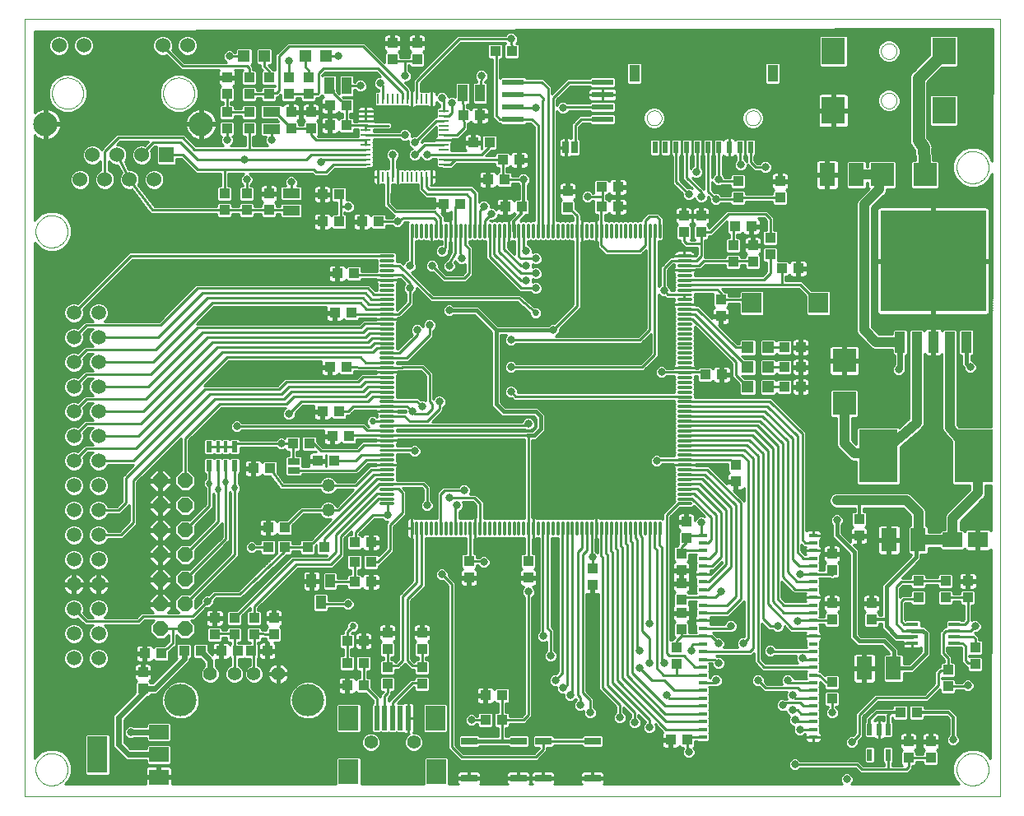
<source format=gtl>
G75*
G70*
%OFA0B0*%
%FSLAX24Y24*%
%IPPOS*%
%LPD*%
%AMOC8*
5,1,8,0,0,1.08239X$1,22.5*
%
%ADD10C,0.0000*%
%ADD11R,0.0394X0.0087*%
%ADD12R,0.0087X0.0394*%
%ADD13R,0.0354X0.0157*%
%ADD14C,0.0520*%
%ADD15R,0.0787X0.0984*%
%ADD16R,0.0197X0.0984*%
%ADD17C,0.0554*%
%ADD18R,0.0394X0.0433*%
%ADD19R,0.0433X0.0394*%
%ADD20R,0.0500X0.0250*%
%ADD21R,0.0866X0.0236*%
%ADD22C,0.0094*%
%ADD23R,0.0250X0.0500*%
%ADD24R,0.0217X0.0472*%
%ADD25R,0.0200X0.0500*%
%ADD26R,0.0400X0.0700*%
%ADD27R,0.0701X0.0402*%
%ADD28R,0.0600X0.0600*%
%ADD29C,0.0600*%
%ADD30C,0.0975*%
%ADD31R,0.0472X0.0472*%
%ADD32R,0.0402X0.0701*%
%ADD33R,0.0173X0.0453*%
%ADD34R,0.0248X0.0453*%
%ADD35R,0.0650X0.0300*%
%ADD36R,0.0800X0.0800*%
%ADD37C,0.0594*%
%ADD38C,0.0560*%
%ADD39C,0.1310*%
%ADD40OC8,0.0600*%
%ADD41R,0.0394X0.0551*%
%ADD42R,0.0630X0.0945*%
%ADD43R,0.4252X0.4098*%
%ADD44R,0.0420X0.0850*%
%ADD45R,0.0945X0.0945*%
%ADD46R,0.0787X0.0591*%
%ADD47R,0.0472X0.0138*%
%ADD48R,0.0945X0.1102*%
%ADD49R,0.1575X0.2126*%
%ADD50R,0.0787X0.1496*%
%ADD51C,0.0100*%
%ADD52C,0.0320*%
%ADD53C,0.0270*%
%ADD54C,0.0317*%
%ADD55C,0.0356*%
%ADD56C,0.0120*%
%ADD57C,0.0400*%
%ADD58C,0.0160*%
%ADD59C,0.0240*%
%ADD60C,0.0500*%
D10*
X000131Y000443D02*
X000131Y031943D01*
X039631Y031943D01*
X039631Y000443D01*
X000131Y000443D01*
X000581Y001543D02*
X000583Y001593D01*
X000589Y001643D01*
X000599Y001693D01*
X000612Y001741D01*
X000629Y001789D01*
X000650Y001835D01*
X000674Y001879D01*
X000702Y001921D01*
X000733Y001961D01*
X000767Y001998D01*
X000804Y002033D01*
X000843Y002064D01*
X000884Y002093D01*
X000928Y002118D01*
X000974Y002140D01*
X001021Y002158D01*
X001069Y002172D01*
X001118Y002183D01*
X001168Y002190D01*
X001218Y002193D01*
X001269Y002192D01*
X001319Y002187D01*
X001369Y002178D01*
X001417Y002166D01*
X001465Y002149D01*
X001511Y002129D01*
X001556Y002106D01*
X001599Y002079D01*
X001639Y002049D01*
X001677Y002016D01*
X001712Y001980D01*
X001745Y001941D01*
X001774Y001900D01*
X001800Y001857D01*
X001823Y001812D01*
X001842Y001765D01*
X001857Y001717D01*
X001869Y001668D01*
X001877Y001618D01*
X001881Y001568D01*
X001881Y001518D01*
X001877Y001468D01*
X001869Y001418D01*
X001857Y001369D01*
X001842Y001321D01*
X001823Y001274D01*
X001800Y001229D01*
X001774Y001186D01*
X001745Y001145D01*
X001712Y001106D01*
X001677Y001070D01*
X001639Y001037D01*
X001599Y001007D01*
X001556Y000980D01*
X001511Y000957D01*
X001465Y000937D01*
X001417Y000920D01*
X001369Y000908D01*
X001319Y000899D01*
X001269Y000894D01*
X001218Y000893D01*
X001168Y000896D01*
X001118Y000903D01*
X001069Y000914D01*
X001021Y000928D01*
X000974Y000946D01*
X000928Y000968D01*
X000884Y000993D01*
X000843Y001022D01*
X000804Y001053D01*
X000767Y001088D01*
X000733Y001125D01*
X000702Y001165D01*
X000674Y001207D01*
X000650Y001251D01*
X000629Y001297D01*
X000612Y001345D01*
X000599Y001393D01*
X000589Y001443D01*
X000583Y001493D01*
X000581Y001543D01*
X000581Y023343D02*
X000583Y023393D01*
X000589Y023443D01*
X000599Y023493D01*
X000612Y023541D01*
X000629Y023589D01*
X000650Y023635D01*
X000674Y023679D01*
X000702Y023721D01*
X000733Y023761D01*
X000767Y023798D01*
X000804Y023833D01*
X000843Y023864D01*
X000884Y023893D01*
X000928Y023918D01*
X000974Y023940D01*
X001021Y023958D01*
X001069Y023972D01*
X001118Y023983D01*
X001168Y023990D01*
X001218Y023993D01*
X001269Y023992D01*
X001319Y023987D01*
X001369Y023978D01*
X001417Y023966D01*
X001465Y023949D01*
X001511Y023929D01*
X001556Y023906D01*
X001599Y023879D01*
X001639Y023849D01*
X001677Y023816D01*
X001712Y023780D01*
X001745Y023741D01*
X001774Y023700D01*
X001800Y023657D01*
X001823Y023612D01*
X001842Y023565D01*
X001857Y023517D01*
X001869Y023468D01*
X001877Y023418D01*
X001881Y023368D01*
X001881Y023318D01*
X001877Y023268D01*
X001869Y023218D01*
X001857Y023169D01*
X001842Y023121D01*
X001823Y023074D01*
X001800Y023029D01*
X001774Y022986D01*
X001745Y022945D01*
X001712Y022906D01*
X001677Y022870D01*
X001639Y022837D01*
X001599Y022807D01*
X001556Y022780D01*
X001511Y022757D01*
X001465Y022737D01*
X001417Y022720D01*
X001369Y022708D01*
X001319Y022699D01*
X001269Y022694D01*
X001218Y022693D01*
X001168Y022696D01*
X001118Y022703D01*
X001069Y022714D01*
X001021Y022728D01*
X000974Y022746D01*
X000928Y022768D01*
X000884Y022793D01*
X000843Y022822D01*
X000804Y022853D01*
X000767Y022888D01*
X000733Y022925D01*
X000702Y022965D01*
X000674Y023007D01*
X000650Y023051D01*
X000629Y023097D01*
X000612Y023145D01*
X000599Y023193D01*
X000589Y023243D01*
X000583Y023293D01*
X000581Y023343D01*
X001251Y028943D02*
X001253Y028993D01*
X001259Y029043D01*
X001269Y029092D01*
X001283Y029140D01*
X001300Y029187D01*
X001321Y029232D01*
X001346Y029276D01*
X001374Y029317D01*
X001406Y029356D01*
X001440Y029393D01*
X001477Y029427D01*
X001517Y029457D01*
X001559Y029484D01*
X001603Y029508D01*
X001649Y029529D01*
X001696Y029545D01*
X001744Y029558D01*
X001794Y029567D01*
X001843Y029572D01*
X001894Y029573D01*
X001944Y029570D01*
X001993Y029563D01*
X002042Y029552D01*
X002090Y029537D01*
X002136Y029519D01*
X002181Y029497D01*
X002224Y029471D01*
X002265Y029442D01*
X002304Y029410D01*
X002340Y029375D01*
X002372Y029337D01*
X002402Y029297D01*
X002429Y029254D01*
X002452Y029210D01*
X002471Y029164D01*
X002487Y029116D01*
X002499Y029067D01*
X002507Y029018D01*
X002511Y028968D01*
X002511Y028918D01*
X002507Y028868D01*
X002499Y028819D01*
X002487Y028770D01*
X002471Y028722D01*
X002452Y028676D01*
X002429Y028632D01*
X002402Y028589D01*
X002372Y028549D01*
X002340Y028511D01*
X002304Y028476D01*
X002265Y028444D01*
X002224Y028415D01*
X002181Y028389D01*
X002136Y028367D01*
X002090Y028349D01*
X002042Y028334D01*
X001993Y028323D01*
X001944Y028316D01*
X001894Y028313D01*
X001843Y028314D01*
X001794Y028319D01*
X001744Y028328D01*
X001696Y028341D01*
X001649Y028357D01*
X001603Y028378D01*
X001559Y028402D01*
X001517Y028429D01*
X001477Y028459D01*
X001440Y028493D01*
X001406Y028530D01*
X001374Y028569D01*
X001346Y028610D01*
X001321Y028654D01*
X001300Y028699D01*
X001283Y028746D01*
X001269Y028794D01*
X001259Y028843D01*
X001253Y028893D01*
X001251Y028943D01*
X005751Y028943D02*
X005753Y028993D01*
X005759Y029043D01*
X005769Y029092D01*
X005783Y029140D01*
X005800Y029187D01*
X005821Y029232D01*
X005846Y029276D01*
X005874Y029317D01*
X005906Y029356D01*
X005940Y029393D01*
X005977Y029427D01*
X006017Y029457D01*
X006059Y029484D01*
X006103Y029508D01*
X006149Y029529D01*
X006196Y029545D01*
X006244Y029558D01*
X006294Y029567D01*
X006343Y029572D01*
X006394Y029573D01*
X006444Y029570D01*
X006493Y029563D01*
X006542Y029552D01*
X006590Y029537D01*
X006636Y029519D01*
X006681Y029497D01*
X006724Y029471D01*
X006765Y029442D01*
X006804Y029410D01*
X006840Y029375D01*
X006872Y029337D01*
X006902Y029297D01*
X006929Y029254D01*
X006952Y029210D01*
X006971Y029164D01*
X006987Y029116D01*
X006999Y029067D01*
X007007Y029018D01*
X007011Y028968D01*
X007011Y028918D01*
X007007Y028868D01*
X006999Y028819D01*
X006987Y028770D01*
X006971Y028722D01*
X006952Y028676D01*
X006929Y028632D01*
X006902Y028589D01*
X006872Y028549D01*
X006840Y028511D01*
X006804Y028476D01*
X006765Y028444D01*
X006724Y028415D01*
X006681Y028389D01*
X006636Y028367D01*
X006590Y028349D01*
X006542Y028334D01*
X006493Y028323D01*
X006444Y028316D01*
X006394Y028313D01*
X006343Y028314D01*
X006294Y028319D01*
X006244Y028328D01*
X006196Y028341D01*
X006149Y028357D01*
X006103Y028378D01*
X006059Y028402D01*
X006017Y028429D01*
X005977Y028459D01*
X005940Y028493D01*
X005906Y028530D01*
X005874Y028569D01*
X005846Y028610D01*
X005821Y028654D01*
X005800Y028699D01*
X005783Y028746D01*
X005769Y028794D01*
X005759Y028843D01*
X005753Y028893D01*
X005751Y028943D01*
X025331Y027943D02*
X025333Y027977D01*
X025339Y028011D01*
X025348Y028044D01*
X025362Y028075D01*
X025379Y028105D01*
X025399Y028133D01*
X025422Y028158D01*
X025448Y028181D01*
X025476Y028200D01*
X025506Y028216D01*
X025538Y028228D01*
X025571Y028237D01*
X025605Y028242D01*
X025640Y028243D01*
X025674Y028240D01*
X025707Y028233D01*
X025740Y028223D01*
X025771Y028208D01*
X025800Y028191D01*
X025827Y028170D01*
X025852Y028146D01*
X025874Y028119D01*
X025892Y028091D01*
X025907Y028060D01*
X025919Y028028D01*
X025927Y027994D01*
X025931Y027960D01*
X025931Y027926D01*
X025927Y027892D01*
X025919Y027858D01*
X025907Y027826D01*
X025892Y027795D01*
X025874Y027767D01*
X025852Y027740D01*
X025827Y027716D01*
X025800Y027695D01*
X025771Y027678D01*
X025740Y027663D01*
X025707Y027653D01*
X025674Y027646D01*
X025640Y027643D01*
X025605Y027644D01*
X025571Y027649D01*
X025538Y027658D01*
X025506Y027670D01*
X025476Y027686D01*
X025448Y027705D01*
X025422Y027728D01*
X025399Y027753D01*
X025379Y027781D01*
X025362Y027811D01*
X025348Y027842D01*
X025339Y027875D01*
X025333Y027909D01*
X025331Y027943D01*
X029331Y027943D02*
X029333Y027977D01*
X029339Y028011D01*
X029348Y028044D01*
X029362Y028075D01*
X029379Y028105D01*
X029399Y028133D01*
X029422Y028158D01*
X029448Y028181D01*
X029476Y028200D01*
X029506Y028216D01*
X029538Y028228D01*
X029571Y028237D01*
X029605Y028242D01*
X029640Y028243D01*
X029674Y028240D01*
X029707Y028233D01*
X029740Y028223D01*
X029771Y028208D01*
X029800Y028191D01*
X029827Y028170D01*
X029852Y028146D01*
X029874Y028119D01*
X029892Y028091D01*
X029907Y028060D01*
X029919Y028028D01*
X029927Y027994D01*
X029931Y027960D01*
X029931Y027926D01*
X029927Y027892D01*
X029919Y027858D01*
X029907Y027826D01*
X029892Y027795D01*
X029874Y027767D01*
X029852Y027740D01*
X029827Y027716D01*
X029800Y027695D01*
X029771Y027678D01*
X029740Y027663D01*
X029707Y027653D01*
X029674Y027646D01*
X029640Y027643D01*
X029605Y027644D01*
X029571Y027649D01*
X029538Y027658D01*
X029506Y027670D01*
X029476Y027686D01*
X029448Y027705D01*
X029422Y027728D01*
X029399Y027753D01*
X029379Y027781D01*
X029362Y027811D01*
X029348Y027842D01*
X029339Y027875D01*
X029333Y027909D01*
X029331Y027943D01*
X034816Y028643D02*
X034818Y028678D01*
X034824Y028713D01*
X034834Y028747D01*
X034847Y028780D01*
X034864Y028811D01*
X034885Y028839D01*
X034908Y028866D01*
X034935Y028889D01*
X034963Y028910D01*
X034994Y028927D01*
X035027Y028940D01*
X035061Y028950D01*
X035096Y028956D01*
X035131Y028958D01*
X035166Y028956D01*
X035201Y028950D01*
X035235Y028940D01*
X035268Y028927D01*
X035299Y028910D01*
X035327Y028889D01*
X035354Y028866D01*
X035377Y028839D01*
X035398Y028811D01*
X035415Y028780D01*
X035428Y028747D01*
X035438Y028713D01*
X035444Y028678D01*
X035446Y028643D01*
X035444Y028608D01*
X035438Y028573D01*
X035428Y028539D01*
X035415Y028506D01*
X035398Y028475D01*
X035377Y028447D01*
X035354Y028420D01*
X035327Y028397D01*
X035299Y028376D01*
X035268Y028359D01*
X035235Y028346D01*
X035201Y028336D01*
X035166Y028330D01*
X035131Y028328D01*
X035096Y028330D01*
X035061Y028336D01*
X035027Y028346D01*
X034994Y028359D01*
X034963Y028376D01*
X034935Y028397D01*
X034908Y028420D01*
X034885Y028447D01*
X034864Y028475D01*
X034847Y028506D01*
X034834Y028539D01*
X034824Y028573D01*
X034818Y028608D01*
X034816Y028643D01*
X034816Y030643D02*
X034818Y030678D01*
X034824Y030713D01*
X034834Y030747D01*
X034847Y030780D01*
X034864Y030811D01*
X034885Y030839D01*
X034908Y030866D01*
X034935Y030889D01*
X034963Y030910D01*
X034994Y030927D01*
X035027Y030940D01*
X035061Y030950D01*
X035096Y030956D01*
X035131Y030958D01*
X035166Y030956D01*
X035201Y030950D01*
X035235Y030940D01*
X035268Y030927D01*
X035299Y030910D01*
X035327Y030889D01*
X035354Y030866D01*
X035377Y030839D01*
X035398Y030811D01*
X035415Y030780D01*
X035428Y030747D01*
X035438Y030713D01*
X035444Y030678D01*
X035446Y030643D01*
X035444Y030608D01*
X035438Y030573D01*
X035428Y030539D01*
X035415Y030506D01*
X035398Y030475D01*
X035377Y030447D01*
X035354Y030420D01*
X035327Y030397D01*
X035299Y030376D01*
X035268Y030359D01*
X035235Y030346D01*
X035201Y030336D01*
X035166Y030330D01*
X035131Y030328D01*
X035096Y030330D01*
X035061Y030336D01*
X035027Y030346D01*
X034994Y030359D01*
X034963Y030376D01*
X034935Y030397D01*
X034908Y030420D01*
X034885Y030447D01*
X034864Y030475D01*
X034847Y030506D01*
X034834Y030539D01*
X034824Y030573D01*
X034818Y030608D01*
X034816Y030643D01*
X037881Y025943D02*
X037883Y025993D01*
X037889Y026043D01*
X037899Y026093D01*
X037912Y026141D01*
X037929Y026189D01*
X037950Y026235D01*
X037974Y026279D01*
X038002Y026321D01*
X038033Y026361D01*
X038067Y026398D01*
X038104Y026433D01*
X038143Y026464D01*
X038184Y026493D01*
X038228Y026518D01*
X038274Y026540D01*
X038321Y026558D01*
X038369Y026572D01*
X038418Y026583D01*
X038468Y026590D01*
X038518Y026593D01*
X038569Y026592D01*
X038619Y026587D01*
X038669Y026578D01*
X038717Y026566D01*
X038765Y026549D01*
X038811Y026529D01*
X038856Y026506D01*
X038899Y026479D01*
X038939Y026449D01*
X038977Y026416D01*
X039012Y026380D01*
X039045Y026341D01*
X039074Y026300D01*
X039100Y026257D01*
X039123Y026212D01*
X039142Y026165D01*
X039157Y026117D01*
X039169Y026068D01*
X039177Y026018D01*
X039181Y025968D01*
X039181Y025918D01*
X039177Y025868D01*
X039169Y025818D01*
X039157Y025769D01*
X039142Y025721D01*
X039123Y025674D01*
X039100Y025629D01*
X039074Y025586D01*
X039045Y025545D01*
X039012Y025506D01*
X038977Y025470D01*
X038939Y025437D01*
X038899Y025407D01*
X038856Y025380D01*
X038811Y025357D01*
X038765Y025337D01*
X038717Y025320D01*
X038669Y025308D01*
X038619Y025299D01*
X038569Y025294D01*
X038518Y025293D01*
X038468Y025296D01*
X038418Y025303D01*
X038369Y025314D01*
X038321Y025328D01*
X038274Y025346D01*
X038228Y025368D01*
X038184Y025393D01*
X038143Y025422D01*
X038104Y025453D01*
X038067Y025488D01*
X038033Y025525D01*
X038002Y025565D01*
X037974Y025607D01*
X037950Y025651D01*
X037929Y025697D01*
X037912Y025745D01*
X037899Y025793D01*
X037889Y025843D01*
X037883Y025893D01*
X037881Y025943D01*
X037881Y001543D02*
X037883Y001593D01*
X037889Y001643D01*
X037899Y001693D01*
X037912Y001741D01*
X037929Y001789D01*
X037950Y001835D01*
X037974Y001879D01*
X038002Y001921D01*
X038033Y001961D01*
X038067Y001998D01*
X038104Y002033D01*
X038143Y002064D01*
X038184Y002093D01*
X038228Y002118D01*
X038274Y002140D01*
X038321Y002158D01*
X038369Y002172D01*
X038418Y002183D01*
X038468Y002190D01*
X038518Y002193D01*
X038569Y002192D01*
X038619Y002187D01*
X038669Y002178D01*
X038717Y002166D01*
X038765Y002149D01*
X038811Y002129D01*
X038856Y002106D01*
X038899Y002079D01*
X038939Y002049D01*
X038977Y002016D01*
X039012Y001980D01*
X039045Y001941D01*
X039074Y001900D01*
X039100Y001857D01*
X039123Y001812D01*
X039142Y001765D01*
X039157Y001717D01*
X039169Y001668D01*
X039177Y001618D01*
X039181Y001568D01*
X039181Y001518D01*
X039177Y001468D01*
X039169Y001418D01*
X039157Y001369D01*
X039142Y001321D01*
X039123Y001274D01*
X039100Y001229D01*
X039074Y001186D01*
X039045Y001145D01*
X039012Y001106D01*
X038977Y001070D01*
X038939Y001037D01*
X038899Y001007D01*
X038856Y000980D01*
X038811Y000957D01*
X038765Y000937D01*
X038717Y000920D01*
X038669Y000908D01*
X038619Y000899D01*
X038569Y000894D01*
X038518Y000893D01*
X038468Y000896D01*
X038418Y000903D01*
X038369Y000914D01*
X038321Y000928D01*
X038274Y000946D01*
X038228Y000968D01*
X038184Y000993D01*
X038143Y001022D01*
X038104Y001053D01*
X038067Y001088D01*
X038033Y001125D01*
X038002Y001165D01*
X037974Y001207D01*
X037950Y001251D01*
X037929Y001297D01*
X037912Y001345D01*
X037899Y001393D01*
X037889Y001443D01*
X037883Y001493D01*
X037881Y001543D01*
D11*
X017106Y026061D03*
X017106Y026258D03*
X017106Y026454D03*
X017106Y026651D03*
X017106Y026848D03*
X017106Y027045D03*
X017106Y027242D03*
X017106Y027439D03*
X017106Y027636D03*
X017106Y027832D03*
X017106Y028029D03*
X017106Y028226D03*
X013956Y028226D03*
X013956Y028029D03*
X013956Y027832D03*
X013956Y027636D03*
X013956Y027439D03*
X013956Y027242D03*
X013956Y027045D03*
X013956Y026848D03*
X013956Y026651D03*
X013956Y026454D03*
X013956Y026258D03*
X013956Y026061D03*
D12*
X014448Y025569D03*
X014645Y025569D03*
X014842Y025569D03*
X015039Y025569D03*
X015236Y025569D03*
X015433Y025569D03*
X015629Y025569D03*
X015826Y025569D03*
X016023Y025569D03*
X016220Y025569D03*
X016417Y025569D03*
X016614Y025569D03*
X016614Y028718D03*
X016417Y028718D03*
X016220Y028718D03*
X016023Y028718D03*
X015826Y028718D03*
X015629Y028718D03*
X015433Y028718D03*
X015236Y028718D03*
X015039Y028718D03*
X014842Y028718D03*
X014645Y028718D03*
X014448Y028718D03*
D13*
X027595Y011038D03*
X027595Y010723D03*
X027595Y010408D03*
X027595Y010093D03*
X027595Y009778D03*
X027595Y009463D03*
X027595Y009148D03*
X027595Y008833D03*
X027595Y008518D03*
X027595Y008203D03*
X027595Y007888D03*
X027595Y007573D03*
X027595Y007258D03*
X027595Y006943D03*
X027595Y006629D03*
X027595Y006314D03*
X027595Y005999D03*
X027595Y005684D03*
X027595Y005369D03*
X027595Y005054D03*
X027595Y004739D03*
X027595Y004424D03*
X027595Y004109D03*
X027595Y003794D03*
X027595Y003479D03*
X027595Y003164D03*
X027595Y002849D03*
X032067Y002849D03*
X032067Y003164D03*
X032067Y003479D03*
X032067Y003794D03*
X032067Y004109D03*
X032067Y004424D03*
X032067Y004739D03*
X032067Y005054D03*
X032067Y005369D03*
X032067Y005684D03*
X032067Y005999D03*
X032067Y006314D03*
X032067Y006629D03*
X032067Y006943D03*
X032067Y007258D03*
X032067Y007573D03*
X032067Y007888D03*
X032067Y008203D03*
X032067Y008518D03*
X032067Y008833D03*
X032067Y009148D03*
X032067Y009463D03*
X032067Y009778D03*
X032067Y010093D03*
X032067Y010408D03*
X032067Y010723D03*
X032067Y011038D03*
D14*
X012431Y012043D03*
X012431Y013043D03*
D15*
X013259Y003628D03*
X013259Y001462D03*
X016803Y001462D03*
X016763Y003628D03*
D16*
X015661Y003628D03*
X015346Y003628D03*
X015031Y003628D03*
X014716Y003628D03*
X014401Y003628D03*
D17*
X014165Y002643D03*
X015897Y002643D03*
D18*
X018796Y003543D03*
X019466Y003543D03*
X016231Y006409D03*
X016231Y007078D03*
X014831Y007078D03*
X014831Y006409D03*
X013866Y006743D03*
X013196Y006743D03*
X013196Y005843D03*
X013866Y005843D03*
X010231Y007009D03*
X010231Y007678D03*
X009966Y006343D03*
X009296Y006343D03*
X004931Y005478D03*
X004931Y004809D03*
X009996Y010543D03*
X010666Y010543D03*
X011596Y010543D03*
X012266Y010543D03*
X013496Y009943D03*
X014166Y009943D03*
X018131Y009978D03*
X018131Y009309D03*
X020531Y009309D03*
X020531Y009978D03*
X023131Y009678D03*
X023131Y009009D03*
X026731Y009078D03*
X026731Y009609D03*
X026731Y010278D03*
X026931Y010909D03*
X026931Y011578D03*
X028931Y013209D03*
X028931Y013878D03*
X030896Y017043D03*
X031566Y017043D03*
X031566Y017843D03*
X030896Y017843D03*
X030896Y018643D03*
X031566Y018643D03*
X028331Y019909D03*
X028331Y020578D03*
X029631Y022109D03*
X029631Y022778D03*
X030331Y023078D03*
X030331Y022409D03*
X030731Y024709D03*
X030731Y025378D03*
X027531Y023978D03*
X027531Y023309D03*
X026831Y023309D03*
X026831Y023978D03*
X022131Y024309D03*
X022131Y024978D03*
X018966Y026943D03*
X018296Y026943D03*
X016031Y030309D03*
X016031Y030978D03*
X015031Y030978D03*
X015031Y030309D03*
X011731Y028178D03*
X011731Y027509D03*
X010931Y027509D03*
X010931Y028178D03*
X008331Y028909D03*
X008331Y029578D03*
X010031Y024878D03*
X010031Y024209D03*
X012196Y024843D03*
X012866Y024843D03*
X019196Y030643D03*
X019866Y030643D03*
X011666Y014743D03*
X010996Y014743D03*
X011996Y014043D03*
X012666Y014043D03*
X026731Y008409D03*
X026731Y007878D03*
X026731Y007209D03*
X032831Y007609D03*
X032831Y008278D03*
X032831Y009609D03*
X032831Y010278D03*
X033931Y011009D03*
X033931Y011678D03*
X034431Y008278D03*
X034431Y007609D03*
X038631Y006478D03*
X038631Y005809D03*
X036266Y003843D03*
X035596Y003843D03*
X035931Y002678D03*
X035931Y002009D03*
X036831Y002009D03*
X036831Y002678D03*
D19*
X037531Y004909D03*
X037531Y005578D03*
X037431Y008509D03*
X037431Y009178D03*
X038331Y009178D03*
X038331Y008509D03*
X036331Y008509D03*
X036331Y009178D03*
X032831Y005078D03*
X032831Y004409D03*
X026966Y002743D03*
X026296Y002743D03*
X026531Y005809D03*
X026531Y006478D03*
X019466Y004543D03*
X018796Y004543D03*
X016231Y005009D03*
X016231Y005678D03*
X014831Y005678D03*
X014831Y005009D03*
X013866Y004943D03*
X013196Y004943D03*
X009431Y007009D03*
X009431Y007678D03*
X008631Y007678D03*
X008631Y007009D03*
X008766Y006343D03*
X008096Y006343D03*
X007831Y007009D03*
X007831Y007678D03*
X007266Y006343D03*
X006596Y006343D03*
X005666Y006243D03*
X004996Y006243D03*
X009996Y011343D03*
X010666Y011343D03*
X010066Y013743D03*
X009396Y013743D03*
X012196Y016043D03*
X012866Y016043D03*
X012596Y015043D03*
X013266Y015043D03*
X013166Y017843D03*
X012496Y017843D03*
X012696Y020043D03*
X013366Y020043D03*
X013466Y021643D03*
X012796Y021643D03*
X012866Y023743D03*
X012196Y023743D03*
X013796Y023743D03*
X014466Y023743D03*
X017096Y024443D03*
X017766Y024443D03*
X018896Y025443D03*
X019566Y025443D03*
X019496Y026243D03*
X020166Y026243D03*
X020266Y024343D03*
X019596Y024343D03*
X018566Y028043D03*
X017896Y028043D03*
X013166Y027643D03*
X012496Y027643D03*
X012496Y028443D03*
X013166Y028443D03*
X011631Y028909D03*
X011631Y029578D03*
X010831Y029578D03*
X010831Y028909D03*
X010031Y028909D03*
X010031Y029578D03*
X009231Y029578D03*
X009231Y028909D03*
X009231Y028178D03*
X009231Y027509D03*
X008331Y027509D03*
X008331Y028178D03*
X008231Y024878D03*
X008231Y024209D03*
X009131Y024209D03*
X009131Y024878D03*
X023496Y025143D03*
X024166Y025143D03*
X024166Y024343D03*
X023496Y024343D03*
X028896Y023543D03*
X029566Y023543D03*
X028831Y022778D03*
X028831Y022109D03*
X030796Y021843D03*
X031466Y021843D03*
X029031Y024709D03*
X029031Y025378D03*
X028366Y017543D03*
X027696Y017543D03*
X014166Y010743D03*
X013496Y010743D03*
X013496Y009143D03*
X014166Y009143D03*
D20*
X011031Y013666D03*
X011031Y014021D03*
D21*
X019920Y027893D03*
X019920Y028393D03*
X019920Y028893D03*
X019920Y029393D03*
X023542Y029393D03*
X023542Y028893D03*
X023542Y028393D03*
X023542Y027893D03*
D22*
X023505Y023119D02*
X023473Y023119D01*
X023473Y023615D01*
X023505Y023615D01*
X023505Y023119D01*
X023505Y023212D02*
X023473Y023212D01*
X023473Y023305D02*
X023505Y023305D01*
X023505Y023398D02*
X023473Y023398D01*
X023473Y023491D02*
X023505Y023491D01*
X023505Y023584D02*
X023473Y023584D01*
X023308Y023119D02*
X023276Y023119D01*
X023276Y023615D01*
X023308Y023615D01*
X023308Y023119D01*
X023308Y023212D02*
X023276Y023212D01*
X023276Y023305D02*
X023308Y023305D01*
X023308Y023398D02*
X023276Y023398D01*
X023276Y023491D02*
X023308Y023491D01*
X023308Y023584D02*
X023276Y023584D01*
X023111Y023119D02*
X023079Y023119D01*
X023079Y023615D01*
X023111Y023615D01*
X023111Y023119D01*
X023111Y023212D02*
X023079Y023212D01*
X023079Y023305D02*
X023111Y023305D01*
X023111Y023398D02*
X023079Y023398D01*
X023079Y023491D02*
X023111Y023491D01*
X023111Y023584D02*
X023079Y023584D01*
X022914Y023119D02*
X022882Y023119D01*
X022882Y023615D01*
X022914Y023615D01*
X022914Y023119D01*
X022914Y023212D02*
X022882Y023212D01*
X022882Y023305D02*
X022914Y023305D01*
X022914Y023398D02*
X022882Y023398D01*
X022882Y023491D02*
X022914Y023491D01*
X022914Y023584D02*
X022882Y023584D01*
X022717Y023119D02*
X022685Y023119D01*
X022685Y023615D01*
X022717Y023615D01*
X022717Y023119D01*
X022717Y023212D02*
X022685Y023212D01*
X022685Y023305D02*
X022717Y023305D01*
X022717Y023398D02*
X022685Y023398D01*
X022685Y023491D02*
X022717Y023491D01*
X022717Y023584D02*
X022685Y023584D01*
X022520Y023119D02*
X022488Y023119D01*
X022488Y023615D01*
X022520Y023615D01*
X022520Y023119D01*
X022520Y023212D02*
X022488Y023212D01*
X022488Y023305D02*
X022520Y023305D01*
X022520Y023398D02*
X022488Y023398D01*
X022488Y023491D02*
X022520Y023491D01*
X022520Y023584D02*
X022488Y023584D01*
X022323Y023119D02*
X022291Y023119D01*
X022291Y023615D01*
X022323Y023615D01*
X022323Y023119D01*
X022323Y023212D02*
X022291Y023212D01*
X022291Y023305D02*
X022323Y023305D01*
X022323Y023398D02*
X022291Y023398D01*
X022291Y023491D02*
X022323Y023491D01*
X022323Y023584D02*
X022291Y023584D01*
X022127Y023119D02*
X022095Y023119D01*
X022095Y023615D01*
X022127Y023615D01*
X022127Y023119D01*
X022127Y023212D02*
X022095Y023212D01*
X022095Y023305D02*
X022127Y023305D01*
X022127Y023398D02*
X022095Y023398D01*
X022095Y023491D02*
X022127Y023491D01*
X022127Y023584D02*
X022095Y023584D01*
X021930Y023119D02*
X021898Y023119D01*
X021898Y023615D01*
X021930Y023615D01*
X021930Y023119D01*
X021930Y023212D02*
X021898Y023212D01*
X021898Y023305D02*
X021930Y023305D01*
X021930Y023398D02*
X021898Y023398D01*
X021898Y023491D02*
X021930Y023491D01*
X021930Y023584D02*
X021898Y023584D01*
X021733Y023119D02*
X021701Y023119D01*
X021701Y023615D01*
X021733Y023615D01*
X021733Y023119D01*
X021733Y023212D02*
X021701Y023212D01*
X021701Y023305D02*
X021733Y023305D01*
X021733Y023398D02*
X021701Y023398D01*
X021701Y023491D02*
X021733Y023491D01*
X021733Y023584D02*
X021701Y023584D01*
X021536Y023119D02*
X021504Y023119D01*
X021504Y023615D01*
X021536Y023615D01*
X021536Y023119D01*
X021536Y023212D02*
X021504Y023212D01*
X021504Y023305D02*
X021536Y023305D01*
X021536Y023398D02*
X021504Y023398D01*
X021504Y023491D02*
X021536Y023491D01*
X021536Y023584D02*
X021504Y023584D01*
X021339Y023119D02*
X021307Y023119D01*
X021307Y023615D01*
X021339Y023615D01*
X021339Y023119D01*
X021339Y023212D02*
X021307Y023212D01*
X021307Y023305D02*
X021339Y023305D01*
X021339Y023398D02*
X021307Y023398D01*
X021307Y023491D02*
X021339Y023491D01*
X021339Y023584D02*
X021307Y023584D01*
X021142Y023119D02*
X021110Y023119D01*
X021110Y023615D01*
X021142Y023615D01*
X021142Y023119D01*
X021142Y023212D02*
X021110Y023212D01*
X021110Y023305D02*
X021142Y023305D01*
X021142Y023398D02*
X021110Y023398D01*
X021110Y023491D02*
X021142Y023491D01*
X021142Y023584D02*
X021110Y023584D01*
X020945Y023119D02*
X020913Y023119D01*
X020913Y023615D01*
X020945Y023615D01*
X020945Y023119D01*
X020945Y023212D02*
X020913Y023212D01*
X020913Y023305D02*
X020945Y023305D01*
X020945Y023398D02*
X020913Y023398D01*
X020913Y023491D02*
X020945Y023491D01*
X020945Y023584D02*
X020913Y023584D01*
X020749Y023119D02*
X020717Y023119D01*
X020717Y023615D01*
X020749Y023615D01*
X020749Y023119D01*
X020749Y023212D02*
X020717Y023212D01*
X020717Y023305D02*
X020749Y023305D01*
X020749Y023398D02*
X020717Y023398D01*
X020717Y023491D02*
X020749Y023491D01*
X020749Y023584D02*
X020717Y023584D01*
X020552Y023119D02*
X020520Y023119D01*
X020520Y023615D01*
X020552Y023615D01*
X020552Y023119D01*
X020552Y023212D02*
X020520Y023212D01*
X020520Y023305D02*
X020552Y023305D01*
X020552Y023398D02*
X020520Y023398D01*
X020520Y023491D02*
X020552Y023491D01*
X020552Y023584D02*
X020520Y023584D01*
X020355Y023119D02*
X020323Y023119D01*
X020323Y023615D01*
X020355Y023615D01*
X020355Y023119D01*
X020355Y023212D02*
X020323Y023212D01*
X020323Y023305D02*
X020355Y023305D01*
X020355Y023398D02*
X020323Y023398D01*
X020323Y023491D02*
X020355Y023491D01*
X020355Y023584D02*
X020323Y023584D01*
X020158Y023119D02*
X020126Y023119D01*
X020126Y023615D01*
X020158Y023615D01*
X020158Y023119D01*
X020158Y023212D02*
X020126Y023212D01*
X020126Y023305D02*
X020158Y023305D01*
X020158Y023398D02*
X020126Y023398D01*
X020126Y023491D02*
X020158Y023491D01*
X020158Y023584D02*
X020126Y023584D01*
X019961Y023119D02*
X019929Y023119D01*
X019929Y023615D01*
X019961Y023615D01*
X019961Y023119D01*
X019961Y023212D02*
X019929Y023212D01*
X019929Y023305D02*
X019961Y023305D01*
X019961Y023398D02*
X019929Y023398D01*
X019929Y023491D02*
X019961Y023491D01*
X019961Y023584D02*
X019929Y023584D01*
X019764Y023119D02*
X019732Y023119D01*
X019732Y023615D01*
X019764Y023615D01*
X019764Y023119D01*
X019764Y023212D02*
X019732Y023212D01*
X019732Y023305D02*
X019764Y023305D01*
X019764Y023398D02*
X019732Y023398D01*
X019732Y023491D02*
X019764Y023491D01*
X019764Y023584D02*
X019732Y023584D01*
X019567Y023119D02*
X019535Y023119D01*
X019535Y023615D01*
X019567Y023615D01*
X019567Y023119D01*
X019567Y023212D02*
X019535Y023212D01*
X019535Y023305D02*
X019567Y023305D01*
X019567Y023398D02*
X019535Y023398D01*
X019535Y023491D02*
X019567Y023491D01*
X019567Y023584D02*
X019535Y023584D01*
X019371Y023119D02*
X019339Y023119D01*
X019339Y023615D01*
X019371Y023615D01*
X019371Y023119D01*
X019371Y023212D02*
X019339Y023212D01*
X019339Y023305D02*
X019371Y023305D01*
X019371Y023398D02*
X019339Y023398D01*
X019339Y023491D02*
X019371Y023491D01*
X019371Y023584D02*
X019339Y023584D01*
X019174Y023119D02*
X019142Y023119D01*
X019142Y023615D01*
X019174Y023615D01*
X019174Y023119D01*
X019174Y023212D02*
X019142Y023212D01*
X019142Y023305D02*
X019174Y023305D01*
X019174Y023398D02*
X019142Y023398D01*
X019142Y023491D02*
X019174Y023491D01*
X019174Y023584D02*
X019142Y023584D01*
X018977Y023119D02*
X018945Y023119D01*
X018945Y023615D01*
X018977Y023615D01*
X018977Y023119D01*
X018977Y023212D02*
X018945Y023212D01*
X018945Y023305D02*
X018977Y023305D01*
X018977Y023398D02*
X018945Y023398D01*
X018945Y023491D02*
X018977Y023491D01*
X018977Y023584D02*
X018945Y023584D01*
X018780Y023119D02*
X018748Y023119D01*
X018748Y023615D01*
X018780Y023615D01*
X018780Y023119D01*
X018780Y023212D02*
X018748Y023212D01*
X018748Y023305D02*
X018780Y023305D01*
X018780Y023398D02*
X018748Y023398D01*
X018748Y023491D02*
X018780Y023491D01*
X018780Y023584D02*
X018748Y023584D01*
X018583Y023119D02*
X018551Y023119D01*
X018551Y023615D01*
X018583Y023615D01*
X018583Y023119D01*
X018583Y023212D02*
X018551Y023212D01*
X018551Y023305D02*
X018583Y023305D01*
X018583Y023398D02*
X018551Y023398D01*
X018551Y023491D02*
X018583Y023491D01*
X018583Y023584D02*
X018551Y023584D01*
X018386Y023119D02*
X018354Y023119D01*
X018354Y023615D01*
X018386Y023615D01*
X018386Y023119D01*
X018386Y023212D02*
X018354Y023212D01*
X018354Y023305D02*
X018386Y023305D01*
X018386Y023398D02*
X018354Y023398D01*
X018354Y023491D02*
X018386Y023491D01*
X018386Y023584D02*
X018354Y023584D01*
X018190Y023119D02*
X018158Y023119D01*
X018158Y023615D01*
X018190Y023615D01*
X018190Y023119D01*
X018190Y023212D02*
X018158Y023212D01*
X018158Y023305D02*
X018190Y023305D01*
X018190Y023398D02*
X018158Y023398D01*
X018158Y023491D02*
X018190Y023491D01*
X018190Y023584D02*
X018158Y023584D01*
X017993Y023119D02*
X017961Y023119D01*
X017961Y023615D01*
X017993Y023615D01*
X017993Y023119D01*
X017993Y023212D02*
X017961Y023212D01*
X017961Y023305D02*
X017993Y023305D01*
X017993Y023398D02*
X017961Y023398D01*
X017961Y023491D02*
X017993Y023491D01*
X017993Y023584D02*
X017961Y023584D01*
X017796Y023119D02*
X017764Y023119D01*
X017764Y023615D01*
X017796Y023615D01*
X017796Y023119D01*
X017796Y023212D02*
X017764Y023212D01*
X017764Y023305D02*
X017796Y023305D01*
X017796Y023398D02*
X017764Y023398D01*
X017764Y023491D02*
X017796Y023491D01*
X017796Y023584D02*
X017764Y023584D01*
X017599Y023119D02*
X017567Y023119D01*
X017567Y023615D01*
X017599Y023615D01*
X017599Y023119D01*
X017599Y023212D02*
X017567Y023212D01*
X017567Y023305D02*
X017599Y023305D01*
X017599Y023398D02*
X017567Y023398D01*
X017567Y023491D02*
X017599Y023491D01*
X017599Y023584D02*
X017567Y023584D01*
X017402Y023119D02*
X017370Y023119D01*
X017370Y023615D01*
X017402Y023615D01*
X017402Y023119D01*
X017402Y023212D02*
X017370Y023212D01*
X017370Y023305D02*
X017402Y023305D01*
X017402Y023398D02*
X017370Y023398D01*
X017370Y023491D02*
X017402Y023491D01*
X017402Y023584D02*
X017370Y023584D01*
X017205Y023119D02*
X017173Y023119D01*
X017173Y023615D01*
X017205Y023615D01*
X017205Y023119D01*
X017205Y023212D02*
X017173Y023212D01*
X017173Y023305D02*
X017205Y023305D01*
X017205Y023398D02*
X017173Y023398D01*
X017173Y023491D02*
X017205Y023491D01*
X017205Y023584D02*
X017173Y023584D01*
X017008Y023119D02*
X016976Y023119D01*
X016976Y023615D01*
X017008Y023615D01*
X017008Y023119D01*
X017008Y023212D02*
X016976Y023212D01*
X016976Y023305D02*
X017008Y023305D01*
X017008Y023398D02*
X016976Y023398D01*
X016976Y023491D02*
X017008Y023491D01*
X017008Y023584D02*
X016976Y023584D01*
X016812Y023119D02*
X016780Y023119D01*
X016780Y023615D01*
X016812Y023615D01*
X016812Y023119D01*
X016812Y023212D02*
X016780Y023212D01*
X016780Y023305D02*
X016812Y023305D01*
X016812Y023398D02*
X016780Y023398D01*
X016780Y023491D02*
X016812Y023491D01*
X016812Y023584D02*
X016780Y023584D01*
X016615Y023119D02*
X016583Y023119D01*
X016583Y023615D01*
X016615Y023615D01*
X016615Y023119D01*
X016615Y023212D02*
X016583Y023212D01*
X016583Y023305D02*
X016615Y023305D01*
X016615Y023398D02*
X016583Y023398D01*
X016583Y023491D02*
X016615Y023491D01*
X016615Y023584D02*
X016583Y023584D01*
X016418Y023119D02*
X016386Y023119D01*
X016386Y023615D01*
X016418Y023615D01*
X016418Y023119D01*
X016418Y023212D02*
X016386Y023212D01*
X016386Y023305D02*
X016418Y023305D01*
X016418Y023398D02*
X016386Y023398D01*
X016386Y023491D02*
X016418Y023491D01*
X016418Y023584D02*
X016386Y023584D01*
X016221Y023119D02*
X016189Y023119D01*
X016189Y023615D01*
X016221Y023615D01*
X016221Y023119D01*
X016221Y023212D02*
X016189Y023212D01*
X016189Y023305D02*
X016221Y023305D01*
X016221Y023398D02*
X016189Y023398D01*
X016189Y023491D02*
X016221Y023491D01*
X016221Y023584D02*
X016189Y023584D01*
X016024Y023119D02*
X015992Y023119D01*
X015992Y023615D01*
X016024Y023615D01*
X016024Y023119D01*
X016024Y023212D02*
X015992Y023212D01*
X015992Y023305D02*
X016024Y023305D01*
X016024Y023398D02*
X015992Y023398D01*
X015992Y023491D02*
X016024Y023491D01*
X016024Y023584D02*
X015992Y023584D01*
X015827Y023119D02*
X015795Y023119D01*
X015795Y023615D01*
X015827Y023615D01*
X015827Y023119D01*
X015827Y023212D02*
X015795Y023212D01*
X015795Y023305D02*
X015827Y023305D01*
X015827Y023398D02*
X015795Y023398D01*
X015795Y023491D02*
X015827Y023491D01*
X015827Y023584D02*
X015795Y023584D01*
X015055Y022347D02*
X014559Y022347D01*
X014559Y022379D01*
X015055Y022379D01*
X015055Y022347D01*
X015055Y022150D02*
X014559Y022150D01*
X014559Y022182D01*
X015055Y022182D01*
X015055Y022150D01*
X015055Y021953D02*
X014559Y021953D01*
X014559Y021985D01*
X015055Y021985D01*
X015055Y021953D01*
X015055Y021757D02*
X014559Y021757D01*
X014559Y021789D01*
X015055Y021789D01*
X015055Y021757D01*
X015055Y021560D02*
X014559Y021560D01*
X014559Y021592D01*
X015055Y021592D01*
X015055Y021560D01*
X015055Y021363D02*
X014559Y021363D01*
X014559Y021395D01*
X015055Y021395D01*
X015055Y021363D01*
X015055Y021166D02*
X014559Y021166D01*
X014559Y021198D01*
X015055Y021198D01*
X015055Y021166D01*
X015055Y020969D02*
X014559Y020969D01*
X014559Y021001D01*
X015055Y021001D01*
X015055Y020969D01*
X015055Y020772D02*
X014559Y020772D01*
X014559Y020804D01*
X015055Y020804D01*
X015055Y020772D01*
X015055Y020575D02*
X014559Y020575D01*
X014559Y020607D01*
X015055Y020607D01*
X015055Y020575D01*
X015055Y020379D02*
X014559Y020379D01*
X014559Y020411D01*
X015055Y020411D01*
X015055Y020379D01*
X015055Y020182D02*
X014559Y020182D01*
X014559Y020214D01*
X015055Y020214D01*
X015055Y020182D01*
X015055Y019985D02*
X014559Y019985D01*
X014559Y020017D01*
X015055Y020017D01*
X015055Y019985D01*
X015055Y019788D02*
X014559Y019788D01*
X014559Y019820D01*
X015055Y019820D01*
X015055Y019788D01*
X015055Y019591D02*
X014559Y019591D01*
X014559Y019623D01*
X015055Y019623D01*
X015055Y019591D01*
X015055Y019394D02*
X014559Y019394D01*
X014559Y019426D01*
X015055Y019426D01*
X015055Y019394D01*
X015055Y019198D02*
X014559Y019198D01*
X014559Y019230D01*
X015055Y019230D01*
X015055Y019198D01*
X015055Y019001D02*
X014559Y019001D01*
X014559Y019033D01*
X015055Y019033D01*
X015055Y019001D01*
X015055Y018804D02*
X014559Y018804D01*
X014559Y018836D01*
X015055Y018836D01*
X015055Y018804D01*
X015055Y018607D02*
X014559Y018607D01*
X014559Y018639D01*
X015055Y018639D01*
X015055Y018607D01*
X015055Y018410D02*
X014559Y018410D01*
X014559Y018442D01*
X015055Y018442D01*
X015055Y018410D01*
X015055Y018213D02*
X014559Y018213D01*
X014559Y018245D01*
X015055Y018245D01*
X015055Y018213D01*
X015055Y018016D02*
X014559Y018016D01*
X014559Y018048D01*
X015055Y018048D01*
X015055Y018016D01*
X015055Y017820D02*
X014559Y017820D01*
X014559Y017852D01*
X015055Y017852D01*
X015055Y017820D01*
X015055Y017623D02*
X014559Y017623D01*
X014559Y017655D01*
X015055Y017655D01*
X015055Y017623D01*
X015055Y017426D02*
X014559Y017426D01*
X014559Y017458D01*
X015055Y017458D01*
X015055Y017426D01*
X015055Y017229D02*
X014559Y017229D01*
X014559Y017261D01*
X015055Y017261D01*
X015055Y017229D01*
X015055Y017032D02*
X014559Y017032D01*
X014559Y017064D01*
X015055Y017064D01*
X015055Y017032D01*
X015055Y016835D02*
X014559Y016835D01*
X014559Y016867D01*
X015055Y016867D01*
X015055Y016835D01*
X015055Y016638D02*
X014559Y016638D01*
X014559Y016670D01*
X015055Y016670D01*
X015055Y016638D01*
X015055Y016442D02*
X014559Y016442D01*
X014559Y016474D01*
X015055Y016474D01*
X015055Y016442D01*
X015055Y016245D02*
X014559Y016245D01*
X014559Y016277D01*
X015055Y016277D01*
X015055Y016245D01*
X015055Y016048D02*
X014559Y016048D01*
X014559Y016080D01*
X015055Y016080D01*
X015055Y016048D01*
X015055Y015851D02*
X014559Y015851D01*
X014559Y015883D01*
X015055Y015883D01*
X015055Y015851D01*
X015055Y015654D02*
X014559Y015654D01*
X014559Y015686D01*
X015055Y015686D01*
X015055Y015654D01*
X015055Y015457D02*
X014559Y015457D01*
X014559Y015489D01*
X015055Y015489D01*
X015055Y015457D01*
X015055Y015261D02*
X014559Y015261D01*
X014559Y015293D01*
X015055Y015293D01*
X015055Y015261D01*
X015055Y015064D02*
X014559Y015064D01*
X014559Y015096D01*
X015055Y015096D01*
X015055Y015064D01*
X015055Y014867D02*
X014559Y014867D01*
X014559Y014899D01*
X015055Y014899D01*
X015055Y014867D01*
X015055Y014670D02*
X014559Y014670D01*
X014559Y014702D01*
X015055Y014702D01*
X015055Y014670D01*
X015055Y014473D02*
X014559Y014473D01*
X014559Y014505D01*
X015055Y014505D01*
X015055Y014473D01*
X015055Y014276D02*
X014559Y014276D01*
X014559Y014308D01*
X015055Y014308D01*
X015055Y014276D01*
X015055Y014079D02*
X014559Y014079D01*
X014559Y014111D01*
X015055Y014111D01*
X015055Y014079D01*
X015055Y013883D02*
X014559Y013883D01*
X014559Y013915D01*
X015055Y013915D01*
X015055Y013883D01*
X015055Y013686D02*
X014559Y013686D01*
X014559Y013718D01*
X015055Y013718D01*
X015055Y013686D01*
X015055Y013489D02*
X014559Y013489D01*
X014559Y013521D01*
X015055Y013521D01*
X015055Y013489D01*
X015055Y013292D02*
X014559Y013292D01*
X014559Y013324D01*
X015055Y013324D01*
X015055Y013292D01*
X015055Y013095D02*
X014559Y013095D01*
X014559Y013127D01*
X015055Y013127D01*
X015055Y013095D01*
X015055Y012898D02*
X014559Y012898D01*
X014559Y012930D01*
X015055Y012930D01*
X015055Y012898D01*
X015055Y012701D02*
X014559Y012701D01*
X014559Y012733D01*
X015055Y012733D01*
X015055Y012701D01*
X015055Y012505D02*
X014559Y012505D01*
X014559Y012537D01*
X015055Y012537D01*
X015055Y012505D01*
X015055Y012308D02*
X014559Y012308D01*
X014559Y012340D01*
X015055Y012340D01*
X015055Y012308D01*
X015795Y011072D02*
X015827Y011072D01*
X015795Y011072D02*
X015795Y011568D01*
X015827Y011568D01*
X015827Y011072D01*
X015827Y011165D02*
X015795Y011165D01*
X015795Y011258D02*
X015827Y011258D01*
X015827Y011351D02*
X015795Y011351D01*
X015795Y011444D02*
X015827Y011444D01*
X015827Y011537D02*
X015795Y011537D01*
X015992Y011072D02*
X016024Y011072D01*
X015992Y011072D02*
X015992Y011568D01*
X016024Y011568D01*
X016024Y011072D01*
X016024Y011165D02*
X015992Y011165D01*
X015992Y011258D02*
X016024Y011258D01*
X016024Y011351D02*
X015992Y011351D01*
X015992Y011444D02*
X016024Y011444D01*
X016024Y011537D02*
X015992Y011537D01*
X016189Y011072D02*
X016221Y011072D01*
X016189Y011072D02*
X016189Y011568D01*
X016221Y011568D01*
X016221Y011072D01*
X016221Y011165D02*
X016189Y011165D01*
X016189Y011258D02*
X016221Y011258D01*
X016221Y011351D02*
X016189Y011351D01*
X016189Y011444D02*
X016221Y011444D01*
X016221Y011537D02*
X016189Y011537D01*
X016386Y011072D02*
X016418Y011072D01*
X016386Y011072D02*
X016386Y011568D01*
X016418Y011568D01*
X016418Y011072D01*
X016418Y011165D02*
X016386Y011165D01*
X016386Y011258D02*
X016418Y011258D01*
X016418Y011351D02*
X016386Y011351D01*
X016386Y011444D02*
X016418Y011444D01*
X016418Y011537D02*
X016386Y011537D01*
X016583Y011072D02*
X016615Y011072D01*
X016583Y011072D02*
X016583Y011568D01*
X016615Y011568D01*
X016615Y011072D01*
X016615Y011165D02*
X016583Y011165D01*
X016583Y011258D02*
X016615Y011258D01*
X016615Y011351D02*
X016583Y011351D01*
X016583Y011444D02*
X016615Y011444D01*
X016615Y011537D02*
X016583Y011537D01*
X016780Y011072D02*
X016812Y011072D01*
X016780Y011072D02*
X016780Y011568D01*
X016812Y011568D01*
X016812Y011072D01*
X016812Y011165D02*
X016780Y011165D01*
X016780Y011258D02*
X016812Y011258D01*
X016812Y011351D02*
X016780Y011351D01*
X016780Y011444D02*
X016812Y011444D01*
X016812Y011537D02*
X016780Y011537D01*
X016976Y011072D02*
X017008Y011072D01*
X016976Y011072D02*
X016976Y011568D01*
X017008Y011568D01*
X017008Y011072D01*
X017008Y011165D02*
X016976Y011165D01*
X016976Y011258D02*
X017008Y011258D01*
X017008Y011351D02*
X016976Y011351D01*
X016976Y011444D02*
X017008Y011444D01*
X017008Y011537D02*
X016976Y011537D01*
X017173Y011072D02*
X017205Y011072D01*
X017173Y011072D02*
X017173Y011568D01*
X017205Y011568D01*
X017205Y011072D01*
X017205Y011165D02*
X017173Y011165D01*
X017173Y011258D02*
X017205Y011258D01*
X017205Y011351D02*
X017173Y011351D01*
X017173Y011444D02*
X017205Y011444D01*
X017205Y011537D02*
X017173Y011537D01*
X017370Y011072D02*
X017402Y011072D01*
X017370Y011072D02*
X017370Y011568D01*
X017402Y011568D01*
X017402Y011072D01*
X017402Y011165D02*
X017370Y011165D01*
X017370Y011258D02*
X017402Y011258D01*
X017402Y011351D02*
X017370Y011351D01*
X017370Y011444D02*
X017402Y011444D01*
X017402Y011537D02*
X017370Y011537D01*
X017567Y011072D02*
X017599Y011072D01*
X017567Y011072D02*
X017567Y011568D01*
X017599Y011568D01*
X017599Y011072D01*
X017599Y011165D02*
X017567Y011165D01*
X017567Y011258D02*
X017599Y011258D01*
X017599Y011351D02*
X017567Y011351D01*
X017567Y011444D02*
X017599Y011444D01*
X017599Y011537D02*
X017567Y011537D01*
X017764Y011072D02*
X017796Y011072D01*
X017764Y011072D02*
X017764Y011568D01*
X017796Y011568D01*
X017796Y011072D01*
X017796Y011165D02*
X017764Y011165D01*
X017764Y011258D02*
X017796Y011258D01*
X017796Y011351D02*
X017764Y011351D01*
X017764Y011444D02*
X017796Y011444D01*
X017796Y011537D02*
X017764Y011537D01*
X017961Y011072D02*
X017993Y011072D01*
X017961Y011072D02*
X017961Y011568D01*
X017993Y011568D01*
X017993Y011072D01*
X017993Y011165D02*
X017961Y011165D01*
X017961Y011258D02*
X017993Y011258D01*
X017993Y011351D02*
X017961Y011351D01*
X017961Y011444D02*
X017993Y011444D01*
X017993Y011537D02*
X017961Y011537D01*
X018158Y011072D02*
X018190Y011072D01*
X018158Y011072D02*
X018158Y011568D01*
X018190Y011568D01*
X018190Y011072D01*
X018190Y011165D02*
X018158Y011165D01*
X018158Y011258D02*
X018190Y011258D01*
X018190Y011351D02*
X018158Y011351D01*
X018158Y011444D02*
X018190Y011444D01*
X018190Y011537D02*
X018158Y011537D01*
X018354Y011072D02*
X018386Y011072D01*
X018354Y011072D02*
X018354Y011568D01*
X018386Y011568D01*
X018386Y011072D01*
X018386Y011165D02*
X018354Y011165D01*
X018354Y011258D02*
X018386Y011258D01*
X018386Y011351D02*
X018354Y011351D01*
X018354Y011444D02*
X018386Y011444D01*
X018386Y011537D02*
X018354Y011537D01*
X018551Y011072D02*
X018583Y011072D01*
X018551Y011072D02*
X018551Y011568D01*
X018583Y011568D01*
X018583Y011072D01*
X018583Y011165D02*
X018551Y011165D01*
X018551Y011258D02*
X018583Y011258D01*
X018583Y011351D02*
X018551Y011351D01*
X018551Y011444D02*
X018583Y011444D01*
X018583Y011537D02*
X018551Y011537D01*
X018748Y011072D02*
X018780Y011072D01*
X018748Y011072D02*
X018748Y011568D01*
X018780Y011568D01*
X018780Y011072D01*
X018780Y011165D02*
X018748Y011165D01*
X018748Y011258D02*
X018780Y011258D01*
X018780Y011351D02*
X018748Y011351D01*
X018748Y011444D02*
X018780Y011444D01*
X018780Y011537D02*
X018748Y011537D01*
X018945Y011072D02*
X018977Y011072D01*
X018945Y011072D02*
X018945Y011568D01*
X018977Y011568D01*
X018977Y011072D01*
X018977Y011165D02*
X018945Y011165D01*
X018945Y011258D02*
X018977Y011258D01*
X018977Y011351D02*
X018945Y011351D01*
X018945Y011444D02*
X018977Y011444D01*
X018977Y011537D02*
X018945Y011537D01*
X019142Y011072D02*
X019174Y011072D01*
X019142Y011072D02*
X019142Y011568D01*
X019174Y011568D01*
X019174Y011072D01*
X019174Y011165D02*
X019142Y011165D01*
X019142Y011258D02*
X019174Y011258D01*
X019174Y011351D02*
X019142Y011351D01*
X019142Y011444D02*
X019174Y011444D01*
X019174Y011537D02*
X019142Y011537D01*
X019339Y011072D02*
X019371Y011072D01*
X019339Y011072D02*
X019339Y011568D01*
X019371Y011568D01*
X019371Y011072D01*
X019371Y011165D02*
X019339Y011165D01*
X019339Y011258D02*
X019371Y011258D01*
X019371Y011351D02*
X019339Y011351D01*
X019339Y011444D02*
X019371Y011444D01*
X019371Y011537D02*
X019339Y011537D01*
X019535Y011072D02*
X019567Y011072D01*
X019535Y011072D02*
X019535Y011568D01*
X019567Y011568D01*
X019567Y011072D01*
X019567Y011165D02*
X019535Y011165D01*
X019535Y011258D02*
X019567Y011258D01*
X019567Y011351D02*
X019535Y011351D01*
X019535Y011444D02*
X019567Y011444D01*
X019567Y011537D02*
X019535Y011537D01*
X019732Y011072D02*
X019764Y011072D01*
X019732Y011072D02*
X019732Y011568D01*
X019764Y011568D01*
X019764Y011072D01*
X019764Y011165D02*
X019732Y011165D01*
X019732Y011258D02*
X019764Y011258D01*
X019764Y011351D02*
X019732Y011351D01*
X019732Y011444D02*
X019764Y011444D01*
X019764Y011537D02*
X019732Y011537D01*
X019929Y011072D02*
X019961Y011072D01*
X019929Y011072D02*
X019929Y011568D01*
X019961Y011568D01*
X019961Y011072D01*
X019961Y011165D02*
X019929Y011165D01*
X019929Y011258D02*
X019961Y011258D01*
X019961Y011351D02*
X019929Y011351D01*
X019929Y011444D02*
X019961Y011444D01*
X019961Y011537D02*
X019929Y011537D01*
X020126Y011072D02*
X020158Y011072D01*
X020126Y011072D02*
X020126Y011568D01*
X020158Y011568D01*
X020158Y011072D01*
X020158Y011165D02*
X020126Y011165D01*
X020126Y011258D02*
X020158Y011258D01*
X020158Y011351D02*
X020126Y011351D01*
X020126Y011444D02*
X020158Y011444D01*
X020158Y011537D02*
X020126Y011537D01*
X020323Y011072D02*
X020355Y011072D01*
X020323Y011072D02*
X020323Y011568D01*
X020355Y011568D01*
X020355Y011072D01*
X020355Y011165D02*
X020323Y011165D01*
X020323Y011258D02*
X020355Y011258D01*
X020355Y011351D02*
X020323Y011351D01*
X020323Y011444D02*
X020355Y011444D01*
X020355Y011537D02*
X020323Y011537D01*
X020520Y011072D02*
X020552Y011072D01*
X020520Y011072D02*
X020520Y011568D01*
X020552Y011568D01*
X020552Y011072D01*
X020552Y011165D02*
X020520Y011165D01*
X020520Y011258D02*
X020552Y011258D01*
X020552Y011351D02*
X020520Y011351D01*
X020520Y011444D02*
X020552Y011444D01*
X020552Y011537D02*
X020520Y011537D01*
X020717Y011072D02*
X020749Y011072D01*
X020717Y011072D02*
X020717Y011568D01*
X020749Y011568D01*
X020749Y011072D01*
X020749Y011165D02*
X020717Y011165D01*
X020717Y011258D02*
X020749Y011258D01*
X020749Y011351D02*
X020717Y011351D01*
X020717Y011444D02*
X020749Y011444D01*
X020749Y011537D02*
X020717Y011537D01*
X020913Y011072D02*
X020945Y011072D01*
X020913Y011072D02*
X020913Y011568D01*
X020945Y011568D01*
X020945Y011072D01*
X020945Y011165D02*
X020913Y011165D01*
X020913Y011258D02*
X020945Y011258D01*
X020945Y011351D02*
X020913Y011351D01*
X020913Y011444D02*
X020945Y011444D01*
X020945Y011537D02*
X020913Y011537D01*
X021110Y011072D02*
X021142Y011072D01*
X021110Y011072D02*
X021110Y011568D01*
X021142Y011568D01*
X021142Y011072D01*
X021142Y011165D02*
X021110Y011165D01*
X021110Y011258D02*
X021142Y011258D01*
X021142Y011351D02*
X021110Y011351D01*
X021110Y011444D02*
X021142Y011444D01*
X021142Y011537D02*
X021110Y011537D01*
X021307Y011072D02*
X021339Y011072D01*
X021307Y011072D02*
X021307Y011568D01*
X021339Y011568D01*
X021339Y011072D01*
X021339Y011165D02*
X021307Y011165D01*
X021307Y011258D02*
X021339Y011258D01*
X021339Y011351D02*
X021307Y011351D01*
X021307Y011444D02*
X021339Y011444D01*
X021339Y011537D02*
X021307Y011537D01*
X021504Y011072D02*
X021536Y011072D01*
X021504Y011072D02*
X021504Y011568D01*
X021536Y011568D01*
X021536Y011072D01*
X021536Y011165D02*
X021504Y011165D01*
X021504Y011258D02*
X021536Y011258D01*
X021536Y011351D02*
X021504Y011351D01*
X021504Y011444D02*
X021536Y011444D01*
X021536Y011537D02*
X021504Y011537D01*
X021701Y011072D02*
X021733Y011072D01*
X021701Y011072D02*
X021701Y011568D01*
X021733Y011568D01*
X021733Y011072D01*
X021733Y011165D02*
X021701Y011165D01*
X021701Y011258D02*
X021733Y011258D01*
X021733Y011351D02*
X021701Y011351D01*
X021701Y011444D02*
X021733Y011444D01*
X021733Y011537D02*
X021701Y011537D01*
X021898Y011072D02*
X021930Y011072D01*
X021898Y011072D02*
X021898Y011568D01*
X021930Y011568D01*
X021930Y011072D01*
X021930Y011165D02*
X021898Y011165D01*
X021898Y011258D02*
X021930Y011258D01*
X021930Y011351D02*
X021898Y011351D01*
X021898Y011444D02*
X021930Y011444D01*
X021930Y011537D02*
X021898Y011537D01*
X022095Y011072D02*
X022127Y011072D01*
X022095Y011072D02*
X022095Y011568D01*
X022127Y011568D01*
X022127Y011072D01*
X022127Y011165D02*
X022095Y011165D01*
X022095Y011258D02*
X022127Y011258D01*
X022127Y011351D02*
X022095Y011351D01*
X022095Y011444D02*
X022127Y011444D01*
X022127Y011537D02*
X022095Y011537D01*
X022291Y011072D02*
X022323Y011072D01*
X022291Y011072D02*
X022291Y011568D01*
X022323Y011568D01*
X022323Y011072D01*
X022323Y011165D02*
X022291Y011165D01*
X022291Y011258D02*
X022323Y011258D01*
X022323Y011351D02*
X022291Y011351D01*
X022291Y011444D02*
X022323Y011444D01*
X022323Y011537D02*
X022291Y011537D01*
X022488Y011072D02*
X022520Y011072D01*
X022488Y011072D02*
X022488Y011568D01*
X022520Y011568D01*
X022520Y011072D01*
X022520Y011165D02*
X022488Y011165D01*
X022488Y011258D02*
X022520Y011258D01*
X022520Y011351D02*
X022488Y011351D01*
X022488Y011444D02*
X022520Y011444D01*
X022520Y011537D02*
X022488Y011537D01*
X022685Y011072D02*
X022717Y011072D01*
X022685Y011072D02*
X022685Y011568D01*
X022717Y011568D01*
X022717Y011072D01*
X022717Y011165D02*
X022685Y011165D01*
X022685Y011258D02*
X022717Y011258D01*
X022717Y011351D02*
X022685Y011351D01*
X022685Y011444D02*
X022717Y011444D01*
X022717Y011537D02*
X022685Y011537D01*
X022882Y011072D02*
X022914Y011072D01*
X022882Y011072D02*
X022882Y011568D01*
X022914Y011568D01*
X022914Y011072D01*
X022914Y011165D02*
X022882Y011165D01*
X022882Y011258D02*
X022914Y011258D01*
X022914Y011351D02*
X022882Y011351D01*
X022882Y011444D02*
X022914Y011444D01*
X022914Y011537D02*
X022882Y011537D01*
X023079Y011072D02*
X023111Y011072D01*
X023079Y011072D02*
X023079Y011568D01*
X023111Y011568D01*
X023111Y011072D01*
X023111Y011165D02*
X023079Y011165D01*
X023079Y011258D02*
X023111Y011258D01*
X023111Y011351D02*
X023079Y011351D01*
X023079Y011444D02*
X023111Y011444D01*
X023111Y011537D02*
X023079Y011537D01*
X023276Y011072D02*
X023308Y011072D01*
X023276Y011072D02*
X023276Y011568D01*
X023308Y011568D01*
X023308Y011072D01*
X023308Y011165D02*
X023276Y011165D01*
X023276Y011258D02*
X023308Y011258D01*
X023308Y011351D02*
X023276Y011351D01*
X023276Y011444D02*
X023308Y011444D01*
X023308Y011537D02*
X023276Y011537D01*
X023473Y011072D02*
X023505Y011072D01*
X023473Y011072D02*
X023473Y011568D01*
X023505Y011568D01*
X023505Y011072D01*
X023505Y011165D02*
X023473Y011165D01*
X023473Y011258D02*
X023505Y011258D01*
X023505Y011351D02*
X023473Y011351D01*
X023473Y011444D02*
X023505Y011444D01*
X023505Y011537D02*
X023473Y011537D01*
X023669Y011072D02*
X023701Y011072D01*
X023669Y011072D02*
X023669Y011568D01*
X023701Y011568D01*
X023701Y011072D01*
X023701Y011165D02*
X023669Y011165D01*
X023669Y011258D02*
X023701Y011258D01*
X023701Y011351D02*
X023669Y011351D01*
X023669Y011444D02*
X023701Y011444D01*
X023701Y011537D02*
X023669Y011537D01*
X023866Y011072D02*
X023898Y011072D01*
X023866Y011072D02*
X023866Y011568D01*
X023898Y011568D01*
X023898Y011072D01*
X023898Y011165D02*
X023866Y011165D01*
X023866Y011258D02*
X023898Y011258D01*
X023898Y011351D02*
X023866Y011351D01*
X023866Y011444D02*
X023898Y011444D01*
X023898Y011537D02*
X023866Y011537D01*
X024063Y011072D02*
X024095Y011072D01*
X024063Y011072D02*
X024063Y011568D01*
X024095Y011568D01*
X024095Y011072D01*
X024095Y011165D02*
X024063Y011165D01*
X024063Y011258D02*
X024095Y011258D01*
X024095Y011351D02*
X024063Y011351D01*
X024063Y011444D02*
X024095Y011444D01*
X024095Y011537D02*
X024063Y011537D01*
X024260Y011072D02*
X024292Y011072D01*
X024260Y011072D02*
X024260Y011568D01*
X024292Y011568D01*
X024292Y011072D01*
X024292Y011165D02*
X024260Y011165D01*
X024260Y011258D02*
X024292Y011258D01*
X024292Y011351D02*
X024260Y011351D01*
X024260Y011444D02*
X024292Y011444D01*
X024292Y011537D02*
X024260Y011537D01*
X024457Y011072D02*
X024489Y011072D01*
X024457Y011072D02*
X024457Y011568D01*
X024489Y011568D01*
X024489Y011072D01*
X024489Y011165D02*
X024457Y011165D01*
X024457Y011258D02*
X024489Y011258D01*
X024489Y011351D02*
X024457Y011351D01*
X024457Y011444D02*
X024489Y011444D01*
X024489Y011537D02*
X024457Y011537D01*
X024654Y011072D02*
X024686Y011072D01*
X024654Y011072D02*
X024654Y011568D01*
X024686Y011568D01*
X024686Y011072D01*
X024686Y011165D02*
X024654Y011165D01*
X024654Y011258D02*
X024686Y011258D01*
X024686Y011351D02*
X024654Y011351D01*
X024654Y011444D02*
X024686Y011444D01*
X024686Y011537D02*
X024654Y011537D01*
X024850Y011072D02*
X024882Y011072D01*
X024850Y011072D02*
X024850Y011568D01*
X024882Y011568D01*
X024882Y011072D01*
X024882Y011165D02*
X024850Y011165D01*
X024850Y011258D02*
X024882Y011258D01*
X024882Y011351D02*
X024850Y011351D01*
X024850Y011444D02*
X024882Y011444D01*
X024882Y011537D02*
X024850Y011537D01*
X025047Y011072D02*
X025079Y011072D01*
X025047Y011072D02*
X025047Y011568D01*
X025079Y011568D01*
X025079Y011072D01*
X025079Y011165D02*
X025047Y011165D01*
X025047Y011258D02*
X025079Y011258D01*
X025079Y011351D02*
X025047Y011351D01*
X025047Y011444D02*
X025079Y011444D01*
X025079Y011537D02*
X025047Y011537D01*
X025244Y011072D02*
X025276Y011072D01*
X025244Y011072D02*
X025244Y011568D01*
X025276Y011568D01*
X025276Y011072D01*
X025276Y011165D02*
X025244Y011165D01*
X025244Y011258D02*
X025276Y011258D01*
X025276Y011351D02*
X025244Y011351D01*
X025244Y011444D02*
X025276Y011444D01*
X025276Y011537D02*
X025244Y011537D01*
X025441Y011072D02*
X025473Y011072D01*
X025441Y011072D02*
X025441Y011568D01*
X025473Y011568D01*
X025473Y011072D01*
X025473Y011165D02*
X025441Y011165D01*
X025441Y011258D02*
X025473Y011258D01*
X025473Y011351D02*
X025441Y011351D01*
X025441Y011444D02*
X025473Y011444D01*
X025473Y011537D02*
X025441Y011537D01*
X025638Y011072D02*
X025670Y011072D01*
X025638Y011072D02*
X025638Y011568D01*
X025670Y011568D01*
X025670Y011072D01*
X025670Y011165D02*
X025638Y011165D01*
X025638Y011258D02*
X025670Y011258D01*
X025670Y011351D02*
X025638Y011351D01*
X025638Y011444D02*
X025670Y011444D01*
X025670Y011537D02*
X025638Y011537D01*
X025835Y011072D02*
X025867Y011072D01*
X025835Y011072D02*
X025835Y011568D01*
X025867Y011568D01*
X025867Y011072D01*
X025867Y011165D02*
X025835Y011165D01*
X025835Y011258D02*
X025867Y011258D01*
X025867Y011351D02*
X025835Y011351D01*
X025835Y011444D02*
X025867Y011444D01*
X025867Y011537D02*
X025835Y011537D01*
X026607Y012308D02*
X027103Y012308D01*
X026607Y012308D02*
X026607Y012340D01*
X027103Y012340D01*
X027103Y012308D01*
X027103Y012505D02*
X026607Y012505D01*
X026607Y012537D01*
X027103Y012537D01*
X027103Y012505D01*
X027103Y012701D02*
X026607Y012701D01*
X026607Y012733D01*
X027103Y012733D01*
X027103Y012701D01*
X027103Y012898D02*
X026607Y012898D01*
X026607Y012930D01*
X027103Y012930D01*
X027103Y012898D01*
X027103Y013095D02*
X026607Y013095D01*
X026607Y013127D01*
X027103Y013127D01*
X027103Y013095D01*
X027103Y013292D02*
X026607Y013292D01*
X026607Y013324D01*
X027103Y013324D01*
X027103Y013292D01*
X027103Y013489D02*
X026607Y013489D01*
X026607Y013521D01*
X027103Y013521D01*
X027103Y013489D01*
X027103Y013686D02*
X026607Y013686D01*
X026607Y013718D01*
X027103Y013718D01*
X027103Y013686D01*
X027103Y013883D02*
X026607Y013883D01*
X026607Y013915D01*
X027103Y013915D01*
X027103Y013883D01*
X027103Y014079D02*
X026607Y014079D01*
X026607Y014111D01*
X027103Y014111D01*
X027103Y014079D01*
X027103Y014276D02*
X026607Y014276D01*
X026607Y014308D01*
X027103Y014308D01*
X027103Y014276D01*
X027103Y014473D02*
X026607Y014473D01*
X026607Y014505D01*
X027103Y014505D01*
X027103Y014473D01*
X027103Y014670D02*
X026607Y014670D01*
X026607Y014702D01*
X027103Y014702D01*
X027103Y014670D01*
X027103Y014867D02*
X026607Y014867D01*
X026607Y014899D01*
X027103Y014899D01*
X027103Y014867D01*
X027103Y015064D02*
X026607Y015064D01*
X026607Y015096D01*
X027103Y015096D01*
X027103Y015064D01*
X027103Y015261D02*
X026607Y015261D01*
X026607Y015293D01*
X027103Y015293D01*
X027103Y015261D01*
X027103Y015457D02*
X026607Y015457D01*
X026607Y015489D01*
X027103Y015489D01*
X027103Y015457D01*
X027103Y015654D02*
X026607Y015654D01*
X026607Y015686D01*
X027103Y015686D01*
X027103Y015654D01*
X027103Y015851D02*
X026607Y015851D01*
X026607Y015883D01*
X027103Y015883D01*
X027103Y015851D01*
X027103Y016048D02*
X026607Y016048D01*
X026607Y016080D01*
X027103Y016080D01*
X027103Y016048D01*
X027103Y016245D02*
X026607Y016245D01*
X026607Y016277D01*
X027103Y016277D01*
X027103Y016245D01*
X027103Y016442D02*
X026607Y016442D01*
X026607Y016474D01*
X027103Y016474D01*
X027103Y016442D01*
X027103Y016638D02*
X026607Y016638D01*
X026607Y016670D01*
X027103Y016670D01*
X027103Y016638D01*
X027103Y016835D02*
X026607Y016835D01*
X026607Y016867D01*
X027103Y016867D01*
X027103Y016835D01*
X027103Y017032D02*
X026607Y017032D01*
X026607Y017064D01*
X027103Y017064D01*
X027103Y017032D01*
X027103Y017229D02*
X026607Y017229D01*
X026607Y017261D01*
X027103Y017261D01*
X027103Y017229D01*
X027103Y017426D02*
X026607Y017426D01*
X026607Y017458D01*
X027103Y017458D01*
X027103Y017426D01*
X027103Y017623D02*
X026607Y017623D01*
X026607Y017655D01*
X027103Y017655D01*
X027103Y017623D01*
X027103Y017820D02*
X026607Y017820D01*
X026607Y017852D01*
X027103Y017852D01*
X027103Y017820D01*
X027103Y018016D02*
X026607Y018016D01*
X026607Y018048D01*
X027103Y018048D01*
X027103Y018016D01*
X027103Y018213D02*
X026607Y018213D01*
X026607Y018245D01*
X027103Y018245D01*
X027103Y018213D01*
X027103Y018410D02*
X026607Y018410D01*
X026607Y018442D01*
X027103Y018442D01*
X027103Y018410D01*
X027103Y018607D02*
X026607Y018607D01*
X026607Y018639D01*
X027103Y018639D01*
X027103Y018607D01*
X027103Y018804D02*
X026607Y018804D01*
X026607Y018836D01*
X027103Y018836D01*
X027103Y018804D01*
X027103Y019001D02*
X026607Y019001D01*
X026607Y019033D01*
X027103Y019033D01*
X027103Y019001D01*
X027103Y019198D02*
X026607Y019198D01*
X026607Y019230D01*
X027103Y019230D01*
X027103Y019198D01*
X027103Y019394D02*
X026607Y019394D01*
X026607Y019426D01*
X027103Y019426D01*
X027103Y019394D01*
X027103Y019591D02*
X026607Y019591D01*
X026607Y019623D01*
X027103Y019623D01*
X027103Y019591D01*
X027103Y019788D02*
X026607Y019788D01*
X026607Y019820D01*
X027103Y019820D01*
X027103Y019788D01*
X027103Y019985D02*
X026607Y019985D01*
X026607Y020017D01*
X027103Y020017D01*
X027103Y019985D01*
X027103Y020182D02*
X026607Y020182D01*
X026607Y020214D01*
X027103Y020214D01*
X027103Y020182D01*
X027103Y020379D02*
X026607Y020379D01*
X026607Y020411D01*
X027103Y020411D01*
X027103Y020379D01*
X027103Y020575D02*
X026607Y020575D01*
X026607Y020607D01*
X027103Y020607D01*
X027103Y020575D01*
X027103Y020772D02*
X026607Y020772D01*
X026607Y020804D01*
X027103Y020804D01*
X027103Y020772D01*
X027103Y020969D02*
X026607Y020969D01*
X026607Y021001D01*
X027103Y021001D01*
X027103Y020969D01*
X027103Y021166D02*
X026607Y021166D01*
X026607Y021198D01*
X027103Y021198D01*
X027103Y021166D01*
X027103Y021363D02*
X026607Y021363D01*
X026607Y021395D01*
X027103Y021395D01*
X027103Y021363D01*
X027103Y021560D02*
X026607Y021560D01*
X026607Y021592D01*
X027103Y021592D01*
X027103Y021560D01*
X027103Y021757D02*
X026607Y021757D01*
X026607Y021789D01*
X027103Y021789D01*
X027103Y021757D01*
X027103Y021953D02*
X026607Y021953D01*
X026607Y021985D01*
X027103Y021985D01*
X027103Y021953D01*
X027103Y022150D02*
X026607Y022150D01*
X026607Y022182D01*
X027103Y022182D01*
X027103Y022150D01*
X027103Y022347D02*
X026607Y022347D01*
X026607Y022379D01*
X027103Y022379D01*
X027103Y022347D01*
X025867Y023119D02*
X025835Y023119D01*
X025835Y023615D01*
X025867Y023615D01*
X025867Y023119D01*
X025867Y023212D02*
X025835Y023212D01*
X025835Y023305D02*
X025867Y023305D01*
X025867Y023398D02*
X025835Y023398D01*
X025835Y023491D02*
X025867Y023491D01*
X025867Y023584D02*
X025835Y023584D01*
X025670Y023119D02*
X025638Y023119D01*
X025638Y023615D01*
X025670Y023615D01*
X025670Y023119D01*
X025670Y023212D02*
X025638Y023212D01*
X025638Y023305D02*
X025670Y023305D01*
X025670Y023398D02*
X025638Y023398D01*
X025638Y023491D02*
X025670Y023491D01*
X025670Y023584D02*
X025638Y023584D01*
X025473Y023119D02*
X025441Y023119D01*
X025441Y023615D01*
X025473Y023615D01*
X025473Y023119D01*
X025473Y023212D02*
X025441Y023212D01*
X025441Y023305D02*
X025473Y023305D01*
X025473Y023398D02*
X025441Y023398D01*
X025441Y023491D02*
X025473Y023491D01*
X025473Y023584D02*
X025441Y023584D01*
X025276Y023119D02*
X025244Y023119D01*
X025244Y023615D01*
X025276Y023615D01*
X025276Y023119D01*
X025276Y023212D02*
X025244Y023212D01*
X025244Y023305D02*
X025276Y023305D01*
X025276Y023398D02*
X025244Y023398D01*
X025244Y023491D02*
X025276Y023491D01*
X025276Y023584D02*
X025244Y023584D01*
X025079Y023119D02*
X025047Y023119D01*
X025047Y023615D01*
X025079Y023615D01*
X025079Y023119D01*
X025079Y023212D02*
X025047Y023212D01*
X025047Y023305D02*
X025079Y023305D01*
X025079Y023398D02*
X025047Y023398D01*
X025047Y023491D02*
X025079Y023491D01*
X025079Y023584D02*
X025047Y023584D01*
X024882Y023119D02*
X024850Y023119D01*
X024850Y023615D01*
X024882Y023615D01*
X024882Y023119D01*
X024882Y023212D02*
X024850Y023212D01*
X024850Y023305D02*
X024882Y023305D01*
X024882Y023398D02*
X024850Y023398D01*
X024850Y023491D02*
X024882Y023491D01*
X024882Y023584D02*
X024850Y023584D01*
X024686Y023119D02*
X024654Y023119D01*
X024654Y023615D01*
X024686Y023615D01*
X024686Y023119D01*
X024686Y023212D02*
X024654Y023212D01*
X024654Y023305D02*
X024686Y023305D01*
X024686Y023398D02*
X024654Y023398D01*
X024654Y023491D02*
X024686Y023491D01*
X024686Y023584D02*
X024654Y023584D01*
X024489Y023119D02*
X024457Y023119D01*
X024457Y023615D01*
X024489Y023615D01*
X024489Y023119D01*
X024489Y023212D02*
X024457Y023212D01*
X024457Y023305D02*
X024489Y023305D01*
X024489Y023398D02*
X024457Y023398D01*
X024457Y023491D02*
X024489Y023491D01*
X024489Y023584D02*
X024457Y023584D01*
X024292Y023119D02*
X024260Y023119D01*
X024260Y023615D01*
X024292Y023615D01*
X024292Y023119D01*
X024292Y023212D02*
X024260Y023212D01*
X024260Y023305D02*
X024292Y023305D01*
X024292Y023398D02*
X024260Y023398D01*
X024260Y023491D02*
X024292Y023491D01*
X024292Y023584D02*
X024260Y023584D01*
X024095Y023119D02*
X024063Y023119D01*
X024063Y023615D01*
X024095Y023615D01*
X024095Y023119D01*
X024095Y023212D02*
X024063Y023212D01*
X024063Y023305D02*
X024095Y023305D01*
X024095Y023398D02*
X024063Y023398D01*
X024063Y023491D02*
X024095Y023491D01*
X024095Y023584D02*
X024063Y023584D01*
X023898Y023119D02*
X023866Y023119D01*
X023866Y023615D01*
X023898Y023615D01*
X023898Y023119D01*
X023898Y023212D02*
X023866Y023212D01*
X023866Y023305D02*
X023898Y023305D01*
X023898Y023398D02*
X023866Y023398D01*
X023866Y023491D02*
X023898Y023491D01*
X023898Y023584D02*
X023866Y023584D01*
X023701Y023119D02*
X023669Y023119D01*
X023669Y023615D01*
X023701Y023615D01*
X023701Y023119D01*
X023701Y023212D02*
X023669Y023212D01*
X023669Y023305D02*
X023701Y023305D01*
X023701Y023398D02*
X023669Y023398D01*
X023669Y023491D02*
X023701Y023491D01*
X023701Y023584D02*
X023669Y023584D01*
D23*
X022408Y026743D03*
X022054Y026743D03*
D24*
X034357Y003155D03*
X034731Y003155D03*
X035105Y003155D03*
X035105Y002132D03*
X034357Y002132D03*
D25*
X029531Y026743D03*
X029101Y026743D03*
X028671Y026743D03*
X028241Y026743D03*
X027811Y026743D03*
X027381Y026743D03*
X026951Y026743D03*
X026521Y026743D03*
X026091Y026743D03*
X025661Y026743D03*
D26*
X024831Y029743D03*
X030431Y029743D03*
D27*
X010931Y024894D03*
X010931Y024193D03*
X010131Y027493D03*
X010131Y028194D03*
D28*
X005881Y026443D03*
D29*
X004881Y026443D03*
X003881Y026443D03*
X002881Y026443D03*
X002381Y025443D03*
X003381Y025443D03*
X004381Y025443D03*
X005381Y025443D03*
X005731Y030873D03*
X006731Y030873D03*
X002531Y030873D03*
X001531Y030873D03*
D30*
X000981Y027693D03*
X007281Y027693D03*
D31*
X009018Y030443D03*
X009844Y030443D03*
X011518Y030443D03*
X012344Y030443D03*
X029418Y018643D03*
X029418Y017843D03*
X030244Y017843D03*
X030244Y018643D03*
X030244Y017043D03*
X029418Y017043D03*
D32*
X018581Y028943D03*
X017881Y028943D03*
X013181Y029243D03*
X012481Y029243D03*
D33*
X008289Y014627D03*
X007974Y014627D03*
X007974Y013860D03*
X008289Y013860D03*
D34*
X008641Y013860D03*
X008641Y014627D03*
X007621Y014627D03*
X007621Y013860D03*
D35*
X018131Y002693D03*
X018131Y001193D03*
X020131Y001193D03*
X021131Y001193D03*
X021131Y002693D03*
X020131Y002693D03*
X023131Y002693D03*
X023131Y001193D03*
D36*
X029581Y020443D03*
X032281Y020443D03*
D37*
X003131Y020043D03*
X002131Y020043D03*
X002131Y019043D03*
X003131Y019043D03*
X003131Y018043D03*
X002131Y018043D03*
X002131Y017043D03*
X003131Y017043D03*
X003131Y016043D03*
X002131Y016043D03*
X002131Y015043D03*
X002131Y014043D03*
X003131Y014043D03*
X003131Y015043D03*
X003131Y013043D03*
X002131Y013043D03*
X002131Y012043D03*
X003131Y012043D03*
X003131Y011043D03*
X002131Y011043D03*
X002131Y010043D03*
X003131Y010043D03*
X003131Y009043D03*
X002131Y009043D03*
X002131Y008043D03*
X003131Y008043D03*
X003131Y007043D03*
X002131Y007043D03*
X002131Y006043D03*
X003131Y006043D03*
D38*
X007656Y005413D03*
X008636Y005413D03*
X009426Y005413D03*
X010406Y005413D03*
D39*
X011616Y004343D03*
X006446Y004343D03*
D40*
X006631Y007243D03*
X005631Y007243D03*
X005631Y008243D03*
X006631Y008243D03*
X006631Y009243D03*
X006631Y010243D03*
X005631Y010243D03*
X005631Y009243D03*
X005631Y011243D03*
X006631Y011243D03*
X006631Y012243D03*
X005631Y012243D03*
X005631Y013243D03*
X006631Y013243D03*
D41*
X011757Y009177D03*
X012505Y009177D03*
X012131Y008310D03*
D42*
X032640Y025643D03*
X033822Y025643D03*
X035140Y010843D03*
X036322Y010843D03*
X035322Y005643D03*
X034140Y005643D03*
D43*
X036931Y022143D03*
D44*
X036931Y018863D03*
X036261Y018863D03*
X035591Y018863D03*
X037601Y018863D03*
X038271Y018863D03*
D45*
X033331Y018110D03*
X033331Y016377D03*
X034865Y025643D03*
X036597Y025643D03*
D46*
X037719Y010843D03*
X038743Y010843D03*
X005571Y003049D03*
X005571Y002143D03*
X005571Y001238D03*
D47*
X036087Y006660D03*
X036087Y006916D03*
X036087Y007171D03*
X036087Y007427D03*
X037776Y007427D03*
X037776Y007171D03*
X037776Y006916D03*
X037776Y006660D03*
D48*
X037375Y028242D03*
X037375Y030643D03*
X032887Y030643D03*
X032887Y028242D03*
D49*
X034702Y014243D03*
X038560Y014243D03*
D50*
X003091Y002143D03*
D51*
X003595Y002119D02*
X004031Y002119D01*
X004101Y002048D02*
X003701Y002448D01*
X003701Y002639D01*
X003701Y003739D01*
X003836Y003873D01*
X004624Y004662D01*
X004624Y005071D01*
X004676Y005122D01*
X004642Y005142D01*
X004614Y005169D01*
X004594Y005204D01*
X004584Y005242D01*
X004584Y005430D01*
X004882Y005430D01*
X004882Y005527D01*
X004584Y005527D01*
X004584Y005714D01*
X004594Y005753D01*
X004614Y005787D01*
X004642Y005815D01*
X004676Y005834D01*
X004714Y005845D01*
X004883Y005845D01*
X004883Y005527D01*
X004979Y005527D01*
X004979Y005845D01*
X005148Y005845D01*
X005186Y005834D01*
X005220Y005815D01*
X005248Y005787D01*
X005268Y005753D01*
X005278Y005714D01*
X005278Y005527D01*
X004980Y005527D01*
X004980Y005430D01*
X005278Y005430D01*
X005278Y005242D01*
X005268Y005204D01*
X005248Y005169D01*
X005220Y005142D01*
X005186Y005122D01*
X005238Y005071D01*
X005238Y005039D01*
X005301Y005039D01*
X006317Y006054D01*
X006270Y006101D01*
X006270Y006552D01*
X006240Y006526D01*
X006197Y006483D01*
X006190Y006483D01*
X005992Y006313D01*
X005992Y006001D01*
X005928Y005937D01*
X005404Y005937D01*
X005352Y005988D01*
X005333Y005954D01*
X005305Y005927D01*
X005271Y005907D01*
X005233Y005897D01*
X005045Y005897D01*
X005045Y006195D01*
X004948Y006195D01*
X004948Y005897D01*
X004760Y005897D01*
X004722Y005907D01*
X004688Y005927D01*
X004660Y005954D01*
X004640Y005989D01*
X004630Y006027D01*
X004630Y006195D01*
X004948Y006195D01*
X004948Y006292D01*
X004948Y006590D01*
X004760Y006590D01*
X004722Y006580D01*
X004688Y006560D01*
X004660Y006532D01*
X004640Y006498D01*
X004630Y006460D01*
X004630Y006292D01*
X004948Y006292D01*
X005045Y006292D01*
X005045Y006590D01*
X005233Y006590D01*
X005271Y006580D01*
X005305Y006560D01*
X005333Y006532D01*
X005352Y006499D01*
X005404Y006550D01*
X005777Y006550D01*
X005971Y006717D01*
X005971Y007004D01*
X005801Y006833D01*
X005461Y006833D01*
X005221Y007074D01*
X005221Y007413D01*
X005391Y007583D01*
X004997Y007583D01*
X004797Y007383D01*
X004665Y007383D01*
X003366Y007383D01*
X003476Y007274D01*
X003538Y007124D01*
X003538Y006963D01*
X003476Y006813D01*
X003361Y006699D01*
X003212Y006637D01*
X003050Y006637D01*
X002901Y006699D01*
X002786Y006813D01*
X002724Y006963D01*
X002724Y007124D01*
X002786Y007274D01*
X002896Y007383D01*
X002565Y007383D01*
X002471Y007477D01*
X002282Y007666D01*
X002212Y007637D01*
X002050Y007637D01*
X001901Y007699D01*
X001786Y007813D01*
X001724Y007963D01*
X001724Y008124D01*
X001786Y008274D01*
X001901Y008388D01*
X002050Y008450D01*
X002212Y008450D01*
X002361Y008388D01*
X002476Y008274D01*
X002538Y008124D01*
X002538Y007963D01*
X002509Y007892D01*
X002697Y007703D01*
X002896Y007703D01*
X002786Y007813D01*
X002724Y007963D01*
X002724Y008124D01*
X002786Y008274D01*
X002901Y008388D01*
X003050Y008450D01*
X003212Y008450D01*
X003361Y008388D01*
X003476Y008274D01*
X003538Y008124D01*
X003538Y007963D01*
X003476Y007813D01*
X003366Y007703D01*
X004665Y007703D01*
X004771Y007810D01*
X004865Y007903D01*
X005335Y007903D01*
X005181Y008057D01*
X005181Y008193D01*
X005581Y008193D01*
X005581Y008293D01*
X005181Y008293D01*
X005181Y008430D01*
X005445Y008693D01*
X005581Y008693D01*
X005581Y008294D01*
X005681Y008294D01*
X005681Y008693D01*
X005817Y008693D01*
X006081Y008430D01*
X006081Y008293D01*
X005681Y008293D01*
X005681Y008193D01*
X006081Y008193D01*
X006081Y008057D01*
X005927Y007903D01*
X006391Y007903D01*
X006221Y008074D01*
X006221Y008413D01*
X006461Y008653D01*
X006801Y008653D01*
X006808Y008646D01*
X008481Y010320D01*
X008481Y012757D01*
X008448Y012789D01*
X008448Y010835D01*
X008355Y010741D01*
X008355Y010741D01*
X007034Y009420D01*
X007041Y009413D01*
X007041Y009074D01*
X006801Y008833D01*
X006461Y008833D01*
X006221Y009074D01*
X006221Y009413D01*
X006461Y009653D01*
X006801Y009653D01*
X006808Y009646D01*
X008129Y010967D01*
X008129Y011515D01*
X007034Y010420D01*
X007041Y010413D01*
X007041Y010074D01*
X006801Y009833D01*
X006461Y009833D01*
X006221Y010074D01*
X006221Y010413D01*
X006461Y010653D01*
X006801Y010653D01*
X006808Y010646D01*
X007814Y011652D01*
X007814Y012699D01*
X007781Y012732D01*
X007781Y012300D01*
X007781Y012167D01*
X007034Y011420D01*
X007041Y011413D01*
X007041Y011074D01*
X006801Y010833D01*
X006461Y010833D01*
X006221Y011074D01*
X006221Y011413D01*
X006461Y011653D01*
X006801Y011653D01*
X006808Y011646D01*
X007461Y012300D01*
X007461Y012947D01*
X007413Y012995D01*
X007376Y013085D01*
X007376Y013182D01*
X007413Y013272D01*
X007461Y013320D01*
X007461Y013523D01*
X007452Y013523D01*
X007387Y013588D01*
X007387Y014132D01*
X007452Y014196D01*
X007791Y014196D01*
X007816Y014171D01*
X007841Y014196D01*
X008106Y014196D01*
X008131Y014171D01*
X008156Y014196D01*
X008421Y014196D01*
X008446Y014171D01*
X008471Y014196D01*
X008810Y014196D01*
X008875Y014132D01*
X008875Y013588D01*
X008810Y013523D01*
X008801Y013523D01*
X008801Y013130D01*
X008849Y013082D01*
X008886Y012992D01*
X008886Y012895D01*
X008849Y012805D01*
X008801Y012757D01*
X008801Y010187D01*
X008707Y010093D01*
X007034Y008420D01*
X007041Y008413D01*
X007041Y008080D01*
X007263Y008301D01*
X007263Y008397D01*
X007303Y008496D01*
X007379Y008571D01*
X007478Y008612D01*
X007573Y008612D01*
X007671Y008710D01*
X007765Y008803D01*
X008767Y008803D01*
X010359Y010306D01*
X010359Y010806D01*
X010423Y010870D01*
X010908Y010870D01*
X010972Y010806D01*
X010972Y010703D01*
X011290Y010703D01*
X011290Y010806D01*
X011354Y010870D01*
X011731Y010870D01*
X012556Y011695D01*
X012505Y011673D01*
X012357Y011673D01*
X012221Y011730D01*
X012117Y011834D01*
X012097Y011883D01*
X011432Y011883D01*
X010992Y011444D01*
X010992Y011101D01*
X010928Y011037D01*
X010404Y011037D01*
X010352Y011088D01*
X010333Y011054D01*
X010305Y011027D01*
X010271Y011007D01*
X010233Y010997D01*
X010045Y010997D01*
X010045Y011295D01*
X009948Y011295D01*
X009948Y010997D01*
X009760Y010997D01*
X009722Y011007D01*
X009688Y011027D01*
X009660Y011054D01*
X009640Y011089D01*
X009630Y011127D01*
X009630Y011295D01*
X009948Y011295D01*
X009948Y011392D01*
X009948Y011690D01*
X009760Y011690D01*
X009722Y011680D01*
X009688Y011660D01*
X009660Y011632D01*
X009640Y011598D01*
X009630Y011560D01*
X009630Y011392D01*
X009948Y011392D01*
X010045Y011392D01*
X010045Y011690D01*
X010233Y011690D01*
X010271Y011680D01*
X010305Y011660D01*
X010333Y011632D01*
X010352Y011599D01*
X010404Y011650D01*
X010746Y011650D01*
X011299Y012203D01*
X011432Y012203D01*
X012097Y012203D01*
X012117Y012253D01*
X012221Y012357D01*
X012357Y012413D01*
X012505Y012413D01*
X012641Y012357D01*
X012745Y012253D01*
X012765Y012204D01*
X013445Y012883D01*
X012765Y012883D01*
X012745Y012834D01*
X012641Y012730D01*
X012505Y012673D01*
X012357Y012673D01*
X012221Y012730D01*
X012117Y012834D01*
X012097Y012883D01*
X010617Y012883D01*
X010605Y012875D01*
X010552Y012883D01*
X010499Y012883D01*
X010489Y012894D01*
X010474Y012897D01*
X010443Y012940D01*
X010406Y012977D01*
X010406Y012992D01*
X010088Y013437D01*
X009804Y013437D01*
X009752Y013488D01*
X009733Y013454D01*
X009705Y013427D01*
X009671Y013407D01*
X009633Y013397D01*
X009445Y013397D01*
X009445Y013695D01*
X009348Y013695D01*
X009348Y013397D01*
X009160Y013397D01*
X009122Y013407D01*
X009088Y013427D01*
X009060Y013454D01*
X009040Y013489D01*
X009030Y013527D01*
X009030Y013695D01*
X009348Y013695D01*
X009348Y013792D01*
X009348Y014090D01*
X009160Y014090D01*
X009122Y014080D01*
X009088Y014060D01*
X009060Y014032D01*
X009040Y013998D01*
X009030Y013960D01*
X009030Y013792D01*
X009348Y013792D01*
X009445Y013792D01*
X009445Y014090D01*
X009633Y014090D01*
X009671Y014080D01*
X009705Y014060D01*
X009733Y014032D01*
X009752Y013999D01*
X009804Y014050D01*
X010328Y014050D01*
X010392Y013986D01*
X010392Y013562D01*
X010648Y013203D01*
X012097Y013203D01*
X012117Y013253D01*
X012221Y013357D01*
X012357Y013413D01*
X012505Y013413D01*
X012641Y013357D01*
X012745Y013253D01*
X012765Y013203D01*
X013465Y013203D01*
X014123Y013862D01*
X014256Y013862D01*
X014362Y013862D01*
X014362Y013898D01*
X014807Y013898D01*
X014807Y013899D01*
X014362Y013899D01*
X014362Y013935D01*
X014049Y013935D01*
X013620Y013506D01*
X013488Y013506D01*
X011391Y013506D01*
X011391Y013496D01*
X011327Y013431D01*
X010735Y013431D01*
X010671Y013496D01*
X010671Y013837D01*
X010678Y013843D01*
X010671Y013850D01*
X010671Y014191D01*
X010735Y014256D01*
X010836Y014256D01*
X010836Y014417D01*
X010754Y014417D01*
X010690Y014481D01*
X010690Y014522D01*
X010683Y014516D01*
X010584Y014475D01*
X010478Y014475D01*
X010379Y014516D01*
X010311Y014583D01*
X008875Y014583D01*
X008875Y014355D01*
X008810Y014291D01*
X008471Y014291D01*
X008446Y014316D01*
X008421Y014291D01*
X008156Y014291D01*
X008131Y014316D01*
X008106Y014291D01*
X007841Y014291D01*
X007816Y014316D01*
X007791Y014291D01*
X007452Y014291D01*
X007387Y014355D01*
X007387Y014899D01*
X007452Y014964D01*
X007791Y014964D01*
X007816Y014938D01*
X007841Y014964D01*
X008106Y014964D01*
X008131Y014938D01*
X008156Y014964D01*
X008421Y014964D01*
X008446Y014938D01*
X008471Y014964D01*
X008810Y014964D01*
X008871Y014903D01*
X010311Y014903D01*
X010379Y014971D01*
X010478Y015012D01*
X010584Y015012D01*
X010683Y014971D01*
X010690Y014964D01*
X010690Y015006D01*
X010754Y015070D01*
X011239Y015070D01*
X011303Y015006D01*
X011303Y014481D01*
X011239Y014417D01*
X011156Y014417D01*
X011156Y014256D01*
X011327Y014256D01*
X011391Y014191D01*
X011391Y013850D01*
X011384Y013843D01*
X011391Y013837D01*
X011391Y013826D01*
X011650Y013826D01*
X011650Y013995D01*
X011948Y013995D01*
X011948Y014092D01*
X011650Y014092D01*
X011650Y014280D01*
X011660Y014318D01*
X011679Y014352D01*
X011707Y014380D01*
X011742Y014400D01*
X011780Y014410D01*
X011938Y014410D01*
X011920Y014429D01*
X011908Y014417D01*
X011423Y014417D01*
X011359Y014481D01*
X011359Y015006D01*
X011423Y015070D01*
X011908Y015070D01*
X011972Y015006D01*
X011972Y014828D01*
X011991Y014810D01*
X012197Y014603D01*
X013565Y014603D01*
X013714Y014752D01*
X013807Y014846D01*
X014362Y014846D01*
X014362Y014883D01*
X014807Y014883D01*
X014807Y014883D01*
X014362Y014883D01*
X014362Y014920D01*
X013592Y014920D01*
X013592Y014801D01*
X013528Y014737D01*
X013004Y014737D01*
X012952Y014788D01*
X012933Y014754D01*
X012905Y014727D01*
X012871Y014707D01*
X012833Y014697D01*
X012645Y014697D01*
X012645Y014995D01*
X012548Y014995D01*
X012548Y014697D01*
X012360Y014697D01*
X012322Y014707D01*
X012288Y014727D01*
X012260Y014754D01*
X012240Y014789D01*
X012230Y014827D01*
X012230Y014995D01*
X012548Y014995D01*
X012548Y015092D01*
X012230Y015092D01*
X012230Y015260D01*
X012236Y015283D01*
X008951Y015283D01*
X008883Y015216D01*
X008784Y015175D01*
X008678Y015175D01*
X008579Y015216D01*
X008503Y015291D01*
X008463Y015390D01*
X008463Y015497D01*
X008503Y015596D01*
X008579Y015671D01*
X008678Y015712D01*
X008784Y015712D01*
X008883Y015671D01*
X008951Y015603D01*
X013897Y015603D01*
X013991Y015510D01*
X014064Y015436D01*
X014092Y015436D01*
X014023Y015505D01*
X013986Y015595D01*
X013986Y015692D01*
X014023Y015782D01*
X014092Y015851D01*
X014182Y015888D01*
X014280Y015888D01*
X014370Y015851D01*
X014391Y015830D01*
X014402Y015830D01*
X014402Y015926D01*
X014402Y015927D01*
X014376Y015972D01*
X014362Y016022D01*
X014362Y016064D01*
X014807Y016064D01*
X014807Y016064D01*
X014362Y016064D01*
X014362Y016101D01*
X013515Y016101D01*
X013391Y015977D01*
X013297Y015883D01*
X013192Y015883D01*
X013192Y015801D01*
X013128Y015737D01*
X012604Y015737D01*
X012552Y015788D01*
X012533Y015754D01*
X012505Y015727D01*
X012471Y015707D01*
X012433Y015697D01*
X012245Y015697D01*
X012245Y015995D01*
X012148Y015995D01*
X012148Y015697D01*
X011960Y015697D01*
X011922Y015707D01*
X011888Y015727D01*
X011860Y015754D01*
X011840Y015789D01*
X011830Y015827D01*
X011830Y015995D01*
X012148Y015995D01*
X012148Y016092D01*
X011830Y016092D01*
X011830Y016260D01*
X011836Y016283D01*
X011397Y016283D01*
X011101Y015987D01*
X011101Y015890D01*
X011060Y015791D01*
X010984Y015715D01*
X010885Y015673D01*
X010777Y015673D01*
X010678Y015715D01*
X010602Y015791D01*
X010561Y015890D01*
X010561Y015997D01*
X010602Y016096D01*
X010678Y016172D01*
X010705Y016183D01*
X010665Y016183D01*
X008097Y016183D01*
X006791Y014877D01*
X006791Y013653D01*
X006801Y013653D01*
X007041Y013413D01*
X007041Y013074D01*
X006801Y012833D01*
X006461Y012833D01*
X006221Y013074D01*
X006221Y013413D01*
X006461Y013653D01*
X006471Y013653D01*
X006471Y014877D01*
X006471Y014957D01*
X004691Y013177D01*
X004691Y011477D01*
X004597Y011383D01*
X004097Y010883D01*
X003965Y010883D01*
X003505Y010883D01*
X003476Y010813D01*
X003361Y010699D01*
X003212Y010637D01*
X003050Y010637D01*
X002901Y010699D01*
X002786Y010813D01*
X002724Y010963D01*
X002724Y011124D01*
X002786Y011274D01*
X002901Y011388D01*
X003050Y011450D01*
X003212Y011450D01*
X003361Y011388D01*
X003476Y011274D01*
X003505Y011203D01*
X003965Y011203D01*
X004371Y011610D01*
X004371Y012257D01*
X004297Y012183D01*
X003997Y011883D01*
X003865Y011883D01*
X003505Y011883D01*
X003476Y011813D01*
X003361Y011699D01*
X003212Y011637D01*
X003050Y011637D01*
X002901Y011699D01*
X002786Y011813D01*
X002724Y011963D01*
X002724Y012124D01*
X002786Y012274D01*
X002901Y012388D01*
X003050Y012450D01*
X003212Y012450D01*
X003361Y012388D01*
X003476Y012274D01*
X003505Y012203D01*
X003865Y012203D01*
X004071Y012410D01*
X004071Y013410D01*
X004165Y013503D01*
X004165Y013503D01*
X004545Y013883D01*
X004465Y013883D01*
X003505Y013883D01*
X003476Y013813D01*
X003361Y013699D01*
X003212Y013637D01*
X003050Y013637D01*
X002901Y013699D01*
X002786Y013813D01*
X002724Y013963D01*
X002724Y014124D01*
X002786Y014274D01*
X002896Y014383D01*
X002697Y014383D01*
X002509Y014195D01*
X002538Y014124D01*
X002538Y013963D01*
X002476Y013813D01*
X002361Y013699D01*
X002212Y013637D01*
X002050Y013637D01*
X001901Y013699D01*
X001786Y013813D01*
X001724Y013963D01*
X001724Y014124D01*
X001786Y014274D01*
X001901Y014388D01*
X002050Y014450D01*
X002212Y014450D01*
X002282Y014421D01*
X002565Y014703D01*
X002697Y014703D01*
X002896Y014703D01*
X002786Y014813D01*
X002724Y014963D01*
X002724Y015124D01*
X002786Y015274D01*
X002896Y015383D01*
X002697Y015383D01*
X002509Y015195D01*
X002538Y015124D01*
X002538Y014963D01*
X002476Y014813D01*
X002361Y014699D01*
X002212Y014637D01*
X002050Y014637D01*
X001901Y014699D01*
X001786Y014813D01*
X001724Y014963D01*
X001724Y015124D01*
X001786Y015274D01*
X001901Y015388D01*
X002050Y015450D01*
X002212Y015450D01*
X002282Y015421D01*
X002471Y015610D01*
X002471Y015610D01*
X002565Y015703D01*
X002896Y015703D01*
X002786Y015813D01*
X002724Y015963D01*
X002724Y016124D01*
X002786Y016274D01*
X002896Y016383D01*
X002697Y016383D01*
X002509Y016195D01*
X002538Y016124D01*
X002538Y015963D01*
X002476Y015813D01*
X002361Y015699D01*
X002212Y015637D01*
X002050Y015637D01*
X001901Y015699D01*
X001786Y015813D01*
X001724Y015963D01*
X001724Y016124D01*
X001786Y016274D01*
X001901Y016388D01*
X002050Y016450D01*
X002212Y016450D01*
X002282Y016421D01*
X002565Y016703D01*
X002697Y016703D01*
X002896Y016703D01*
X002786Y016813D01*
X002724Y016963D01*
X002724Y017124D01*
X002786Y017274D01*
X002896Y017383D01*
X002697Y017383D01*
X002509Y017195D01*
X002538Y017124D01*
X002538Y016963D01*
X002476Y016813D01*
X002361Y016699D01*
X002212Y016637D01*
X002050Y016637D01*
X001901Y016699D01*
X001786Y016813D01*
X001724Y016963D01*
X001724Y017124D01*
X001786Y017274D01*
X001901Y017388D01*
X002050Y017450D01*
X002212Y017450D01*
X002282Y017421D01*
X002565Y017703D01*
X002697Y017703D01*
X002896Y017703D01*
X002786Y017813D01*
X002724Y017963D01*
X002724Y018124D01*
X002786Y018274D01*
X002896Y018383D01*
X002697Y018383D01*
X002509Y018195D01*
X002538Y018124D01*
X002538Y017963D01*
X002476Y017813D01*
X002361Y017699D01*
X002212Y017637D01*
X002050Y017637D01*
X001901Y017699D01*
X001786Y017813D01*
X001724Y017963D01*
X001724Y018124D01*
X001786Y018274D01*
X001901Y018388D01*
X002050Y018450D01*
X002212Y018450D01*
X002282Y018421D01*
X002565Y018703D01*
X002697Y018703D01*
X002896Y018703D01*
X002786Y018813D01*
X002724Y018963D01*
X002724Y019124D01*
X002786Y019274D01*
X002896Y019383D01*
X002697Y019383D01*
X002509Y019195D01*
X002538Y019124D01*
X002538Y018963D01*
X002476Y018813D01*
X002361Y018699D01*
X002212Y018637D01*
X002050Y018637D01*
X001901Y018699D01*
X001786Y018813D01*
X001724Y018963D01*
X001724Y019124D01*
X001786Y019274D01*
X001901Y019388D01*
X002050Y019450D01*
X002212Y019450D01*
X002282Y019421D01*
X002565Y019703D01*
X002697Y019703D01*
X002896Y019703D01*
X002786Y019813D01*
X002724Y019963D01*
X002724Y020124D01*
X002786Y020274D01*
X002901Y020388D01*
X003050Y020450D01*
X003212Y020450D01*
X003361Y020388D01*
X003476Y020274D01*
X003538Y020124D01*
X003538Y019963D01*
X003476Y019813D01*
X003366Y019703D01*
X005565Y019703D01*
X006971Y021110D01*
X007065Y021203D01*
X013965Y021203D01*
X014097Y021203D01*
X014352Y020948D01*
X014402Y020948D01*
X014402Y021066D01*
X014420Y021084D01*
X014402Y021101D01*
X014402Y021241D01*
X014402Y021242D01*
X014376Y021287D01*
X014362Y021337D01*
X014362Y021379D01*
X014807Y021379D01*
X014807Y021379D01*
X014362Y021379D01*
X014362Y021416D01*
X013792Y021416D01*
X013792Y021401D01*
X013728Y021337D01*
X013204Y021337D01*
X013152Y021388D01*
X013133Y021354D01*
X013105Y021327D01*
X013071Y021307D01*
X013033Y021297D01*
X012845Y021297D01*
X012845Y021595D01*
X012748Y021595D01*
X012748Y021297D01*
X012560Y021297D01*
X012522Y021307D01*
X012488Y021327D01*
X012460Y021354D01*
X012440Y021389D01*
X012430Y021427D01*
X012430Y021595D01*
X012748Y021595D01*
X012748Y021692D01*
X012748Y021990D01*
X012560Y021990D01*
X012522Y021980D01*
X012488Y021960D01*
X012460Y021932D01*
X012440Y021898D01*
X012430Y021860D01*
X012430Y021692D01*
X012748Y021692D01*
X012845Y021692D01*
X012845Y021990D01*
X013033Y021990D01*
X013071Y021980D01*
X013105Y021960D01*
X013133Y021932D01*
X013152Y021899D01*
X013204Y021950D01*
X013728Y021950D01*
X013792Y021886D01*
X013792Y021736D01*
X014402Y021736D01*
X014402Y021853D01*
X014420Y021871D01*
X014402Y021889D01*
X014402Y022050D01*
X014420Y022068D01*
X014402Y022085D01*
X014402Y022203D01*
X004517Y022203D01*
X002509Y020195D01*
X002538Y020124D01*
X002538Y019963D01*
X002476Y019813D01*
X002361Y019699D01*
X002212Y019637D01*
X002050Y019637D01*
X001901Y019699D01*
X001786Y019813D01*
X001724Y019963D01*
X001724Y020124D01*
X001786Y020274D01*
X001901Y020388D01*
X002050Y020450D01*
X002212Y020450D01*
X002282Y020421D01*
X004384Y022523D01*
X004517Y022523D01*
X014481Y022523D01*
X014494Y022536D01*
X015121Y022536D01*
X015213Y022444D01*
X015213Y022282D01*
X015195Y022265D01*
X015213Y022247D01*
X015213Y022129D01*
X015239Y022129D01*
X015371Y022129D01*
X015474Y022027D01*
X015502Y022096D01*
X015578Y022172D01*
X015651Y022203D01*
X015651Y023041D01*
X015638Y023054D01*
X015638Y023680D01*
X015676Y023718D01*
X015508Y023718D01*
X015499Y023713D01*
X015499Y023690D01*
X015459Y023591D01*
X015383Y023516D01*
X015284Y023475D01*
X015178Y023475D01*
X015079Y023516D01*
X015011Y023583D01*
X014792Y023583D01*
X014792Y023501D01*
X014728Y023437D01*
X014204Y023437D01*
X014152Y023488D01*
X014133Y023454D01*
X014105Y023427D01*
X014071Y023407D01*
X014033Y023397D01*
X013845Y023397D01*
X013845Y023695D01*
X013748Y023695D01*
X013748Y023397D01*
X013560Y023397D01*
X013522Y023407D01*
X013488Y023427D01*
X013460Y023454D01*
X013440Y023489D01*
X013430Y023527D01*
X013430Y023695D01*
X013748Y023695D01*
X013748Y023792D01*
X013748Y024090D01*
X013560Y024090D01*
X013522Y024080D01*
X013488Y024060D01*
X013460Y024032D01*
X013440Y023998D01*
X013430Y023960D01*
X013430Y023792D01*
X013748Y023792D01*
X013845Y023792D01*
X013845Y024090D01*
X014033Y024090D01*
X014071Y024080D01*
X014105Y024060D01*
X014133Y024032D01*
X014152Y023999D01*
X014204Y024050D01*
X014728Y024050D01*
X014792Y023986D01*
X014792Y023903D01*
X015011Y023903D01*
X015079Y023971D01*
X015109Y023983D01*
X015065Y023983D01*
X014764Y024284D01*
X014763Y024284D01*
X014717Y024331D01*
X014671Y024377D01*
X014671Y024378D01*
X014670Y024379D01*
X014671Y024446D01*
X014671Y024510D01*
X014672Y024511D01*
X014681Y025262D01*
X014594Y025262D01*
X014584Y025252D01*
X014550Y025232D01*
X014511Y025222D01*
X014449Y025222D01*
X014449Y025568D01*
X014448Y025568D01*
X014448Y025222D01*
X014385Y025222D01*
X014347Y025232D01*
X014313Y025252D01*
X014285Y025280D01*
X014265Y025314D01*
X014255Y025352D01*
X014255Y025568D01*
X014448Y025568D01*
X014448Y025569D01*
X014448Y025915D01*
X014385Y025915D01*
X014347Y025905D01*
X014313Y025886D01*
X014285Y025858D01*
X014265Y025823D01*
X014255Y025785D01*
X014255Y025569D01*
X014448Y025569D01*
X014449Y025569D01*
X014449Y025915D01*
X014511Y025915D01*
X014550Y025905D01*
X014584Y025886D01*
X014594Y025875D01*
X014734Y025875D01*
X014744Y025866D01*
X014753Y025875D01*
X014878Y025875D01*
X014874Y026219D01*
X014802Y026291D01*
X014761Y026390D01*
X014761Y026497D01*
X014802Y026596D01*
X014878Y026672D01*
X014977Y026713D01*
X015085Y026713D01*
X015184Y026672D01*
X015260Y026596D01*
X015301Y026497D01*
X015301Y026390D01*
X015260Y026291D01*
X015194Y026224D01*
X015198Y025915D01*
X015236Y025915D01*
X015236Y025569D01*
X015236Y025569D01*
X015236Y025915D01*
X015299Y025915D01*
X015337Y025905D01*
X015371Y025886D01*
X015381Y025875D01*
X015521Y025875D01*
X015531Y025866D01*
X015541Y025875D01*
X015718Y025875D01*
X015728Y025866D01*
X015737Y025875D01*
X015915Y025875D01*
X015925Y025866D01*
X015934Y025875D01*
X016112Y025875D01*
X016122Y025866D01*
X016131Y025875D01*
X016309Y025875D01*
X016318Y025866D01*
X016328Y025875D01*
X016468Y025875D01*
X016478Y025886D01*
X016512Y025905D01*
X016551Y025915D01*
X016613Y025915D01*
X016613Y025569D01*
X016614Y025569D01*
X016614Y025915D01*
X016677Y025915D01*
X016715Y025905D01*
X016749Y025886D01*
X016777Y025858D01*
X016797Y025823D01*
X016807Y025785D01*
X016807Y025569D01*
X016614Y025569D01*
X016614Y025568D01*
X016614Y025222D01*
X016677Y025222D01*
X016715Y025232D01*
X016749Y025252D01*
X016777Y025280D01*
X016797Y025314D01*
X016807Y025352D01*
X016807Y025568D01*
X016614Y025568D01*
X016613Y025568D01*
X016613Y025222D01*
X016579Y025222D01*
X016583Y025218D01*
X018283Y025218D01*
X018377Y025124D01*
X018530Y024970D01*
X018530Y024838D01*
X018530Y024525D01*
X018578Y024572D01*
X018677Y024613D01*
X018785Y024613D01*
X018884Y024572D01*
X018960Y024496D01*
X019001Y024397D01*
X019001Y024313D01*
X019085Y024313D01*
X019184Y024272D01*
X019230Y024226D01*
X019230Y024295D01*
X019548Y024295D01*
X019645Y024295D01*
X019645Y023997D01*
X019833Y023997D01*
X019871Y024007D01*
X019905Y024027D01*
X019933Y024054D01*
X019952Y024088D01*
X019994Y024046D01*
X019775Y023828D01*
X019775Y023812D01*
X019749Y023812D01*
X019749Y023367D01*
X019749Y022922D01*
X019790Y022922D01*
X019840Y022935D01*
X019885Y022961D01*
X019886Y022962D01*
X019982Y022962D01*
X019982Y022419D01*
X019711Y022689D01*
X019711Y022922D01*
X019748Y022922D01*
X019748Y023367D01*
X019749Y023367D01*
X019748Y023367D01*
X019748Y023812D01*
X019707Y023812D01*
X019656Y023799D01*
X019611Y023773D01*
X019611Y023772D01*
X019471Y023772D01*
X019453Y023755D01*
X019436Y023772D01*
X019274Y023772D01*
X019256Y023755D01*
X019239Y023772D01*
X019077Y023772D01*
X019059Y023755D01*
X019042Y023772D01*
X018986Y023772D01*
X018987Y023773D01*
X019085Y023773D01*
X019184Y023815D01*
X019260Y023891D01*
X019301Y023990D01*
X019301Y024019D01*
X019322Y024007D01*
X019360Y023997D01*
X019548Y023997D01*
X019548Y024295D01*
X019548Y024392D01*
X019548Y024690D01*
X019360Y024690D01*
X019322Y024680D01*
X019288Y024660D01*
X019260Y024632D01*
X019240Y024598D01*
X019230Y024560D01*
X019230Y024392D01*
X019548Y024392D01*
X019645Y024392D01*
X019645Y024690D01*
X019833Y024690D01*
X019871Y024680D01*
X019905Y024660D01*
X019933Y024632D01*
X019952Y024599D01*
X020004Y024650D01*
X020161Y024650D01*
X020161Y025232D01*
X020109Y025283D01*
X019892Y025283D01*
X019892Y025201D01*
X019828Y025137D01*
X019304Y025137D01*
X019252Y025188D01*
X019233Y025154D01*
X019205Y025127D01*
X019171Y025107D01*
X019133Y025097D01*
X018945Y025097D01*
X018945Y025395D01*
X018848Y025395D01*
X018848Y025097D01*
X018660Y025097D01*
X018622Y025107D01*
X018588Y025127D01*
X018560Y025154D01*
X018540Y025189D01*
X018530Y025227D01*
X018530Y025395D01*
X018848Y025395D01*
X018848Y025492D01*
X018848Y025790D01*
X018660Y025790D01*
X018622Y025780D01*
X018588Y025760D01*
X018560Y025732D01*
X018540Y025698D01*
X018530Y025660D01*
X018530Y025492D01*
X018848Y025492D01*
X018945Y025492D01*
X018945Y025790D01*
X019133Y025790D01*
X019171Y025780D01*
X019205Y025760D01*
X019233Y025732D01*
X019252Y025699D01*
X019304Y025750D01*
X019336Y025750D01*
X019336Y025937D01*
X019234Y025937D01*
X019170Y026001D01*
X019170Y026086D01*
X017648Y026097D01*
X017452Y025901D01*
X017319Y025901D01*
X017040Y025901D01*
X017033Y025907D01*
X016863Y025907D01*
X016799Y025972D01*
X016799Y026150D01*
X016809Y026159D01*
X016799Y026169D01*
X016799Y026294D01*
X016662Y026294D01*
X016660Y026291D01*
X016584Y026215D01*
X016485Y026173D01*
X016377Y026173D01*
X016278Y026215D01*
X016202Y026291D01*
X016181Y026342D01*
X016160Y026291D01*
X016084Y026215D01*
X015985Y026173D01*
X015877Y026173D01*
X015778Y026215D01*
X015702Y026291D01*
X015661Y026390D01*
X015661Y026497D01*
X015702Y026596D01*
X015778Y026672D01*
X015829Y026693D01*
X015778Y026715D01*
X015702Y026791D01*
X015661Y026890D01*
X015661Y026997D01*
X015665Y027007D01*
X015585Y026973D01*
X015477Y026973D01*
X015378Y027015D01*
X015311Y027082D01*
X015266Y027081D01*
X015265Y027082D01*
X014263Y027082D01*
X014263Y026956D01*
X014253Y026947D01*
X014263Y026937D01*
X014263Y026759D01*
X014253Y026750D01*
X014263Y026740D01*
X014263Y026562D01*
X014253Y026553D01*
X014263Y026543D01*
X014263Y026366D01*
X014253Y026356D01*
X014263Y026346D01*
X014263Y026169D01*
X014253Y026159D01*
X014263Y026150D01*
X014263Y025972D01*
X014199Y025907D01*
X014029Y025907D01*
X014005Y025883D01*
X013873Y025883D01*
X012697Y025883D01*
X012397Y025583D01*
X012265Y025583D01*
X011865Y025583D01*
X011771Y025677D01*
X011765Y025683D01*
X009253Y025683D01*
X009283Y025671D01*
X009359Y025596D01*
X009399Y025497D01*
X009399Y025390D01*
X009359Y025291D01*
X009291Y025224D01*
X009291Y025185D01*
X009393Y025185D01*
X009458Y025121D01*
X009458Y024636D01*
X009393Y024571D01*
X008869Y024571D01*
X008804Y024636D01*
X008804Y025121D01*
X008869Y025185D01*
X008971Y025185D01*
X008971Y025224D01*
X008903Y025291D01*
X008863Y025390D01*
X008863Y025497D01*
X008903Y025596D01*
X008979Y025671D01*
X009009Y025683D01*
X008391Y025683D01*
X008391Y025185D01*
X008493Y025185D01*
X008558Y025121D01*
X008558Y024636D01*
X008493Y024571D01*
X007969Y024571D01*
X007904Y024636D01*
X007904Y025121D01*
X007969Y025185D01*
X008071Y025185D01*
X008071Y025683D01*
X007065Y025683D01*
X006971Y025777D01*
X006465Y026283D01*
X006291Y026283D01*
X006291Y026098D01*
X006227Y026033D01*
X005535Y026033D01*
X005471Y026098D01*
X005471Y026783D01*
X005397Y026783D01*
X005246Y026633D01*
X005291Y026525D01*
X005291Y026362D01*
X005229Y026211D01*
X005113Y026096D01*
X004963Y026033D01*
X004799Y026033D01*
X004649Y026096D01*
X004533Y026211D01*
X004471Y026362D01*
X004471Y026525D01*
X004533Y026676D01*
X004649Y026791D01*
X004799Y026853D01*
X003963Y026853D01*
X003867Y026853D01*
X003997Y026983D01*
X005145Y026983D01*
X004999Y026838D01*
X004963Y026853D01*
X005014Y026853D01*
X004963Y026853D02*
X004799Y026853D01*
X004612Y026755D02*
X004150Y026755D01*
X004113Y026791D02*
X003963Y026853D01*
X003965Y026952D02*
X005113Y026952D01*
X005331Y026943D02*
X004881Y026493D01*
X004881Y026443D01*
X004724Y026065D02*
X004249Y026065D01*
X004200Y026163D02*
X004581Y026163D01*
X004512Y026262D02*
X004250Y026262D01*
X004229Y026211D02*
X004291Y026362D01*
X004291Y026525D01*
X004229Y026676D01*
X004113Y026791D01*
X004237Y026656D02*
X004525Y026656D01*
X004484Y026557D02*
X004278Y026557D01*
X004291Y026459D02*
X004471Y026459D01*
X004472Y026360D02*
X004290Y026360D01*
X004229Y026211D02*
X004194Y026176D01*
X004355Y025853D01*
X004463Y025853D01*
X004613Y025791D01*
X004729Y025676D01*
X004791Y025525D01*
X004791Y025362D01*
X004739Y025236D01*
X005395Y024369D01*
X007904Y024369D01*
X007904Y024451D01*
X007969Y024516D01*
X008493Y024516D01*
X008558Y024451D01*
X008558Y024369D01*
X008804Y024369D01*
X008804Y024451D01*
X008869Y024516D01*
X009393Y024516D01*
X009458Y024451D01*
X009458Y024369D01*
X009724Y024369D01*
X009724Y024471D01*
X009776Y024522D01*
X009742Y024542D01*
X009714Y024569D01*
X009694Y024604D01*
X009684Y024642D01*
X009684Y024830D01*
X009982Y024830D01*
X009982Y024927D01*
X009684Y024927D01*
X009684Y025114D01*
X009694Y025153D01*
X009714Y025187D01*
X009742Y025215D01*
X009776Y025234D01*
X009814Y025245D01*
X009983Y025245D01*
X009983Y024927D01*
X010079Y024927D01*
X010079Y025245D01*
X010248Y025245D01*
X010286Y025234D01*
X010320Y025215D01*
X010348Y025187D01*
X010368Y025153D01*
X010378Y025114D01*
X010378Y024927D01*
X010080Y024927D01*
X010080Y024830D01*
X010378Y024830D01*
X010378Y024642D01*
X010368Y024604D01*
X010348Y024569D01*
X010320Y024542D01*
X010286Y024522D01*
X010338Y024471D01*
X010338Y024369D01*
X010471Y024369D01*
X010471Y024439D01*
X010535Y024504D01*
X011327Y024504D01*
X011391Y024439D01*
X011391Y023947D01*
X011327Y023882D01*
X010535Y023882D01*
X010471Y023947D01*
X010471Y024049D01*
X010338Y024049D01*
X010338Y023947D01*
X010273Y023882D01*
X009789Y023882D01*
X009724Y023947D01*
X009724Y024049D01*
X009458Y024049D01*
X009458Y023966D01*
X009393Y023902D01*
X008869Y023902D01*
X008804Y023966D01*
X008804Y024049D01*
X008558Y024049D01*
X008558Y023966D01*
X008493Y023902D01*
X007969Y023902D01*
X007904Y023966D01*
X007904Y024049D01*
X005369Y024049D01*
X005359Y024041D01*
X005305Y024049D01*
X005249Y024049D01*
X005241Y024058D01*
X005228Y024059D01*
X005195Y024104D01*
X005156Y024143D01*
X005156Y024155D01*
X004484Y025042D01*
X004463Y025033D01*
X004299Y025033D01*
X004149Y025096D01*
X004033Y025211D01*
X003971Y025362D01*
X003971Y025525D01*
X004033Y025676D01*
X004069Y025711D01*
X003907Y026033D01*
X003799Y026033D01*
X003649Y026096D01*
X003541Y026204D01*
X003541Y025821D01*
X003613Y025791D01*
X003729Y025676D01*
X003791Y025525D01*
X003791Y025362D01*
X003729Y025211D01*
X003613Y025096D01*
X003463Y025033D01*
X003299Y025033D01*
X003149Y025096D01*
X003033Y025211D01*
X002971Y025362D01*
X002971Y025525D01*
X003033Y025676D01*
X003149Y025791D01*
X003221Y025821D01*
X003221Y026204D01*
X003113Y026096D01*
X002963Y026033D01*
X002799Y026033D01*
X002649Y026096D01*
X002533Y026211D01*
X002471Y026362D01*
X002471Y026525D01*
X002533Y026676D01*
X002649Y026791D01*
X002799Y026853D01*
X000531Y026853D01*
X000531Y026755D02*
X002612Y026755D01*
X002525Y026656D02*
X000531Y026656D01*
X000531Y026557D02*
X002484Y026557D01*
X002471Y026459D02*
X000531Y026459D01*
X000531Y026360D02*
X002472Y026360D01*
X002512Y026262D02*
X000531Y026262D01*
X000531Y026163D02*
X002581Y026163D01*
X002724Y026065D02*
X000531Y026065D01*
X000531Y025966D02*
X003221Y025966D01*
X003221Y025868D02*
X000531Y025868D01*
X000531Y025769D02*
X002127Y025769D01*
X002149Y025791D02*
X002033Y025676D01*
X001971Y025525D01*
X001971Y025362D01*
X002033Y025211D01*
X002149Y025096D01*
X002299Y025033D01*
X002463Y025033D01*
X002613Y025096D01*
X002729Y025211D01*
X002791Y025362D01*
X002791Y025525D01*
X002729Y025676D01*
X002613Y025791D01*
X002463Y025853D01*
X002299Y025853D01*
X002149Y025791D01*
X002031Y025671D02*
X000531Y025671D01*
X000531Y025572D02*
X001991Y025572D01*
X001971Y025473D02*
X000531Y025473D01*
X000531Y025375D02*
X001971Y025375D01*
X002006Y025276D02*
X000531Y025276D01*
X000531Y025178D02*
X002067Y025178D01*
X002189Y025079D02*
X000531Y025079D01*
X000531Y024981D02*
X004531Y024981D01*
X004605Y024882D02*
X000531Y024882D01*
X000531Y024784D02*
X004680Y024784D01*
X004754Y024685D02*
X000531Y024685D01*
X000531Y024587D02*
X004829Y024587D01*
X004904Y024488D02*
X000531Y024488D01*
X000531Y024389D02*
X004978Y024389D01*
X005053Y024291D02*
X000531Y024291D01*
X000531Y024192D02*
X005127Y024192D01*
X005202Y024094D02*
X001562Y024094D01*
X001696Y024039D02*
X001394Y024163D01*
X001268Y024163D01*
X001231Y024163D01*
X001068Y024163D01*
X000767Y024039D01*
X000766Y024039D01*
X000536Y023808D01*
X000531Y023796D01*
X000531Y027242D01*
X000560Y027213D01*
X000626Y027162D01*
X000698Y027120D01*
X000776Y027088D01*
X000856Y027067D01*
X000931Y027057D01*
X000931Y027643D01*
X001031Y027643D01*
X001031Y027057D01*
X001106Y027067D01*
X001186Y027088D01*
X001264Y027120D01*
X001336Y027162D01*
X001402Y027213D01*
X001461Y027272D01*
X001512Y027339D01*
X001554Y027411D01*
X001586Y027488D01*
X001608Y027569D01*
X001617Y027643D01*
X001031Y027643D01*
X001031Y027743D01*
X001617Y027743D01*
X001608Y027818D01*
X001586Y027899D01*
X001554Y027976D01*
X001512Y028048D01*
X001461Y028115D01*
X001402Y028174D01*
X001336Y028225D01*
X001264Y028266D01*
X001186Y028298D01*
X001106Y028320D01*
X001031Y028330D01*
X001031Y027744D01*
X000931Y027744D01*
X000931Y028330D01*
X000856Y028320D01*
X000776Y028298D01*
X000698Y028266D01*
X000626Y028225D01*
X000560Y028174D01*
X000531Y028145D01*
X000531Y031443D01*
X039331Y031543D01*
X039314Y026197D01*
X039226Y026408D01*
X038996Y026639D01*
X038995Y026639D01*
X038694Y026763D01*
X038568Y026763D01*
X038531Y026763D01*
X038524Y026763D01*
X038494Y026763D01*
X038368Y026763D01*
X038067Y026639D01*
X038066Y026639D01*
X037836Y026408D01*
X037711Y026107D01*
X037711Y026107D01*
X037711Y025780D01*
X037836Y025479D01*
X038066Y025248D01*
X038067Y025248D01*
X038368Y025123D01*
X038531Y025123D01*
X038568Y025123D01*
X038694Y025123D01*
X038995Y025248D01*
X038996Y025248D01*
X039226Y025479D01*
X039312Y025686D01*
X039278Y015416D01*
X037992Y015416D01*
X037911Y015514D01*
X037911Y018383D01*
X037921Y018393D01*
X037921Y019334D01*
X037857Y019398D01*
X037345Y019398D01*
X037283Y019336D01*
X037281Y019346D01*
X037261Y019381D01*
X037233Y019408D01*
X037199Y019428D01*
X037161Y019438D01*
X036981Y019438D01*
X036981Y018914D01*
X036881Y018914D01*
X036881Y019438D01*
X036701Y019438D01*
X036663Y019428D01*
X036629Y019408D01*
X036601Y019381D01*
X036581Y019346D01*
X036579Y019336D01*
X036517Y019398D01*
X036005Y019398D01*
X035941Y019334D01*
X035941Y018393D01*
X035951Y018383D01*
X035951Y015744D01*
X035554Y015397D01*
X035535Y015416D01*
X033869Y015416D01*
X033804Y015352D01*
X033804Y014708D01*
X033641Y014872D01*
X033641Y015795D01*
X033849Y015795D01*
X033913Y015859D01*
X033913Y016895D01*
X033849Y016960D01*
X032813Y016960D01*
X032749Y016895D01*
X032749Y015859D01*
X032813Y015795D01*
X033021Y015795D01*
X033021Y014805D01*
X033021Y014682D01*
X033068Y014568D01*
X033468Y014168D01*
X033555Y014081D01*
X033669Y014033D01*
X033804Y014033D01*
X033804Y013135D01*
X033869Y013070D01*
X035535Y013070D01*
X035599Y013135D01*
X035599Y014614D01*
X036427Y015336D01*
X036437Y015340D01*
X036472Y015376D01*
X036511Y015409D01*
X036516Y015419D01*
X036524Y015427D01*
X036543Y015474D01*
X036566Y015520D01*
X036567Y015531D01*
X036571Y015541D01*
X036571Y015592D01*
X036574Y015643D01*
X036571Y015653D01*
X036571Y018383D01*
X036579Y018391D01*
X036581Y018381D01*
X036601Y018346D01*
X036629Y018318D01*
X036663Y018299D01*
X036701Y018288D01*
X036881Y018288D01*
X036881Y018813D01*
X036981Y018813D01*
X036981Y018288D01*
X037161Y018288D01*
X037199Y018299D01*
X037233Y018318D01*
X037261Y018346D01*
X037281Y018381D01*
X037283Y018391D01*
X037291Y018383D01*
X037291Y015417D01*
X037287Y015370D01*
X037291Y015356D01*
X037291Y015341D01*
X037309Y015297D01*
X037323Y015252D01*
X037333Y015241D01*
X037338Y015227D01*
X037371Y015194D01*
X037663Y014842D01*
X037663Y013135D01*
X037727Y013070D01*
X038421Y013070D01*
X038421Y012872D01*
X037456Y011907D01*
X037409Y011793D01*
X037409Y011670D01*
X037409Y011249D01*
X037280Y011249D01*
X037216Y011184D01*
X037216Y011153D01*
X036746Y011153D01*
X036746Y011361D01*
X036682Y011426D01*
X036641Y011426D01*
X036641Y012005D01*
X036594Y012119D01*
X036507Y012206D01*
X036007Y012706D01*
X035893Y012753D01*
X035769Y012753D01*
X034093Y012753D01*
X032969Y012753D01*
X032855Y012706D01*
X032768Y012619D01*
X032721Y012505D01*
X032721Y012382D01*
X032768Y012268D01*
X032855Y012181D01*
X032969Y012133D01*
X033761Y012133D01*
X033761Y012005D01*
X033689Y012005D01*
X033624Y011940D01*
X033624Y011416D01*
X033676Y011365D01*
X033642Y011345D01*
X033614Y011317D01*
X033594Y011283D01*
X033221Y011283D01*
X033221Y011185D02*
X033584Y011185D01*
X033584Y011245D02*
X033584Y011057D01*
X033882Y011057D01*
X033882Y010960D01*
X033584Y010960D01*
X033584Y010773D01*
X033589Y010754D01*
X033221Y011122D01*
X033221Y011454D01*
X033259Y011491D01*
X033299Y011590D01*
X033299Y011697D01*
X033259Y011796D01*
X033183Y011871D01*
X033084Y011912D01*
X032978Y011912D01*
X032879Y011871D01*
X032803Y011796D01*
X032763Y011697D01*
X032763Y011590D01*
X032803Y011491D01*
X032841Y011454D01*
X032841Y010965D01*
X032952Y010853D01*
X033541Y010265D01*
X033541Y006865D01*
X033652Y006753D01*
X033852Y006553D01*
X034010Y006553D01*
X034852Y006553D01*
X035141Y006265D01*
X035141Y006226D01*
X034961Y006226D01*
X034897Y006161D01*
X034897Y005125D01*
X034961Y005061D01*
X035682Y005061D01*
X035746Y005125D01*
X035746Y005453D01*
X035952Y005453D01*
X036110Y005453D01*
X036710Y006053D01*
X036821Y006165D01*
X036821Y007122D01*
X036710Y007233D01*
X036582Y007361D01*
X036433Y007361D01*
X036433Y007542D01*
X036368Y007606D01*
X035805Y007606D01*
X035800Y007601D01*
X035791Y007610D01*
X035791Y008277D01*
X035797Y008283D01*
X036004Y008283D01*
X036004Y008266D01*
X036069Y008202D01*
X036593Y008202D01*
X036658Y008266D01*
X036658Y008751D01*
X036593Y008816D01*
X036069Y008816D01*
X036004Y008751D01*
X036004Y008603D01*
X035665Y008603D01*
X035591Y008530D01*
X035591Y008877D01*
X035697Y008983D01*
X036004Y008983D01*
X036004Y008936D01*
X036069Y008871D01*
X036593Y008871D01*
X036658Y008936D01*
X036658Y009018D01*
X037104Y009018D01*
X037104Y008936D01*
X037169Y008871D01*
X037693Y008871D01*
X037758Y008936D01*
X037758Y009421D01*
X037693Y009485D01*
X037169Y009485D01*
X037104Y009421D01*
X037104Y009338D01*
X036658Y009338D01*
X036658Y009421D01*
X036593Y009485D01*
X036069Y009485D01*
X036004Y009421D01*
X036004Y009303D01*
X035660Y009303D01*
X036310Y009953D01*
X036421Y010065D01*
X036421Y010261D01*
X036682Y010261D01*
X036746Y010325D01*
X036746Y010533D01*
X037216Y010533D01*
X037216Y010503D01*
X037280Y010438D01*
X038158Y010438D01*
X038210Y010490D01*
X038229Y010456D01*
X038257Y010428D01*
X038291Y010408D01*
X038329Y010398D01*
X038693Y010398D01*
X038693Y010793D01*
X038793Y010793D01*
X038793Y010398D01*
X039156Y010398D01*
X039194Y010408D01*
X039229Y010428D01*
X039257Y010456D01*
X039262Y010466D01*
X039234Y001988D01*
X039226Y002008D01*
X038996Y002239D01*
X038995Y002239D01*
X038694Y002363D01*
X038568Y002363D01*
X038531Y002363D01*
X038529Y002363D01*
X038494Y002363D01*
X038368Y002363D01*
X038067Y002239D01*
X038066Y002239D01*
X037836Y002008D01*
X037711Y001707D01*
X037711Y001707D01*
X037711Y001380D01*
X037836Y001079D01*
X037971Y000943D01*
X033611Y000943D01*
X033659Y000991D01*
X033699Y001090D01*
X033699Y001197D01*
X033659Y001296D01*
X033583Y001371D01*
X033484Y001412D01*
X033378Y001412D01*
X033279Y001371D01*
X033203Y001296D01*
X033163Y001197D01*
X033163Y001090D01*
X033203Y000991D01*
X033251Y000943D01*
X023568Y000943D01*
X023576Y000951D01*
X023596Y000986D01*
X023606Y001024D01*
X023606Y001168D01*
X023156Y001168D01*
X023156Y001218D01*
X023606Y001218D01*
X023606Y001363D01*
X023596Y001401D01*
X023576Y001436D01*
X023548Y001463D01*
X023514Y001483D01*
X023476Y001493D01*
X023156Y001493D01*
X023156Y001219D01*
X023106Y001219D01*
X023106Y001493D01*
X022786Y001493D01*
X022748Y001483D01*
X022714Y001463D01*
X022686Y001436D01*
X022666Y001401D01*
X022656Y001363D01*
X022656Y001218D01*
X023106Y001218D01*
X023106Y001168D01*
X022656Y001168D01*
X022656Y001024D01*
X022666Y000986D01*
X022686Y000951D01*
X022694Y000943D01*
X021568Y000943D01*
X021576Y000951D01*
X021596Y000986D01*
X021606Y001024D01*
X021606Y001168D01*
X021156Y001168D01*
X021156Y001218D01*
X021606Y001218D01*
X021606Y001363D01*
X021596Y001401D01*
X021576Y001436D01*
X021548Y001463D01*
X021514Y001483D01*
X021476Y001493D01*
X021156Y001493D01*
X021156Y001219D01*
X021106Y001219D01*
X021106Y001493D01*
X020786Y001493D01*
X020748Y001483D01*
X020714Y001463D01*
X020686Y001436D01*
X020666Y001401D01*
X020656Y001363D01*
X020656Y001218D01*
X021106Y001218D01*
X021106Y001168D01*
X020656Y001168D01*
X020656Y001024D01*
X020666Y000986D01*
X020686Y000951D01*
X020694Y000943D01*
X020568Y000943D01*
X020576Y000951D01*
X020596Y000986D01*
X020606Y001024D01*
X020606Y001168D01*
X020156Y001168D01*
X020156Y001218D01*
X020606Y001218D01*
X020606Y001363D01*
X020596Y001401D01*
X020576Y001436D01*
X020548Y001463D01*
X020514Y001483D01*
X020476Y001493D01*
X020156Y001493D01*
X020156Y001219D01*
X020106Y001219D01*
X020106Y001493D01*
X019786Y001493D01*
X019748Y001483D01*
X019714Y001463D01*
X019686Y001436D01*
X019666Y001401D01*
X019656Y001363D01*
X019656Y001218D01*
X020106Y001218D01*
X020106Y001168D01*
X019656Y001168D01*
X019656Y001024D01*
X019666Y000986D01*
X019686Y000951D01*
X019694Y000943D01*
X018568Y000943D01*
X018576Y000951D01*
X018596Y000986D01*
X018606Y001024D01*
X018606Y001168D01*
X018156Y001168D01*
X018156Y001218D01*
X018606Y001218D01*
X018606Y001363D01*
X018596Y001401D01*
X018576Y001436D01*
X018548Y001463D01*
X018514Y001483D01*
X018476Y001493D01*
X018156Y001493D01*
X018156Y001219D01*
X018106Y001219D01*
X018106Y001493D01*
X017786Y001493D01*
X017748Y001483D01*
X017714Y001463D01*
X017686Y001436D01*
X017666Y001401D01*
X017656Y001363D01*
X017656Y001218D01*
X018106Y001218D01*
X018106Y001168D01*
X017656Y001168D01*
X017656Y001024D01*
X017666Y000986D01*
X017686Y000951D01*
X017694Y000943D01*
X017306Y000943D01*
X017306Y002000D01*
X017242Y002064D01*
X016363Y002064D01*
X016299Y002000D01*
X016299Y000943D01*
X013763Y000943D01*
X013763Y002000D01*
X013699Y002064D01*
X012820Y002064D01*
X012756Y002000D01*
X012756Y000943D01*
X006115Y000943D01*
X006115Y001188D01*
X005621Y001188D01*
X005621Y001288D01*
X005521Y001288D01*
X005521Y001188D01*
X005027Y001188D01*
X005027Y000943D01*
X001791Y000943D01*
X001926Y001079D01*
X002051Y001380D01*
X002051Y001380D01*
X002051Y001707D01*
X001926Y002008D01*
X001696Y002239D01*
X001695Y002239D01*
X001394Y002363D01*
X001268Y002363D01*
X001231Y002363D01*
X001221Y002363D01*
X001194Y002363D01*
X001068Y002363D01*
X000767Y002239D01*
X000766Y002239D01*
X000536Y002008D01*
X000531Y001996D01*
X000531Y022891D01*
X000536Y022879D01*
X000766Y022648D01*
X000767Y022648D01*
X001068Y022523D01*
X001194Y022523D01*
X001231Y022523D01*
X001394Y022523D01*
X001695Y022648D01*
X001696Y022648D01*
X001926Y022879D01*
X002051Y023180D01*
X002051Y023180D01*
X002051Y023507D01*
X001926Y023808D01*
X001696Y024039D01*
X001696Y024039D01*
X001739Y023995D02*
X007904Y023995D01*
X008231Y024209D02*
X009131Y024209D01*
X010031Y024209D01*
X011015Y024209D01*
X010931Y024193D01*
X011391Y024192D02*
X012771Y024192D01*
X012771Y024094D02*
X011391Y024094D01*
X011391Y023995D02*
X011839Y023995D01*
X011840Y023998D02*
X011830Y023960D01*
X011830Y023792D01*
X012148Y023792D01*
X012148Y024090D01*
X011960Y024090D01*
X011922Y024080D01*
X011888Y024060D01*
X011860Y024032D01*
X011840Y023998D01*
X011830Y023897D02*
X011341Y023897D01*
X011391Y024291D02*
X012771Y024291D01*
X012771Y024389D02*
X011391Y024389D01*
X011343Y024488D02*
X011940Y024488D01*
X011942Y024487D02*
X011980Y024477D01*
X012148Y024477D01*
X012148Y024795D01*
X012245Y024795D01*
X012245Y024892D01*
X012543Y024892D01*
X012543Y025080D01*
X012533Y025118D01*
X012513Y025152D01*
X012485Y025180D01*
X012451Y025200D01*
X012413Y025210D01*
X012245Y025210D01*
X012245Y024892D01*
X012148Y024892D01*
X012148Y025210D01*
X011980Y025210D01*
X011942Y025200D01*
X011907Y025180D01*
X011879Y025152D01*
X011860Y025118D01*
X011850Y025080D01*
X011850Y024892D01*
X012148Y024892D01*
X012148Y024795D01*
X011850Y024795D01*
X011850Y024607D01*
X011860Y024569D01*
X011879Y024535D01*
X011907Y024507D01*
X011942Y024487D01*
X011855Y024587D02*
X011330Y024587D01*
X011327Y024583D02*
X011391Y024647D01*
X011391Y025140D01*
X011327Y025205D01*
X011164Y025205D01*
X011199Y025290D01*
X011199Y025397D01*
X011159Y025496D01*
X011083Y025571D01*
X010984Y025612D01*
X010878Y025612D01*
X010779Y025571D01*
X010703Y025496D01*
X010663Y025397D01*
X010663Y025290D01*
X010698Y025205D01*
X010535Y025205D01*
X010471Y025140D01*
X010471Y024647D01*
X010535Y024583D01*
X011327Y024583D01*
X011391Y024685D02*
X011850Y024685D01*
X011850Y024784D02*
X011391Y024784D01*
X011391Y024882D02*
X012148Y024882D01*
X012245Y024882D02*
X012559Y024882D01*
X012543Y024795D02*
X012245Y024795D01*
X012245Y024477D01*
X012413Y024477D01*
X012451Y024487D01*
X012485Y024507D01*
X012513Y024535D01*
X012533Y024569D01*
X012543Y024607D01*
X012543Y024795D01*
X012543Y024784D02*
X012559Y024784D01*
X012559Y024685D02*
X012543Y024685D01*
X012538Y024587D02*
X012559Y024587D01*
X012559Y024581D02*
X012623Y024517D01*
X012771Y024517D01*
X012771Y024410D01*
X012771Y024050D01*
X012604Y024050D01*
X012552Y023999D01*
X012533Y024032D01*
X012505Y024060D01*
X012471Y024080D01*
X012433Y024090D01*
X012245Y024090D01*
X012245Y023792D01*
X012148Y023792D01*
X012148Y023695D01*
X012245Y023695D01*
X012245Y023397D01*
X012433Y023397D01*
X012471Y023407D01*
X012505Y023427D01*
X012533Y023454D01*
X012552Y023488D01*
X012604Y023437D01*
X013128Y023437D01*
X013192Y023501D01*
X013192Y023986D01*
X013128Y024050D01*
X013091Y024050D01*
X013091Y024109D01*
X013177Y024073D01*
X013285Y024073D01*
X013384Y024115D01*
X013460Y024191D01*
X013501Y024290D01*
X013501Y024397D01*
X013460Y024496D01*
X013384Y024572D01*
X013285Y024613D01*
X013177Y024613D01*
X013172Y024611D01*
X013172Y025106D01*
X013108Y025170D01*
X012623Y025170D01*
X012559Y025106D01*
X012559Y024581D01*
X012453Y024488D02*
X012771Y024488D01*
X012931Y024343D02*
X012931Y024809D01*
X012866Y024843D01*
X013172Y024882D02*
X014676Y024882D01*
X014675Y024784D02*
X013172Y024784D01*
X013172Y024685D02*
X014674Y024685D01*
X014673Y024587D02*
X013350Y024587D01*
X013463Y024488D02*
X014671Y024488D01*
X014670Y024389D02*
X013501Y024389D01*
X013501Y024291D02*
X014756Y024291D01*
X014856Y024192D02*
X013461Y024192D01*
X013334Y024094D02*
X014954Y024094D01*
X015053Y023995D02*
X014783Y023995D01*
X015131Y024143D02*
X014831Y024443D01*
X014842Y025332D01*
X014842Y025569D01*
X015039Y025569D02*
X015039Y025836D01*
X015031Y026443D01*
X014831Y026262D02*
X014263Y026262D01*
X014258Y026360D02*
X014773Y026360D01*
X014761Y026459D02*
X014263Y026459D01*
X014258Y026557D02*
X014786Y026557D01*
X014862Y026656D02*
X014263Y026656D01*
X014258Y026755D02*
X015738Y026755D01*
X015762Y026656D02*
X015200Y026656D01*
X015276Y026557D02*
X015686Y026557D01*
X015661Y026459D02*
X015301Y026459D01*
X015289Y026360D02*
X015673Y026360D01*
X015731Y026262D02*
X015231Y026262D01*
X015195Y026163D02*
X016804Y026163D01*
X016799Y026065D02*
X015196Y026065D01*
X015197Y025966D02*
X016805Y025966D01*
X016767Y025868D02*
X019336Y025868D01*
X019336Y025769D02*
X019190Y025769D01*
X019205Y025966D02*
X017517Y025966D01*
X017616Y026065D02*
X019170Y026065D01*
X019170Y026406D02*
X018822Y026408D01*
X019031Y026617D01*
X019208Y026617D01*
X019272Y026681D01*
X019272Y027206D01*
X019208Y027270D01*
X018723Y027270D01*
X018659Y027206D01*
X018659Y026698D01*
X018634Y026673D01*
X018643Y026707D01*
X018643Y026895D01*
X018345Y026895D01*
X018345Y026992D01*
X018643Y026992D01*
X018643Y027180D01*
X018633Y027218D01*
X018613Y027252D01*
X018585Y027280D01*
X018551Y027300D01*
X018513Y027310D01*
X018345Y027310D01*
X018345Y026992D01*
X018248Y026992D01*
X018248Y027310D01*
X018080Y027310D01*
X018042Y027300D01*
X018007Y027280D01*
X017979Y027252D01*
X017960Y027218D01*
X017950Y027180D01*
X017950Y026992D01*
X018248Y026992D01*
X018248Y026895D01*
X017950Y026895D01*
X017950Y026707D01*
X017960Y026669D01*
X017979Y026635D01*
X018000Y026614D01*
X017413Y026614D01*
X017413Y026740D01*
X017403Y026750D01*
X017413Y026759D01*
X017413Y026900D01*
X017423Y026910D01*
X017442Y026944D01*
X017453Y026982D01*
X017453Y027045D01*
X017453Y027082D01*
X017563Y027082D01*
X017696Y027082D01*
X018002Y027388D01*
X018008Y027388D01*
X018048Y027434D01*
X018091Y027477D01*
X018091Y027484D01*
X018095Y027488D01*
X018091Y027549D01*
X018091Y027610D01*
X018086Y027614D01*
X018078Y027737D01*
X018158Y027737D01*
X018210Y027788D01*
X018229Y027754D01*
X018257Y027727D01*
X018291Y027707D01*
X018329Y027697D01*
X018517Y027697D01*
X018517Y027995D01*
X018614Y027995D01*
X018614Y027697D01*
X018802Y027697D01*
X018840Y027707D01*
X018874Y027727D01*
X018902Y027754D01*
X018922Y027789D01*
X018932Y027827D01*
X018932Y027995D01*
X018614Y027995D01*
X018614Y028092D01*
X018517Y028092D01*
X018517Y028390D01*
X018329Y028390D01*
X018291Y028380D01*
X018257Y028360D01*
X018229Y028332D01*
X018210Y028299D01*
X018158Y028350D01*
X018051Y028350D01*
X018049Y028483D01*
X018127Y028483D01*
X018191Y028547D01*
X018191Y029339D01*
X018127Y029404D01*
X017634Y029404D01*
X017570Y029339D01*
X017570Y028778D01*
X017485Y028813D01*
X017377Y028813D01*
X017301Y028782D01*
X017301Y028797D01*
X017260Y028896D01*
X017184Y028972D01*
X017085Y029013D01*
X016977Y029013D01*
X016878Y028972D01*
X016807Y028901D01*
X016807Y028935D01*
X016797Y028973D01*
X016777Y029007D01*
X016749Y029035D01*
X016715Y029055D01*
X016677Y029065D01*
X016614Y029065D01*
X016614Y028719D01*
X016613Y028719D01*
X016613Y029065D01*
X016551Y029065D01*
X016512Y029055D01*
X016478Y029035D01*
X016468Y029025D01*
X016328Y029025D01*
X016318Y029016D01*
X016309Y029025D01*
X016183Y029025D01*
X016183Y029369D01*
X017797Y030983D01*
X019609Y030983D01*
X019623Y030970D01*
X019559Y030906D01*
X019559Y030381D01*
X019623Y030317D01*
X020108Y030317D01*
X020172Y030381D01*
X020172Y030906D01*
X020108Y030970D01*
X020039Y030970D01*
X020060Y030991D01*
X020101Y031090D01*
X020101Y031197D01*
X020060Y031296D01*
X019984Y031372D01*
X019885Y031413D01*
X019777Y031413D01*
X019678Y031372D01*
X019609Y031303D01*
X017665Y031303D01*
X017571Y031210D01*
X015863Y029502D01*
X015863Y029369D01*
X015863Y029065D01*
X015826Y029065D01*
X015789Y029065D01*
X015789Y029111D01*
X015527Y029373D01*
X015585Y029373D01*
X015684Y029415D01*
X015760Y029491D01*
X015801Y029590D01*
X015801Y029697D01*
X015760Y029796D01*
X015691Y029865D01*
X015691Y030083D01*
X015724Y030083D01*
X015724Y030047D01*
X015789Y029982D01*
X016273Y029982D01*
X016338Y030047D01*
X016338Y030571D01*
X016286Y030622D01*
X016320Y030642D01*
X016348Y030669D01*
X016368Y030704D01*
X016378Y030742D01*
X016378Y030930D01*
X016080Y030930D01*
X016080Y031027D01*
X016378Y031027D01*
X016378Y031214D01*
X016368Y031253D01*
X016348Y031287D01*
X016320Y031315D01*
X016286Y031334D01*
X016248Y031345D01*
X016079Y031345D01*
X016079Y031027D01*
X015983Y031027D01*
X015983Y031345D01*
X015814Y031345D01*
X015776Y031334D01*
X015742Y031315D01*
X015714Y031287D01*
X015694Y031253D01*
X015684Y031214D01*
X015684Y031027D01*
X015982Y031027D01*
X015982Y030930D01*
X015684Y030930D01*
X015684Y030742D01*
X015694Y030704D01*
X015714Y030669D01*
X015742Y030642D01*
X015776Y030622D01*
X015724Y030571D01*
X015724Y030403D01*
X015597Y030403D01*
X015465Y030403D01*
X015338Y030403D01*
X015338Y030571D01*
X015286Y030622D01*
X015320Y030642D01*
X015348Y030669D01*
X015368Y030704D01*
X015378Y030742D01*
X015378Y030930D01*
X015080Y030930D01*
X015080Y031027D01*
X015378Y031027D01*
X015378Y031214D01*
X015368Y031253D01*
X015348Y031287D01*
X015320Y031315D01*
X015286Y031334D01*
X015248Y031345D01*
X015079Y031345D01*
X015079Y031027D01*
X014983Y031027D01*
X014983Y031345D01*
X014814Y031345D01*
X014776Y031334D01*
X014742Y031315D01*
X014714Y031287D01*
X014694Y031253D01*
X014684Y031214D01*
X014684Y031027D01*
X014982Y031027D01*
X014982Y030930D01*
X014684Y030930D01*
X014684Y030742D01*
X014694Y030704D01*
X014714Y030669D01*
X014742Y030642D01*
X014776Y030622D01*
X014724Y030571D01*
X014724Y030176D01*
X013991Y030910D01*
X013897Y031003D01*
X010897Y031003D01*
X010765Y031003D01*
X010365Y030603D01*
X010271Y030510D01*
X010271Y029885D01*
X010191Y029885D01*
X010191Y029910D01*
X010004Y030096D01*
X010004Y030097D01*
X010126Y030097D01*
X010191Y030162D01*
X010191Y030725D01*
X010126Y030790D01*
X009563Y030790D01*
X009498Y030725D01*
X009498Y030162D01*
X009563Y030097D01*
X009684Y030097D01*
X009684Y029964D01*
X009766Y029882D01*
X009704Y029821D01*
X009704Y029336D01*
X009769Y029271D01*
X010271Y029271D01*
X010271Y029216D01*
X009769Y029216D01*
X009704Y029151D01*
X009704Y029069D01*
X009558Y029069D01*
X009558Y029151D01*
X009493Y029216D01*
X008969Y029216D01*
X008904Y029151D01*
X008904Y028666D01*
X008969Y028602D01*
X009493Y028602D01*
X009558Y028666D01*
X009558Y028749D01*
X009704Y028749D01*
X009704Y028666D01*
X009769Y028602D01*
X010293Y028602D01*
X010358Y028666D01*
X010358Y028783D01*
X010397Y028783D01*
X010491Y028877D01*
X010504Y028891D01*
X010504Y028666D01*
X010569Y028602D01*
X011093Y028602D01*
X011158Y028666D01*
X011158Y028749D01*
X011304Y028749D01*
X011304Y028666D01*
X011369Y028602D01*
X011893Y028602D01*
X011958Y028666D01*
X011958Y028749D01*
X012063Y028749D01*
X012097Y028783D01*
X012170Y028856D01*
X012170Y028847D01*
X012234Y028783D01*
X012222Y028780D01*
X012188Y028760D01*
X012160Y028732D01*
X012140Y028698D01*
X012130Y028660D01*
X012130Y028492D01*
X012448Y028492D01*
X012448Y028395D01*
X012545Y028395D01*
X012545Y028097D01*
X012733Y028097D01*
X012771Y028107D01*
X012805Y028127D01*
X012833Y028154D01*
X012852Y028188D01*
X012904Y028137D01*
X013006Y028137D01*
X013006Y027950D01*
X012904Y027950D01*
X012852Y027899D01*
X012833Y027932D01*
X012805Y027960D01*
X012771Y027980D01*
X012733Y027990D01*
X012545Y027990D01*
X012545Y027692D01*
X012448Y027692D01*
X012448Y027990D01*
X012260Y027990D01*
X012222Y027980D01*
X012188Y027960D01*
X012160Y027932D01*
X012140Y027898D01*
X012130Y027860D01*
X012130Y027692D01*
X012448Y027692D01*
X012448Y027595D01*
X012545Y027595D01*
X012545Y027297D01*
X012733Y027297D01*
X012771Y027307D01*
X012805Y027327D01*
X012833Y027354D01*
X012852Y027388D01*
X012904Y027337D01*
X013428Y027337D01*
X013492Y027401D01*
X013492Y027482D01*
X013649Y027481D01*
X013649Y027350D01*
X013659Y027340D01*
X013649Y027331D01*
X013649Y027205D01*
X011996Y027205D01*
X012038Y027247D01*
X013649Y027247D01*
X013653Y027346D02*
X013437Y027346D01*
X013492Y027444D02*
X013649Y027444D01*
X013956Y027439D02*
X013956Y027636D01*
X014866Y027636D01*
X013166Y027643D01*
X013166Y028443D01*
X012931Y028643D01*
X012631Y028943D01*
X012631Y029093D01*
X012481Y029243D01*
X012791Y029218D02*
X012871Y029218D01*
X012871Y029120D02*
X012791Y029120D01*
X012791Y029021D02*
X012871Y029021D01*
X012791Y029009D02*
X012791Y029639D01*
X012727Y029704D01*
X012234Y029704D01*
X012191Y029661D01*
X012191Y029677D01*
X012297Y029783D01*
X014365Y029783D01*
X014535Y029613D01*
X014477Y029613D01*
X014378Y029572D01*
X014302Y029496D01*
X014261Y029397D01*
X014261Y029290D01*
X014302Y029191D01*
X014378Y029115D01*
X014477Y029073D01*
X014485Y029073D01*
X014485Y029025D01*
X014359Y029025D01*
X014295Y028961D01*
X014295Y028476D01*
X014359Y028411D01*
X014537Y028411D01*
X014547Y028421D01*
X014556Y028411D01*
X014734Y028411D01*
X014744Y028421D01*
X014753Y028411D01*
X014931Y028411D01*
X014940Y028421D01*
X014950Y028411D01*
X015128Y028411D01*
X015137Y028421D01*
X015147Y028411D01*
X015325Y028411D01*
X015334Y028421D01*
X015344Y028411D01*
X015521Y028411D01*
X015531Y028421D01*
X015541Y028411D01*
X015681Y028411D01*
X015691Y028401D01*
X015725Y028382D01*
X015763Y028371D01*
X015826Y028371D01*
X015826Y028718D01*
X015826Y028718D01*
X015826Y028371D01*
X015889Y028371D01*
X015927Y028382D01*
X015962Y028401D01*
X015972Y028411D01*
X016112Y028411D01*
X016122Y028421D01*
X016131Y028411D01*
X016309Y028411D01*
X016318Y028421D01*
X016328Y028411D01*
X016468Y028411D01*
X016478Y028401D01*
X016512Y028382D01*
X016551Y028371D01*
X016613Y028371D01*
X016613Y028718D01*
X016614Y028718D01*
X016614Y028371D01*
X016677Y028371D01*
X016715Y028382D01*
X016749Y028401D01*
X016777Y028429D01*
X016797Y028464D01*
X016807Y028502D01*
X016807Y028586D01*
X016878Y028515D01*
X016946Y028486D01*
X016946Y028379D01*
X016863Y028379D01*
X016799Y028315D01*
X016799Y028137D01*
X016809Y028128D01*
X016799Y028118D01*
X016799Y027992D01*
X016754Y027992D01*
X015975Y027213D01*
X015877Y027213D01*
X015797Y027180D01*
X015801Y027190D01*
X015801Y027297D01*
X015760Y027396D01*
X015684Y027472D01*
X015585Y027513D01*
X015477Y027513D01*
X015378Y027472D01*
X015308Y027402D01*
X014263Y027402D01*
X014263Y027476D01*
X014863Y027476D01*
X014931Y027475D01*
X014931Y027476D01*
X014932Y027476D01*
X014978Y027522D01*
X015025Y027569D01*
X015026Y027569D01*
X015026Y027635D01*
X015026Y027701D01*
X015026Y027701D01*
X015026Y027702D01*
X014979Y027748D01*
X014933Y027795D01*
X014932Y027795D01*
X014932Y027796D01*
X014865Y027796D01*
X014303Y027798D01*
X014303Y027832D01*
X013957Y027832D01*
X013957Y027833D01*
X014303Y027833D01*
X014303Y027895D01*
X014294Y027931D01*
X014303Y027966D01*
X014303Y028029D01*
X013957Y028029D01*
X013957Y028029D01*
X014303Y028029D01*
X014303Y028092D01*
X014294Y028128D01*
X014303Y028163D01*
X014303Y028226D01*
X013957Y028226D01*
X013957Y028226D01*
X014303Y028226D01*
X014303Y028289D01*
X014293Y028327D01*
X014273Y028362D01*
X014245Y028389D01*
X014211Y028409D01*
X014173Y028419D01*
X013956Y028419D01*
X013740Y028419D01*
X013701Y028409D01*
X013667Y028389D01*
X013639Y028362D01*
X013620Y028327D01*
X013609Y028289D01*
X013609Y028226D01*
X013609Y028163D01*
X013619Y028128D01*
X013609Y028092D01*
X013609Y028029D01*
X013609Y027966D01*
X013619Y027931D01*
X013609Y027895D01*
X013609Y027833D01*
X013956Y027833D01*
X013956Y028026D01*
X013956Y028029D01*
X013956Y028029D01*
X013609Y028029D01*
X013956Y028029D01*
X013956Y028029D01*
X013956Y028026D01*
X013956Y027833D01*
X013956Y027833D01*
X013956Y027832D01*
X013609Y027832D01*
X013609Y027801D01*
X013492Y027802D01*
X013492Y027886D01*
X013428Y027950D01*
X013326Y027950D01*
X013326Y028137D01*
X013428Y028137D01*
X013492Y028201D01*
X013492Y028686D01*
X013428Y028750D01*
X013052Y028750D01*
X013040Y028761D01*
X013018Y028783D01*
X013428Y028783D01*
X013492Y028847D01*
X013492Y029083D01*
X013509Y029083D01*
X013578Y029015D01*
X013677Y028973D01*
X013785Y028973D01*
X013884Y029015D01*
X013960Y029091D01*
X014001Y029190D01*
X014001Y029297D01*
X013960Y029396D01*
X013884Y029472D01*
X013785Y029513D01*
X013677Y029513D01*
X013578Y029472D01*
X013509Y029403D01*
X013492Y029403D01*
X013492Y029639D01*
X013428Y029704D01*
X012935Y029704D01*
X012871Y029639D01*
X012871Y028930D01*
X012791Y029009D01*
X012791Y029317D02*
X012871Y029317D01*
X012871Y029415D02*
X012791Y029415D01*
X012791Y029514D02*
X012871Y029514D01*
X012871Y029612D02*
X012791Y029612D01*
X013181Y029243D02*
X013731Y029243D01*
X013972Y029120D02*
X014373Y029120D01*
X014355Y029021D02*
X013890Y029021D01*
X014001Y029218D02*
X014291Y029218D01*
X014261Y029317D02*
X013993Y029317D01*
X013941Y029415D02*
X014269Y029415D01*
X014319Y029514D02*
X013492Y029514D01*
X013492Y029612D02*
X014475Y029612D01*
X014437Y029711D02*
X012225Y029711D01*
X012031Y029743D02*
X012231Y029943D01*
X014431Y029943D01*
X015433Y028942D01*
X015433Y028718D01*
X015629Y028718D02*
X015629Y029045D01*
X013831Y030843D01*
X010831Y030843D01*
X010431Y030443D01*
X010431Y029043D01*
X010331Y028943D01*
X010066Y028943D01*
X010031Y028909D01*
X009231Y028909D01*
X008904Y028922D02*
X008638Y028922D01*
X008638Y028824D02*
X008904Y028824D01*
X008904Y028725D02*
X008638Y028725D01*
X008638Y028647D02*
X008638Y029171D01*
X008586Y029222D01*
X008620Y029242D01*
X008648Y029269D01*
X008668Y029304D01*
X008678Y029342D01*
X008678Y029530D01*
X008380Y029530D01*
X008380Y029627D01*
X008678Y029627D01*
X008678Y029814D01*
X008668Y029853D01*
X008650Y029883D01*
X008967Y029883D01*
X008904Y029821D01*
X008904Y029336D01*
X008969Y029271D01*
X009493Y029271D01*
X009558Y029336D01*
X009558Y029821D01*
X009493Y029885D01*
X009391Y029885D01*
X009391Y030010D01*
X009301Y030099D01*
X009364Y030162D01*
X009364Y030725D01*
X009299Y030790D01*
X008736Y030790D01*
X008671Y030725D01*
X008671Y030603D01*
X008651Y030603D01*
X008583Y030671D01*
X008484Y030712D01*
X008378Y030712D01*
X008279Y030671D01*
X008203Y030596D01*
X008163Y030497D01*
X008163Y030390D01*
X008203Y030291D01*
X008279Y030216D01*
X008309Y030203D01*
X006597Y030203D01*
X006102Y030698D01*
X006141Y030792D01*
X006141Y030955D01*
X006079Y031106D01*
X005963Y031221D01*
X005813Y031283D01*
X005649Y031283D01*
X005499Y031221D01*
X005383Y031106D01*
X005321Y030955D01*
X005321Y030792D01*
X005383Y030641D01*
X005499Y030526D01*
X005649Y030463D01*
X005813Y030463D01*
X005864Y030485D01*
X006465Y029883D01*
X006597Y029883D01*
X008012Y029883D01*
X007994Y029853D01*
X007984Y029814D01*
X007984Y029627D01*
X008282Y029627D01*
X008282Y029530D01*
X007984Y029530D01*
X007984Y029342D01*
X007994Y029304D01*
X008014Y029269D01*
X008042Y029242D01*
X008076Y029222D01*
X008024Y029171D01*
X008024Y028647D01*
X008089Y028582D01*
X008171Y028582D01*
X008171Y028485D01*
X008069Y028485D01*
X008004Y028421D01*
X008004Y027936D01*
X008069Y027871D01*
X008593Y027871D01*
X008658Y027936D01*
X008658Y028018D01*
X008904Y028018D01*
X008904Y027936D01*
X008969Y027871D01*
X009493Y027871D01*
X009558Y027936D01*
X009558Y028421D01*
X009493Y028485D01*
X008969Y028485D01*
X008904Y028421D01*
X008904Y028338D01*
X008658Y028338D01*
X008658Y028421D01*
X008593Y028485D01*
X008491Y028485D01*
X008491Y028582D01*
X008573Y028582D01*
X008638Y028647D01*
X008618Y028627D02*
X008944Y028627D01*
X008914Y028430D02*
X008648Y028430D01*
X008491Y028528D02*
X010666Y028528D01*
X010676Y028534D02*
X010642Y028515D01*
X010614Y028487D01*
X010594Y028453D01*
X010591Y028440D01*
X010527Y028505D01*
X009735Y028505D01*
X009671Y028440D01*
X009671Y027947D01*
X009735Y027883D01*
X010330Y027883D01*
X010410Y027804D01*
X009735Y027804D01*
X009671Y027739D01*
X009671Y027247D01*
X009538Y027247D01*
X009558Y027266D02*
X009558Y027751D01*
X009493Y027816D01*
X008969Y027816D01*
X008904Y027751D01*
X008904Y027266D01*
X008969Y027202D01*
X009071Y027202D01*
X009071Y026811D01*
X008476Y026811D01*
X008484Y026815D01*
X008560Y026891D01*
X008601Y026990D01*
X008601Y027097D01*
X008560Y027196D01*
X008554Y027202D01*
X008593Y027202D01*
X008658Y027266D01*
X008658Y027751D01*
X008593Y027816D01*
X008069Y027816D01*
X008004Y027751D01*
X008004Y027266D01*
X008069Y027202D01*
X008108Y027202D01*
X008102Y027196D01*
X008061Y027097D01*
X008061Y026990D01*
X008102Y026891D01*
X008178Y026815D01*
X008186Y026811D01*
X007089Y026811D01*
X006597Y027303D01*
X006465Y027303D01*
X003865Y027303D01*
X003771Y027210D01*
X003231Y026670D01*
X003229Y026676D01*
X003113Y026791D01*
X002963Y026853D01*
X003414Y026853D01*
X003316Y026755D02*
X003150Y026755D01*
X002963Y026853D02*
X002799Y026853D01*
X003381Y026593D02*
X003931Y027143D01*
X006531Y027143D01*
X007023Y026651D01*
X009231Y026651D01*
X009231Y027509D01*
X008904Y027543D02*
X008658Y027543D01*
X008658Y027641D02*
X008904Y027641D01*
X008904Y027740D02*
X008658Y027740D01*
X008658Y027937D02*
X008904Y027937D01*
X009231Y028178D02*
X008331Y028178D01*
X008331Y028909D01*
X008024Y028922D02*
X007161Y028922D01*
X007161Y028824D02*
X008024Y028824D01*
X008024Y028725D02*
X007135Y028725D01*
X007161Y028788D02*
X007042Y028502D01*
X006823Y028282D01*
X006536Y028163D01*
X006226Y028163D01*
X005939Y028282D01*
X005720Y028502D01*
X005601Y028788D01*
X005601Y029099D01*
X005720Y029385D01*
X005939Y029605D01*
X006226Y029723D01*
X006536Y029723D01*
X006823Y029605D01*
X007042Y029385D01*
X007161Y029099D01*
X007161Y028788D01*
X007094Y028627D02*
X008044Y028627D01*
X008171Y028528D02*
X007053Y028528D01*
X006970Y028430D02*
X008014Y028430D01*
X008004Y028331D02*
X006872Y028331D01*
X006926Y028225D02*
X006860Y028174D01*
X006801Y028115D01*
X006750Y028048D01*
X006708Y027976D01*
X006676Y027899D01*
X006654Y027818D01*
X006645Y027743D01*
X007231Y027743D01*
X007231Y027643D01*
X007331Y027643D01*
X007331Y027057D01*
X007406Y027067D01*
X007486Y027088D01*
X007564Y027120D01*
X007636Y027162D01*
X007702Y027213D01*
X007761Y027272D01*
X007812Y027339D01*
X007854Y027411D01*
X007886Y027488D01*
X007908Y027569D01*
X007917Y027643D01*
X007331Y027643D01*
X007331Y027743D01*
X007917Y027743D01*
X007908Y027818D01*
X007886Y027899D01*
X007854Y027976D01*
X007812Y028048D01*
X007761Y028115D01*
X007702Y028174D01*
X007636Y028225D01*
X007564Y028266D01*
X007486Y028298D01*
X007406Y028320D01*
X007331Y028330D01*
X007331Y027744D01*
X007231Y027744D01*
X007231Y028330D01*
X007156Y028320D01*
X007076Y028298D01*
X006998Y028266D01*
X006926Y028225D01*
X006940Y028233D02*
X006703Y028233D01*
X006820Y028134D02*
X001442Y028134D01*
X001520Y028036D02*
X006742Y028036D01*
X006692Y027937D02*
X001570Y027937D01*
X001602Y027839D02*
X006660Y027839D01*
X006645Y027643D02*
X006654Y027569D01*
X006676Y027488D01*
X006708Y027411D01*
X006750Y027339D01*
X006801Y027272D01*
X006860Y027213D01*
X006926Y027162D01*
X006998Y027120D01*
X007076Y027088D01*
X007156Y027067D01*
X007231Y027057D01*
X007231Y027643D01*
X006645Y027643D01*
X006645Y027641D02*
X001617Y027641D01*
X001601Y027543D02*
X006661Y027543D01*
X006694Y027444D02*
X001568Y027444D01*
X001516Y027346D02*
X006746Y027346D01*
X006826Y027247D02*
X006653Y027247D01*
X006752Y027149D02*
X006949Y027149D01*
X006851Y027050D02*
X008061Y027050D01*
X008077Y026952D02*
X006949Y026952D01*
X007048Y026853D02*
X008140Y026853D01*
X008331Y027043D02*
X008331Y027509D01*
X008004Y027543D02*
X007901Y027543D01*
X007917Y027641D02*
X008004Y027641D01*
X008004Y027740D02*
X007331Y027740D01*
X007331Y027839D02*
X007231Y027839D01*
X007231Y027937D02*
X007331Y027937D01*
X007331Y028036D02*
X007231Y028036D01*
X007231Y028134D02*
X007331Y028134D01*
X007331Y028233D02*
X007231Y028233D01*
X007622Y028233D02*
X008004Y028233D01*
X008004Y028134D02*
X007742Y028134D01*
X007820Y028036D02*
X008004Y028036D01*
X008004Y027937D02*
X007870Y027937D01*
X007902Y027839D02*
X010375Y027839D01*
X010231Y028209D02*
X010131Y028194D01*
X010231Y028209D02*
X010931Y027509D01*
X011731Y027509D01*
X011731Y027243D01*
X011929Y027045D01*
X013956Y027045D01*
X013956Y026848D01*
X013956Y026651D02*
X009231Y026651D01*
X009391Y026811D02*
X009391Y027202D01*
X009493Y027202D01*
X009558Y027266D01*
X009558Y027346D02*
X009671Y027346D01*
X009671Y027444D02*
X009558Y027444D01*
X009558Y027543D02*
X009671Y027543D01*
X009671Y027641D02*
X009558Y027641D01*
X009558Y027740D02*
X009671Y027740D01*
X009681Y027937D02*
X009558Y027937D01*
X009558Y028036D02*
X009671Y028036D01*
X009671Y028134D02*
X009558Y028134D01*
X009558Y028233D02*
X009671Y028233D01*
X009671Y028331D02*
X009558Y028331D01*
X009548Y028430D02*
X009671Y028430D01*
X009744Y028627D02*
X009518Y028627D01*
X009558Y028725D02*
X009704Y028725D01*
X010318Y028627D02*
X010544Y028627D01*
X010504Y028725D02*
X010358Y028725D01*
X010438Y028824D02*
X010504Y028824D01*
X010676Y028534D02*
X010714Y028545D01*
X010883Y028545D01*
X010883Y028227D01*
X010979Y028227D01*
X010979Y028545D01*
X011148Y028545D01*
X011186Y028534D01*
X011220Y028515D01*
X011248Y028487D01*
X011268Y028453D01*
X011278Y028414D01*
X011278Y028227D01*
X010980Y028227D01*
X010980Y028130D01*
X011278Y028130D01*
X011278Y027942D01*
X011268Y027904D01*
X011248Y027869D01*
X011220Y027842D01*
X011186Y027822D01*
X011238Y027771D01*
X011238Y027669D01*
X011424Y027669D01*
X011424Y027771D01*
X011476Y027822D01*
X011442Y027842D01*
X011414Y027869D01*
X011394Y027904D01*
X011384Y027942D01*
X011384Y028130D01*
X011682Y028130D01*
X011682Y028227D01*
X011384Y028227D01*
X011384Y028414D01*
X011394Y028453D01*
X011414Y028487D01*
X011442Y028515D01*
X011476Y028534D01*
X011514Y028545D01*
X011683Y028545D01*
X011683Y028227D01*
X011779Y028227D01*
X011779Y028545D01*
X011948Y028545D01*
X011986Y028534D01*
X012020Y028515D01*
X012048Y028487D01*
X012068Y028453D01*
X012078Y028414D01*
X012078Y028227D01*
X011780Y028227D01*
X011780Y028130D01*
X012078Y028130D01*
X012078Y027942D01*
X012068Y027904D01*
X012048Y027869D01*
X012020Y027842D01*
X011986Y027822D01*
X012038Y027771D01*
X012038Y027247D01*
X012038Y027346D02*
X012169Y027346D01*
X012160Y027354D02*
X012188Y027327D01*
X012222Y027307D01*
X012260Y027297D01*
X012448Y027297D01*
X012448Y027595D01*
X012130Y027595D01*
X012130Y027427D01*
X012140Y027389D01*
X012160Y027354D01*
X012130Y027444D02*
X012038Y027444D01*
X012038Y027543D02*
X012130Y027543D01*
X012038Y027641D02*
X012448Y027641D01*
X012448Y027543D02*
X012545Y027543D01*
X012545Y027444D02*
X012448Y027444D01*
X012448Y027346D02*
X012545Y027346D01*
X012824Y027346D02*
X012894Y027346D01*
X012545Y027740D02*
X012448Y027740D01*
X012448Y027839D02*
X012545Y027839D01*
X012545Y027937D02*
X012448Y027937D01*
X012448Y028097D02*
X012448Y028395D01*
X012130Y028395D01*
X012130Y028227D01*
X012140Y028189D01*
X012160Y028154D01*
X012188Y028127D01*
X012222Y028107D01*
X012260Y028097D01*
X012448Y028097D01*
X012448Y028134D02*
X012545Y028134D01*
X012545Y028233D02*
X012448Y028233D01*
X012448Y028331D02*
X012545Y028331D01*
X012448Y028430D02*
X012074Y028430D01*
X012078Y028331D02*
X012130Y028331D01*
X012130Y028233D02*
X012078Y028233D01*
X012180Y028134D02*
X011780Y028134D01*
X011682Y028134D02*
X010980Y028134D01*
X010979Y028233D02*
X010883Y028233D01*
X010883Y028331D02*
X010979Y028331D01*
X010979Y028430D02*
X010883Y028430D01*
X010883Y028528D02*
X010979Y028528D01*
X011118Y028627D02*
X011344Y028627D01*
X011304Y028725D02*
X011158Y028725D01*
X011196Y028528D02*
X011466Y028528D01*
X011388Y028430D02*
X011274Y028430D01*
X011278Y028331D02*
X011384Y028331D01*
X011384Y028233D02*
X011278Y028233D01*
X011278Y028036D02*
X011384Y028036D01*
X011385Y027937D02*
X011277Y027937D01*
X011215Y027839D02*
X011447Y027839D01*
X011424Y027740D02*
X011238Y027740D01*
X011683Y028233D02*
X011779Y028233D01*
X011779Y028331D02*
X011683Y028331D01*
X011683Y028430D02*
X011779Y028430D01*
X011779Y028528D02*
X011683Y028528D01*
X011918Y028627D02*
X012130Y028627D01*
X012130Y028528D02*
X011996Y028528D01*
X011958Y028725D02*
X012156Y028725D01*
X012138Y028824D02*
X012193Y028824D01*
X012031Y028943D02*
X012031Y029743D01*
X011631Y029843D02*
X011518Y030030D01*
X011518Y030443D01*
X011631Y029843D02*
X011631Y029578D01*
X011631Y028909D02*
X010831Y028909D01*
X010271Y029218D02*
X008591Y029218D01*
X008638Y029120D02*
X008904Y029120D01*
X008904Y029021D02*
X008638Y029021D01*
X008671Y029317D02*
X008924Y029317D01*
X008904Y029415D02*
X008678Y029415D01*
X008678Y029514D02*
X008904Y029514D01*
X008904Y029612D02*
X008380Y029612D01*
X008282Y029612D02*
X006805Y029612D01*
X006914Y029514D02*
X007984Y029514D01*
X007984Y029415D02*
X007012Y029415D01*
X007071Y029317D02*
X007991Y029317D01*
X008071Y029218D02*
X007111Y029218D01*
X007152Y029120D02*
X008024Y029120D01*
X008024Y029021D02*
X007161Y029021D01*
X006567Y029711D02*
X007984Y029711D01*
X007984Y029809D02*
X000531Y029809D01*
X000531Y029711D02*
X001695Y029711D01*
X001726Y029723D02*
X001439Y029605D01*
X001220Y029385D01*
X001101Y029099D01*
X001101Y028788D01*
X001220Y028502D01*
X001439Y028282D01*
X001726Y028163D01*
X002036Y028163D01*
X002323Y028282D01*
X002542Y028502D01*
X002661Y028788D01*
X002661Y029099D01*
X002542Y029385D01*
X002323Y029605D01*
X002036Y029723D01*
X001726Y029723D01*
X001458Y029612D02*
X000531Y029612D01*
X000531Y029514D02*
X001348Y029514D01*
X001250Y029415D02*
X000531Y029415D01*
X000531Y029317D02*
X001191Y029317D01*
X001151Y029218D02*
X000531Y029218D01*
X000531Y029120D02*
X001110Y029120D01*
X001101Y029021D02*
X000531Y029021D01*
X000531Y028922D02*
X001101Y028922D01*
X001101Y028824D02*
X000531Y028824D01*
X000531Y028725D02*
X001127Y028725D01*
X001168Y028627D02*
X000531Y028627D01*
X000531Y028528D02*
X001209Y028528D01*
X001292Y028430D02*
X000531Y028430D01*
X000531Y028331D02*
X001390Y028331D01*
X001322Y028233D02*
X001559Y028233D01*
X001031Y028233D02*
X000931Y028233D01*
X000931Y028134D02*
X001031Y028134D01*
X001031Y028036D02*
X000931Y028036D01*
X000931Y027937D02*
X001031Y027937D01*
X001031Y027839D02*
X000931Y027839D01*
X001031Y027740D02*
X007231Y027740D01*
X007231Y027641D02*
X007331Y027641D01*
X007331Y027543D02*
X007231Y027543D01*
X007231Y027444D02*
X007331Y027444D01*
X007331Y027346D02*
X007231Y027346D01*
X007231Y027247D02*
X007331Y027247D01*
X007331Y027149D02*
X007231Y027149D01*
X007612Y027149D02*
X008082Y027149D01*
X008024Y027247D02*
X007736Y027247D01*
X007816Y027346D02*
X008004Y027346D01*
X008004Y027444D02*
X007868Y027444D01*
X008580Y027149D02*
X009071Y027149D01*
X009071Y027050D02*
X008601Y027050D01*
X008585Y026952D02*
X009071Y026952D01*
X009071Y026853D02*
X008522Y026853D01*
X008638Y027247D02*
X008924Y027247D01*
X008904Y027346D02*
X008658Y027346D01*
X008658Y027444D02*
X008904Y027444D01*
X009391Y027149D02*
X009884Y027149D01*
X009898Y027182D02*
X009863Y027097D01*
X009863Y026990D01*
X009903Y026891D01*
X009979Y026816D01*
X009990Y026811D01*
X009391Y026811D01*
X009391Y026853D02*
X009942Y026853D01*
X009879Y026952D02*
X009391Y026952D01*
X009391Y027050D02*
X009863Y027050D01*
X009898Y027182D02*
X009735Y027182D01*
X009671Y027247D01*
X010131Y027043D02*
X010131Y027493D01*
X009031Y026243D02*
X007131Y026243D01*
X006431Y026943D01*
X005331Y026943D01*
X005368Y026755D02*
X005471Y026755D01*
X005471Y026656D02*
X005270Y026656D01*
X005278Y026557D02*
X005471Y026557D01*
X005471Y026459D02*
X005291Y026459D01*
X005290Y026360D02*
X005471Y026360D01*
X005471Y026262D02*
X005250Y026262D01*
X005181Y026163D02*
X005471Y026163D01*
X005504Y026065D02*
X005038Y026065D01*
X005149Y025791D02*
X005033Y025676D01*
X004971Y025525D01*
X004971Y025362D01*
X005033Y025211D01*
X005149Y025096D01*
X005299Y025033D01*
X005463Y025033D01*
X005613Y025096D01*
X005729Y025211D01*
X005791Y025362D01*
X005791Y025525D01*
X005729Y025676D01*
X005613Y025791D01*
X005463Y025853D01*
X005299Y025853D01*
X005149Y025791D01*
X005127Y025769D02*
X004635Y025769D01*
X004731Y025671D02*
X005031Y025671D01*
X004991Y025572D02*
X004772Y025572D01*
X004791Y025473D02*
X004971Y025473D01*
X004971Y025375D02*
X004791Y025375D01*
X004756Y025276D02*
X005006Y025276D01*
X005067Y025178D02*
X004783Y025178D01*
X004857Y025079D02*
X005189Y025079D01*
X005007Y024882D02*
X007904Y024882D01*
X007904Y024784D02*
X005081Y024784D01*
X005156Y024685D02*
X007904Y024685D01*
X007954Y024587D02*
X005230Y024587D01*
X005305Y024488D02*
X007941Y024488D01*
X007904Y024389D02*
X005379Y024389D01*
X005316Y024209D02*
X004381Y025443D01*
X003881Y026443D01*
X003724Y026065D02*
X003541Y026065D01*
X003541Y026163D02*
X003581Y026163D01*
X003541Y025966D02*
X003941Y025966D01*
X003990Y025868D02*
X003541Y025868D01*
X003635Y025769D02*
X004039Y025769D01*
X004031Y025671D02*
X003731Y025671D01*
X003772Y025572D02*
X003991Y025572D01*
X003971Y025473D02*
X003791Y025473D01*
X003791Y025375D02*
X003971Y025375D01*
X004006Y025276D02*
X003756Y025276D01*
X003695Y025178D02*
X004067Y025178D01*
X004189Y025079D02*
X003573Y025079D01*
X003189Y025079D02*
X002573Y025079D01*
X002695Y025178D02*
X003067Y025178D01*
X003006Y025276D02*
X002756Y025276D01*
X002791Y025375D02*
X002971Y025375D01*
X002971Y025473D02*
X002791Y025473D01*
X002772Y025572D02*
X002991Y025572D01*
X003031Y025671D02*
X002731Y025671D01*
X002635Y025769D02*
X003127Y025769D01*
X003038Y026065D02*
X003221Y026065D01*
X003221Y026163D02*
X003181Y026163D01*
X003381Y026593D02*
X003381Y025443D01*
X004348Y025868D02*
X006881Y025868D01*
X006979Y025769D02*
X005635Y025769D01*
X005731Y025671D02*
X008071Y025671D01*
X008071Y025572D02*
X005772Y025572D01*
X005791Y025473D02*
X008071Y025473D01*
X008071Y025375D02*
X005791Y025375D01*
X005756Y025276D02*
X008071Y025276D01*
X007962Y025178D02*
X005695Y025178D01*
X005573Y025079D02*
X007904Y025079D01*
X007904Y024981D02*
X004932Y024981D01*
X004299Y025966D02*
X006782Y025966D01*
X006683Y026065D02*
X006258Y026065D01*
X006291Y026163D02*
X006585Y026163D01*
X006486Y026262D02*
X006291Y026262D01*
X006531Y026443D02*
X005881Y026443D01*
X006531Y026443D02*
X007131Y025843D01*
X008231Y025843D01*
X008231Y024878D01*
X008558Y024882D02*
X008804Y024882D01*
X008804Y024784D02*
X008558Y024784D01*
X008558Y024685D02*
X008804Y024685D01*
X008854Y024587D02*
X008508Y024587D01*
X008521Y024488D02*
X008841Y024488D01*
X008804Y024389D02*
X008558Y024389D01*
X008231Y024209D02*
X005316Y024209D01*
X004379Y022517D02*
X000531Y022517D01*
X000531Y022419D02*
X004280Y022419D01*
X004181Y022320D02*
X000531Y022320D01*
X000531Y022222D02*
X004083Y022222D01*
X003984Y022123D02*
X000531Y022123D01*
X000531Y022024D02*
X003886Y022024D01*
X003787Y021926D02*
X000531Y021926D01*
X000531Y021827D02*
X003689Y021827D01*
X003590Y021729D02*
X000531Y021729D01*
X000531Y021630D02*
X003492Y021630D01*
X003393Y021532D02*
X000531Y021532D01*
X000531Y021433D02*
X003295Y021433D01*
X003196Y021335D02*
X000531Y021335D01*
X000531Y021236D02*
X003097Y021236D01*
X002999Y021138D02*
X000531Y021138D01*
X000531Y021039D02*
X002900Y021039D01*
X002802Y020940D02*
X000531Y020940D01*
X000531Y020842D02*
X002703Y020842D01*
X002605Y020743D02*
X000531Y020743D01*
X000531Y020645D02*
X002506Y020645D01*
X002408Y020546D02*
X000531Y020546D01*
X000531Y020448D02*
X002044Y020448D01*
X002218Y020448D02*
X002309Y020448D01*
X002564Y020251D02*
X002776Y020251D01*
X002736Y020152D02*
X002526Y020152D01*
X002538Y020054D02*
X002724Y020054D01*
X002727Y019955D02*
X002535Y019955D01*
X002494Y019856D02*
X002768Y019856D01*
X002841Y019758D02*
X002421Y019758D01*
X002521Y019659D02*
X002267Y019659D01*
X002422Y019561D02*
X000531Y019561D01*
X000531Y019659D02*
X001995Y019659D01*
X001841Y019758D02*
X000531Y019758D01*
X000531Y019856D02*
X001768Y019856D01*
X001727Y019955D02*
X000531Y019955D01*
X000531Y020054D02*
X001724Y020054D01*
X001736Y020152D02*
X000531Y020152D01*
X000531Y020251D02*
X001776Y020251D01*
X001861Y020349D02*
X000531Y020349D01*
X000531Y019462D02*
X002324Y019462D01*
X002631Y019543D02*
X002131Y019043D01*
X001960Y018674D02*
X000531Y018674D01*
X000531Y018773D02*
X001827Y018773D01*
X001762Y018871D02*
X000531Y018871D01*
X000531Y018970D02*
X001724Y018970D01*
X001724Y019068D02*
X000531Y019068D01*
X000531Y019167D02*
X001742Y019167D01*
X001783Y019265D02*
X000531Y019265D01*
X000531Y019364D02*
X001876Y019364D01*
X002520Y019167D02*
X002742Y019167D01*
X002724Y019068D02*
X002538Y019068D01*
X002538Y018970D02*
X002724Y018970D01*
X002762Y018871D02*
X002500Y018871D01*
X002435Y018773D02*
X002827Y018773D01*
X002631Y018543D02*
X002131Y018043D01*
X001756Y017886D02*
X000531Y017886D01*
X000531Y017984D02*
X001724Y017984D01*
X001724Y018083D02*
X000531Y018083D01*
X000531Y018181D02*
X001748Y018181D01*
X001792Y018280D02*
X000531Y018280D01*
X000531Y018378D02*
X001891Y018378D01*
X002338Y018477D02*
X000531Y018477D01*
X000531Y018575D02*
X002437Y018575D01*
X002535Y018674D02*
X002302Y018674D01*
X002631Y018543D02*
X005431Y018543D01*
X007531Y020643D01*
X013831Y020643D01*
X014080Y020395D01*
X014807Y020395D01*
X014807Y020591D02*
X014183Y020591D01*
X013931Y020843D01*
X007331Y020843D01*
X005531Y019043D01*
X003131Y019043D01*
X002876Y019364D02*
X002678Y019364D01*
X002579Y019265D02*
X002783Y019265D01*
X002631Y019543D02*
X005631Y019543D01*
X007131Y021043D01*
X014031Y021043D01*
X014286Y020788D01*
X014807Y020788D01*
X015195Y020690D02*
X015213Y020707D01*
X015213Y020869D01*
X015195Y020887D01*
X015213Y020904D01*
X015213Y021066D01*
X015195Y021084D01*
X015213Y021101D01*
X015213Y021241D01*
X015213Y021242D01*
X015239Y021287D01*
X015253Y021337D01*
X015253Y021379D01*
X015253Y021416D01*
X015332Y021416D01*
X015528Y021220D01*
X015503Y021196D01*
X015463Y021097D01*
X015463Y020990D01*
X015503Y020891D01*
X015571Y020824D01*
X015571Y020510D01*
X015222Y020161D01*
X015213Y020161D01*
X015213Y020279D01*
X015195Y020296D01*
X015213Y020314D01*
X015213Y020476D01*
X015195Y020493D01*
X015213Y020511D01*
X015213Y020672D01*
X015195Y020690D01*
X015213Y020645D02*
X015571Y020645D01*
X015571Y020743D02*
X015213Y020743D01*
X015213Y020842D02*
X015553Y020842D01*
X015483Y020940D02*
X015213Y020940D01*
X015213Y021039D02*
X015463Y021039D01*
X015479Y021138D02*
X015213Y021138D01*
X015213Y021236D02*
X015512Y021236D01*
X015414Y021335D02*
X015252Y021335D01*
X015253Y021379D02*
X014808Y021379D01*
X015253Y021379D01*
X015399Y021576D02*
X014807Y021576D01*
X013566Y021576D01*
X013466Y021643D01*
X013792Y021827D02*
X014402Y021827D01*
X014402Y021926D02*
X013752Y021926D01*
X014402Y022024D02*
X004338Y022024D01*
X004240Y021926D02*
X012456Y021926D01*
X012430Y021827D02*
X004141Y021827D01*
X004043Y021729D02*
X012430Y021729D01*
X012430Y021532D02*
X003846Y021532D01*
X003944Y021630D02*
X012748Y021630D01*
X012748Y021532D02*
X012845Y021532D01*
X012845Y021433D02*
X012748Y021433D01*
X012748Y021335D02*
X012845Y021335D01*
X013113Y021335D02*
X014363Y021335D01*
X014402Y021236D02*
X003550Y021236D01*
X003451Y021138D02*
X006999Y021138D01*
X006900Y021039D02*
X003353Y021039D01*
X003254Y020940D02*
X006802Y020940D01*
X006703Y020842D02*
X003156Y020842D01*
X003057Y020743D02*
X006605Y020743D01*
X006506Y020645D02*
X002959Y020645D01*
X002860Y020546D02*
X006408Y020546D01*
X006309Y020448D02*
X003218Y020448D01*
X003044Y020448D02*
X002762Y020448D01*
X002663Y020349D02*
X002861Y020349D01*
X003401Y020349D02*
X006211Y020349D01*
X006112Y020251D02*
X003486Y020251D01*
X003526Y020152D02*
X006013Y020152D01*
X005915Y020054D02*
X003538Y020054D01*
X003535Y019955D02*
X005816Y019955D01*
X005718Y019856D02*
X003494Y019856D01*
X003421Y019758D02*
X005619Y019758D01*
X007117Y019603D02*
X007797Y020283D01*
X012336Y020283D01*
X012330Y020260D01*
X012330Y020092D01*
X012648Y020092D01*
X012648Y019995D01*
X012745Y019995D01*
X012745Y019697D01*
X012933Y019697D01*
X012971Y019707D01*
X013005Y019727D01*
X013033Y019754D01*
X013052Y019788D01*
X013104Y019737D01*
X013628Y019737D01*
X013692Y019801D01*
X013692Y019828D01*
X014362Y019836D01*
X014362Y019804D01*
X014362Y019767D01*
X013961Y019767D01*
X013829Y019767D01*
X013665Y019603D01*
X007117Y019603D01*
X007173Y019659D02*
X013721Y019659D01*
X013649Y019758D02*
X013819Y019758D01*
X013895Y019607D02*
X013731Y019443D01*
X007131Y019443D01*
X005231Y017543D01*
X002631Y017543D01*
X002131Y017043D01*
X001750Y016900D02*
X000531Y016900D01*
X000531Y016802D02*
X001797Y016802D01*
X001896Y016703D02*
X000531Y016703D01*
X000531Y016605D02*
X002466Y016605D01*
X002564Y016703D02*
X002366Y016703D01*
X002465Y016802D02*
X002797Y016802D01*
X002750Y016900D02*
X002512Y016900D01*
X002538Y016999D02*
X002724Y016999D01*
X002724Y017097D02*
X002538Y017097D01*
X002510Y017196D02*
X002754Y017196D01*
X002807Y017294D02*
X002608Y017294D01*
X002353Y017491D02*
X000531Y017491D01*
X000531Y017393D02*
X001912Y017393D01*
X001807Y017294D02*
X000531Y017294D01*
X000531Y017196D02*
X001754Y017196D01*
X001724Y017097D02*
X000531Y017097D01*
X000531Y016999D02*
X001724Y016999D01*
X002367Y016506D02*
X000531Y016506D01*
X000531Y016407D02*
X001947Y016407D01*
X001821Y016309D02*
X000531Y016309D01*
X000531Y016210D02*
X001760Y016210D01*
X001724Y016112D02*
X000531Y016112D01*
X000531Y016013D02*
X001724Y016013D01*
X001744Y015915D02*
X000531Y015915D01*
X000531Y015816D02*
X001785Y015816D01*
X001881Y015718D02*
X000531Y015718D01*
X000531Y015619D02*
X002480Y015619D01*
X002382Y015521D02*
X000531Y015521D01*
X000531Y015422D02*
X001982Y015422D01*
X001836Y015324D02*
X000531Y015324D01*
X000531Y015225D02*
X001766Y015225D01*
X001725Y015126D02*
X000531Y015126D01*
X000531Y015028D02*
X001724Y015028D01*
X001738Y014929D02*
X000531Y014929D01*
X000531Y014831D02*
X001779Y014831D01*
X001867Y014732D02*
X000531Y014732D01*
X000531Y014634D02*
X002495Y014634D01*
X002396Y014535D02*
X000531Y014535D01*
X000531Y014437D02*
X002017Y014437D01*
X001850Y014338D02*
X000531Y014338D01*
X000531Y014240D02*
X001772Y014240D01*
X001731Y014141D02*
X000531Y014141D01*
X000531Y014042D02*
X001724Y014042D01*
X001732Y013944D02*
X000531Y013944D01*
X000531Y013845D02*
X001773Y013845D01*
X001852Y013747D02*
X000531Y013747D01*
X000531Y013648D02*
X002022Y013648D01*
X002050Y013450D02*
X001901Y013388D01*
X001786Y013274D01*
X001724Y013124D01*
X001724Y012963D01*
X001786Y012813D01*
X001901Y012699D01*
X002050Y012637D01*
X002212Y012637D01*
X002361Y012699D01*
X002476Y012813D01*
X002538Y012963D01*
X002538Y013124D01*
X002476Y013274D01*
X002361Y013388D01*
X002212Y013450D01*
X002050Y013450D01*
X001865Y013353D02*
X000531Y013353D01*
X000531Y013451D02*
X004112Y013451D01*
X004071Y013353D02*
X003397Y013353D01*
X003361Y013388D02*
X003212Y013450D01*
X003050Y013450D01*
X002901Y013388D01*
X002786Y013274D01*
X002724Y013124D01*
X002724Y012963D01*
X002786Y012813D01*
X002901Y012699D01*
X003050Y012637D01*
X003212Y012637D01*
X003361Y012699D01*
X003476Y012813D01*
X003538Y012963D01*
X003538Y013124D01*
X003476Y013274D01*
X003361Y013388D01*
X003484Y013254D02*
X004071Y013254D01*
X004071Y013156D02*
X003525Y013156D01*
X003538Y013057D02*
X004071Y013057D01*
X004071Y012958D02*
X003536Y012958D01*
X003495Y012860D02*
X004071Y012860D01*
X004071Y012761D02*
X003424Y012761D01*
X003275Y012663D02*
X004071Y012663D01*
X004071Y012564D02*
X000531Y012564D01*
X000531Y012466D02*
X004071Y012466D01*
X004029Y012367D02*
X003383Y012367D01*
X003478Y012269D02*
X003930Y012269D01*
X003931Y012043D02*
X004231Y012343D01*
X004231Y013343D01*
X007631Y016743D01*
X010531Y016743D01*
X010831Y017043D01*
X013731Y017043D01*
X013933Y017245D01*
X014807Y017245D01*
X014807Y017048D02*
X014036Y017048D01*
X013831Y016843D01*
X010931Y016843D01*
X010631Y016543D01*
X007831Y016543D01*
X004531Y013243D01*
X004531Y011543D01*
X004031Y011043D01*
X003131Y011043D01*
X002755Y010889D02*
X002507Y010889D01*
X002538Y010963D02*
X002476Y010813D01*
X002361Y010699D01*
X002212Y010637D01*
X002050Y010637D01*
X001901Y010699D01*
X001786Y010813D01*
X001724Y010963D01*
X001724Y011124D01*
X001786Y011274D01*
X001901Y011388D01*
X002050Y011450D01*
X002212Y011450D01*
X002361Y011388D01*
X002476Y011274D01*
X002538Y011124D01*
X002538Y010963D01*
X002538Y010988D02*
X002724Y010988D01*
X002724Y011086D02*
X002538Y011086D01*
X002513Y011185D02*
X002749Y011185D01*
X002795Y011283D02*
X002467Y011283D01*
X002368Y011382D02*
X002894Y011382D01*
X002952Y011677D02*
X002310Y011677D01*
X002361Y011699D02*
X002476Y011813D01*
X002538Y011963D01*
X002538Y012124D01*
X002476Y012274D01*
X002361Y012388D01*
X002212Y012450D01*
X002050Y012450D01*
X001901Y012388D01*
X001786Y012274D01*
X001724Y012124D01*
X001724Y011963D01*
X001786Y011813D01*
X001901Y011699D01*
X002050Y011637D01*
X002212Y011637D01*
X002361Y011699D01*
X002439Y011776D02*
X002823Y011776D01*
X002761Y011874D02*
X002501Y011874D01*
X002538Y011973D02*
X002724Y011973D01*
X002724Y012072D02*
X002538Y012072D01*
X002519Y012170D02*
X002743Y012170D01*
X002784Y012269D02*
X002478Y012269D01*
X002383Y012367D02*
X002879Y012367D01*
X002987Y012663D02*
X002275Y012663D01*
X002424Y012761D02*
X002838Y012761D01*
X002767Y012860D02*
X002495Y012860D01*
X002536Y012958D02*
X002726Y012958D01*
X002724Y013057D02*
X002538Y013057D01*
X002525Y013156D02*
X002737Y013156D01*
X002778Y013254D02*
X002484Y013254D01*
X002397Y013353D02*
X002865Y013353D01*
X003022Y013648D02*
X002240Y013648D01*
X002410Y013747D02*
X002852Y013747D01*
X002773Y013845D02*
X002489Y013845D01*
X002530Y013944D02*
X002732Y013944D01*
X002724Y014042D02*
X002538Y014042D01*
X002531Y014141D02*
X002731Y014141D01*
X002772Y014240D02*
X002553Y014240D01*
X002652Y014338D02*
X002850Y014338D01*
X002631Y014543D02*
X002131Y014043D01*
X002245Y014437D02*
X002298Y014437D01*
X002395Y014732D02*
X002867Y014732D01*
X002779Y014831D02*
X002483Y014831D01*
X002524Y014929D02*
X002738Y014929D01*
X002724Y015028D02*
X002538Y015028D01*
X002537Y015126D02*
X002725Y015126D01*
X002766Y015225D02*
X002539Y015225D01*
X002637Y015324D02*
X002836Y015324D01*
X002631Y015543D02*
X002131Y015043D01*
X002631Y014543D02*
X004631Y014543D01*
X008331Y018243D01*
X013731Y018243D01*
X013942Y018032D01*
X014807Y018032D01*
X014807Y017836D02*
X015423Y017836D01*
X015431Y017843D01*
X016231Y017843D01*
X016531Y017543D01*
X016531Y016443D01*
X016631Y016343D01*
X016631Y016143D01*
X016431Y015943D01*
X015931Y015943D01*
X015831Y016043D01*
X015614Y016261D01*
X014807Y016261D01*
X013448Y016261D01*
X013231Y016043D01*
X012866Y016043D01*
X013192Y015816D02*
X014057Y015816D01*
X013997Y015718D02*
X012490Y015718D01*
X012245Y015718D02*
X012148Y015718D01*
X012148Y015816D02*
X012245Y015816D01*
X012245Y015915D02*
X012148Y015915D01*
X012148Y016013D02*
X011127Y016013D01*
X011101Y015915D02*
X011830Y015915D01*
X011833Y015816D02*
X011071Y015816D01*
X010987Y015718D02*
X011903Y015718D01*
X012230Y015225D02*
X008892Y015225D01*
X008731Y015443D02*
X013831Y015443D01*
X013998Y015277D01*
X014807Y015277D01*
X014807Y015473D02*
X020461Y015473D01*
X020531Y015543D01*
X020773Y015422D02*
X020841Y015422D01*
X020689Y015270D01*
X020416Y015270D01*
X020386Y015240D01*
X015213Y015240D01*
X015213Y015313D01*
X020381Y015313D01*
X020477Y015273D01*
X020585Y015273D01*
X020684Y015315D01*
X020760Y015391D01*
X020801Y015490D01*
X020801Y015597D01*
X020760Y015696D01*
X020684Y015772D01*
X020585Y015813D01*
X020477Y015813D01*
X020378Y015772D01*
X020302Y015696D01*
X020276Y015633D01*
X016647Y015633D01*
X017091Y016077D01*
X017091Y016210D01*
X017091Y016222D01*
X017160Y016291D01*
X017201Y016390D01*
X017201Y016497D01*
X017160Y016596D01*
X017084Y016672D01*
X016985Y016713D01*
X016877Y016713D01*
X016778Y016672D01*
X016702Y016596D01*
X016691Y016569D01*
X016691Y017477D01*
X016691Y017610D01*
X016391Y017910D01*
X016297Y018003D01*
X015497Y018003D01*
X015365Y018003D01*
X015357Y017996D01*
X015213Y017996D01*
X015213Y018069D01*
X015551Y018069D01*
X015683Y018069D01*
X016597Y018983D01*
X016691Y019077D01*
X016691Y019322D01*
X016760Y019391D01*
X016801Y019490D01*
X016801Y019597D01*
X016760Y019696D01*
X016684Y019772D01*
X016585Y019813D01*
X016477Y019813D01*
X016378Y019772D01*
X016302Y019696D01*
X016261Y019597D01*
X016261Y019494D01*
X016260Y019496D01*
X016184Y019572D01*
X016085Y019613D01*
X015977Y019613D01*
X015878Y019572D01*
X015802Y019496D01*
X015761Y019397D01*
X015761Y019290D01*
X015802Y019191D01*
X015827Y019166D01*
X015247Y018586D01*
X015213Y018586D01*
X015213Y018704D01*
X015195Y018721D01*
X015213Y018739D01*
X015213Y018901D01*
X015195Y018918D01*
X015213Y018936D01*
X015213Y019098D01*
X015195Y019115D01*
X015213Y019133D01*
X015213Y019294D01*
X015195Y019312D01*
X015213Y019329D01*
X015213Y019491D01*
X015195Y019509D01*
X015213Y019526D01*
X015213Y019667D01*
X015239Y019712D01*
X015253Y019762D01*
X015253Y019804D01*
X014808Y019804D01*
X014808Y019804D01*
X015253Y019804D01*
X015253Y019841D01*
X015355Y019841D01*
X015797Y020283D01*
X015891Y020377D01*
X015891Y020824D01*
X015959Y020891D01*
X015999Y020990D01*
X015999Y021049D01*
X016471Y020577D01*
X016565Y020483D01*
X020072Y020483D01*
X020586Y020043D01*
X020586Y019995D01*
X020623Y019905D01*
X020692Y019836D01*
X020782Y019798D01*
X020880Y019798D01*
X020970Y019836D01*
X021039Y019905D01*
X021076Y019995D01*
X021076Y020092D01*
X021039Y020182D01*
X020970Y020251D01*
X020880Y020288D01*
X020791Y020288D01*
X020240Y020761D01*
X020197Y020803D01*
X020190Y020803D01*
X020185Y020808D01*
X020125Y020803D01*
X016697Y020803D01*
X015815Y021686D01*
X015884Y021715D01*
X015960Y021791D01*
X016001Y021890D01*
X016001Y021997D01*
X015971Y022069D01*
X015971Y022090D01*
X015971Y022962D01*
X016089Y022962D01*
X016107Y022979D01*
X016124Y022962D01*
X016286Y022962D01*
X016303Y022979D01*
X016321Y022962D01*
X016461Y022962D01*
X016462Y022961D01*
X016507Y022935D01*
X016557Y022922D01*
X016599Y022922D01*
X016640Y022922D01*
X016691Y022935D01*
X016736Y022961D01*
X016736Y022962D01*
X016876Y022962D01*
X016894Y022979D01*
X016912Y022962D01*
X017029Y022962D01*
X017029Y022813D01*
X016977Y022813D01*
X016878Y022772D01*
X016802Y022696D01*
X016761Y022597D01*
X016761Y022490D01*
X016802Y022391D01*
X016878Y022315D01*
X016977Y022273D01*
X017085Y022273D01*
X017184Y022315D01*
X017260Y022391D01*
X017301Y022490D01*
X017301Y022570D01*
X017345Y022610D01*
X017346Y022615D01*
X017349Y022619D01*
X017349Y022681D01*
X017353Y022743D01*
X017349Y022746D01*
X017349Y022922D01*
X017386Y022922D01*
X017386Y023367D01*
X017386Y023367D01*
X017386Y023812D01*
X017344Y023812D01*
X017294Y023799D01*
X017249Y023773D01*
X017249Y023772D01*
X017152Y023772D01*
X017152Y023948D01*
X017059Y024042D01*
X017004Y024097D01*
X017048Y024097D01*
X017048Y024395D01*
X017145Y024395D01*
X017145Y024097D01*
X017333Y024097D01*
X017371Y024107D01*
X017405Y024127D01*
X017423Y024145D01*
X017423Y023812D01*
X017386Y023812D01*
X017386Y023367D01*
X017386Y023367D01*
X017386Y022922D01*
X017423Y022922D01*
X017423Y022537D01*
X017231Y022193D01*
X017179Y022171D01*
X017103Y022096D01*
X017063Y021997D01*
X017063Y021890D01*
X017103Y021791D01*
X017179Y021716D01*
X017278Y021675D01*
X017384Y021675D01*
X017483Y021716D01*
X017559Y021791D01*
X017599Y021890D01*
X017599Y021997D01*
X017559Y022096D01*
X017549Y022105D01*
X017576Y022154D01*
X017602Y022091D01*
X017678Y022015D01*
X017777Y021973D01*
X017885Y021973D01*
X017971Y022009D01*
X017971Y021710D01*
X017865Y021603D01*
X017197Y021603D01*
X016901Y021900D01*
X016901Y021997D01*
X016860Y022096D01*
X016784Y022172D01*
X016685Y022213D01*
X016577Y022213D01*
X016478Y022172D01*
X016402Y022096D01*
X016361Y021997D01*
X016361Y021890D01*
X016402Y021791D01*
X016478Y021715D01*
X016577Y021673D01*
X016675Y021673D01*
X016971Y021377D01*
X017065Y021283D01*
X017865Y021283D01*
X017997Y021283D01*
X018197Y021483D01*
X018291Y021577D01*
X018291Y022710D01*
X018197Y022803D01*
X018137Y022864D01*
X018137Y022962D01*
X018254Y022962D01*
X018272Y022979D01*
X018289Y022962D01*
X018451Y022962D01*
X018469Y022979D01*
X018486Y022962D01*
X018648Y022962D01*
X018666Y022979D01*
X018683Y022962D01*
X018801Y022962D01*
X018801Y022247D01*
X018895Y022154D01*
X020071Y020977D01*
X020165Y020883D01*
X020609Y020883D01*
X020678Y020815D01*
X020777Y020773D01*
X020885Y020773D01*
X020984Y020815D01*
X021060Y020891D01*
X021101Y020990D01*
X021101Y021097D01*
X021060Y021196D01*
X020984Y021272D01*
X020885Y021313D01*
X020777Y021313D01*
X020697Y021280D01*
X020701Y021290D01*
X020701Y021397D01*
X020697Y021407D01*
X020777Y021373D01*
X020885Y021373D01*
X020984Y021415D01*
X021060Y021491D01*
X021101Y021590D01*
X021101Y021697D01*
X021060Y021796D01*
X020984Y021872D01*
X020885Y021913D01*
X020777Y021913D01*
X020697Y021880D01*
X020701Y021890D01*
X020701Y021997D01*
X020697Y022007D01*
X020777Y021973D01*
X020885Y021973D01*
X020984Y022015D01*
X021060Y022091D01*
X021101Y022190D01*
X021101Y022297D01*
X021060Y022396D01*
X020984Y022472D01*
X020885Y022513D01*
X020777Y022513D01*
X020697Y022480D01*
X020701Y022490D01*
X020701Y022597D01*
X020660Y022696D01*
X020584Y022772D01*
X020499Y022808D01*
X020499Y022962D01*
X020617Y022962D01*
X020634Y022979D01*
X020652Y022962D01*
X020813Y022962D01*
X020831Y022979D01*
X020849Y022962D01*
X021010Y022962D01*
X021028Y022979D01*
X021045Y022962D01*
X021207Y022962D01*
X021225Y022979D01*
X021242Y022962D01*
X021404Y022962D01*
X021422Y022979D01*
X021439Y022962D01*
X021601Y022962D01*
X021618Y022979D01*
X021636Y022962D01*
X021798Y022962D01*
X021815Y022979D01*
X021833Y022962D01*
X021995Y022962D01*
X022012Y022979D01*
X022030Y022962D01*
X022191Y022962D01*
X022209Y022979D01*
X022226Y022962D01*
X022344Y022962D01*
X022344Y020383D01*
X021573Y019612D01*
X021478Y019612D01*
X021379Y019571D01*
X021341Y019533D01*
X019310Y019533D01*
X018621Y020222D01*
X018510Y020333D01*
X017521Y020333D01*
X017483Y020371D01*
X017384Y020412D01*
X017278Y020412D01*
X017179Y020371D01*
X017103Y020296D01*
X017063Y020197D01*
X017063Y020090D01*
X017103Y019991D01*
X017179Y019916D01*
X017278Y019875D01*
X017384Y019875D01*
X017483Y019916D01*
X017521Y019953D01*
X018352Y019953D01*
X019041Y019265D01*
X019041Y016265D01*
X019152Y016153D01*
X019452Y015853D01*
X019610Y015853D01*
X020752Y015853D01*
X020841Y015765D01*
X020841Y015422D01*
X020841Y015521D02*
X020801Y015521D01*
X020792Y015619D02*
X020841Y015619D01*
X020841Y015718D02*
X020739Y015718D01*
X020790Y015816D02*
X016830Y015816D01*
X016731Y015718D02*
X020323Y015718D01*
X020693Y015324D02*
X020742Y015324D01*
X020495Y015080D02*
X020531Y015043D01*
X020531Y011325D01*
X020536Y011320D01*
X020536Y009978D01*
X020531Y009978D01*
X020224Y010002D02*
X018997Y010002D01*
X018999Y009997D02*
X018959Y010096D01*
X018883Y010171D01*
X018784Y010212D01*
X018678Y010212D01*
X018579Y010171D01*
X018546Y010138D01*
X018438Y010138D01*
X018438Y010240D01*
X018373Y010305D01*
X018334Y010305D01*
X018334Y010875D01*
X018370Y010875D01*
X018370Y011319D01*
X018371Y011319D01*
X018371Y010875D01*
X018412Y010875D01*
X018462Y010888D01*
X018507Y010914D01*
X018508Y010915D01*
X018648Y010915D01*
X018666Y010932D01*
X018683Y010915D01*
X018845Y010915D01*
X018862Y010932D01*
X018880Y010915D01*
X019042Y010915D01*
X019059Y010932D01*
X019077Y010915D01*
X019239Y010915D01*
X019256Y010932D01*
X019274Y010915D01*
X019436Y010915D01*
X019453Y010932D01*
X019471Y010915D01*
X019632Y010915D01*
X019650Y010932D01*
X019667Y010915D01*
X019829Y010915D01*
X019847Y010932D01*
X019864Y010915D01*
X020026Y010915D01*
X020044Y010932D01*
X020061Y010915D01*
X020223Y010915D01*
X020240Y010932D01*
X020258Y010915D01*
X020376Y010915D01*
X020376Y010305D01*
X020289Y010305D01*
X020224Y010240D01*
X020224Y009716D01*
X020276Y009665D01*
X020242Y009645D01*
X020214Y009617D01*
X020194Y009583D01*
X020184Y009545D01*
X020184Y009357D01*
X020482Y009357D01*
X020482Y009260D01*
X020184Y009260D01*
X020184Y009073D01*
X020194Y009034D01*
X020214Y009000D01*
X020242Y008972D01*
X020276Y008953D01*
X020314Y008942D01*
X020348Y008942D01*
X020302Y008896D01*
X020261Y008797D01*
X020261Y008690D01*
X020302Y008591D01*
X020371Y008522D01*
X020371Y003810D01*
X020265Y003703D01*
X019772Y003703D01*
X019772Y003806D01*
X019708Y003870D01*
X019626Y003870D01*
X019626Y004237D01*
X019728Y004237D01*
X019792Y004301D01*
X019792Y004786D01*
X019728Y004850D01*
X019204Y004850D01*
X019152Y004799D01*
X019133Y004832D01*
X019105Y004860D01*
X019071Y004880D01*
X019033Y004890D01*
X018845Y004890D01*
X018845Y004592D01*
X018748Y004592D01*
X018748Y004890D01*
X018560Y004890D01*
X018522Y004880D01*
X018488Y004860D01*
X018460Y004832D01*
X018440Y004798D01*
X018430Y004760D01*
X018430Y004592D01*
X018748Y004592D01*
X018748Y004495D01*
X018845Y004495D01*
X018845Y004197D01*
X019033Y004197D01*
X019071Y004207D01*
X019105Y004227D01*
X019133Y004254D01*
X019152Y004288D01*
X019204Y004237D01*
X019306Y004237D01*
X019306Y003870D01*
X019223Y003870D01*
X019159Y003806D01*
X019159Y003281D01*
X019223Y003217D01*
X019306Y003217D01*
X019306Y002883D01*
X018566Y002883D01*
X018566Y002889D01*
X018502Y002953D01*
X017760Y002953D01*
X017696Y002889D01*
X017696Y002498D01*
X017760Y002433D01*
X018502Y002433D01*
X018566Y002498D01*
X018566Y002503D01*
X019387Y002503D01*
X019696Y002503D01*
X019696Y002498D01*
X019760Y002433D01*
X020502Y002433D01*
X020566Y002498D01*
X020566Y002889D01*
X020502Y002953D01*
X019760Y002953D01*
X019696Y002889D01*
X019696Y002883D01*
X019626Y002883D01*
X019626Y003217D01*
X019708Y003217D01*
X019772Y003281D01*
X019772Y003383D01*
X020397Y003383D01*
X020491Y003477D01*
X020691Y003677D01*
X020691Y003810D01*
X020691Y008522D01*
X020760Y008591D01*
X020801Y008690D01*
X020801Y008797D01*
X020760Y008896D01*
X020714Y008942D01*
X020748Y008942D01*
X020786Y008953D01*
X020820Y008972D01*
X020848Y009000D01*
X020868Y009034D01*
X020878Y009073D01*
X020878Y009260D01*
X020580Y009260D01*
X020580Y009357D01*
X020878Y009357D01*
X020878Y009545D01*
X020868Y009583D01*
X020848Y009617D01*
X020820Y009645D01*
X020786Y009665D01*
X020838Y009716D01*
X020838Y010240D01*
X020773Y010305D01*
X020696Y010305D01*
X020696Y010875D01*
X020732Y010875D01*
X020732Y011319D01*
X020733Y011319D01*
X020733Y010875D01*
X020774Y010875D01*
X020824Y010888D01*
X020869Y010914D01*
X020870Y010915D01*
X020966Y010915D01*
X020966Y007161D01*
X020902Y007096D01*
X020861Y006997D01*
X020861Y006890D01*
X020902Y006791D01*
X020978Y006715D01*
X021077Y006673D01*
X021185Y006673D01*
X021271Y006709D01*
X021271Y006365D01*
X021202Y006296D01*
X021161Y006197D01*
X021161Y006090D01*
X021202Y005991D01*
X021278Y005915D01*
X021377Y005873D01*
X021485Y005873D01*
X021584Y005915D01*
X021660Y005991D01*
X021701Y006090D01*
X021701Y006197D01*
X021660Y006296D01*
X021591Y006365D01*
X021591Y007210D01*
X021497Y007303D01*
X021483Y007318D01*
X021483Y010915D01*
X021601Y010915D01*
X021618Y010932D01*
X021636Y010915D01*
X021754Y010915D01*
X021754Y005522D01*
X021657Y005413D01*
X021577Y005413D01*
X021478Y005372D01*
X021402Y005296D01*
X021361Y005197D01*
X021361Y005090D01*
X021402Y004991D01*
X021478Y004915D01*
X021577Y004873D01*
X021661Y004873D01*
X021661Y004790D01*
X021702Y004691D01*
X021778Y004615D01*
X021877Y004573D01*
X021961Y004573D01*
X021961Y004490D01*
X022002Y004391D01*
X022078Y004315D01*
X022177Y004273D01*
X022285Y004273D01*
X022384Y004315D01*
X022459Y004389D01*
X022471Y004377D01*
X022471Y004365D01*
X022402Y004296D01*
X022361Y004197D01*
X022361Y004090D01*
X022402Y003991D01*
X020691Y003991D01*
X020691Y003892D02*
X022531Y003892D01*
X022577Y003873D02*
X022478Y003915D01*
X022402Y003991D01*
X022361Y004090D02*
X020691Y004090D01*
X020691Y004188D02*
X022361Y004188D01*
X022398Y004287D02*
X022317Y004287D01*
X022455Y004385D02*
X022463Y004385D01*
X022531Y004543D02*
X022531Y010343D01*
X022701Y010514D01*
X022701Y011320D01*
X022898Y011320D02*
X022898Y010410D01*
X022731Y010243D01*
X022731Y004643D01*
X023031Y004343D01*
X023031Y003843D01*
X022921Y003597D02*
X020611Y003597D01*
X020691Y003695D02*
X022800Y003695D01*
X022802Y003691D02*
X022878Y003615D01*
X022977Y003573D01*
X023085Y003573D01*
X023184Y003615D01*
X023260Y003691D01*
X023301Y003790D01*
X023301Y003897D01*
X023260Y003996D01*
X023191Y004065D01*
X023191Y004410D01*
X023097Y004503D01*
X022891Y004710D01*
X022891Y008649D01*
X022914Y008642D01*
X023083Y008642D01*
X023083Y008960D01*
X023179Y008960D01*
X023179Y008642D01*
X023348Y008642D01*
X023371Y008649D01*
X023371Y004910D01*
X023371Y004777D01*
X024071Y004077D01*
X024071Y003865D01*
X024002Y003796D01*
X023961Y003697D01*
X023961Y003590D01*
X024002Y003491D01*
X024078Y003415D01*
X024177Y003373D01*
X024285Y003373D01*
X024384Y003415D01*
X024460Y003491D01*
X024501Y003590D01*
X024501Y003697D01*
X024460Y003796D01*
X024391Y003865D01*
X024391Y004057D01*
X024671Y003777D01*
X024671Y003665D01*
X024602Y003596D01*
X024561Y003497D01*
X024561Y003390D01*
X024602Y003291D01*
X024678Y003215D01*
X024777Y003173D01*
X024885Y003173D01*
X024984Y003215D01*
X025060Y003291D01*
X025101Y003390D01*
X025101Y003497D01*
X025060Y003596D01*
X024991Y003665D01*
X024991Y003757D01*
X025271Y003477D01*
X025271Y003465D01*
X025202Y003396D01*
X025161Y003297D01*
X025161Y003190D01*
X025202Y003091D01*
X025278Y003015D01*
X025377Y002973D01*
X025485Y002973D01*
X025584Y003015D01*
X025660Y003091D01*
X025701Y003190D01*
X025701Y003297D01*
X025666Y003383D01*
X025988Y003060D01*
X025988Y003060D01*
X025960Y003032D01*
X025940Y002998D01*
X025930Y002960D01*
X025930Y002792D01*
X026248Y002792D01*
X026248Y002695D01*
X026345Y002695D01*
X026345Y002397D01*
X026533Y002397D01*
X026571Y002407D01*
X026605Y002427D01*
X026633Y002454D01*
X026652Y002488D01*
X026704Y002437D01*
X026806Y002437D01*
X026806Y002398D01*
X026803Y002396D01*
X026763Y002297D01*
X026763Y002190D01*
X026803Y002091D01*
X026879Y002016D01*
X026978Y001975D01*
X027084Y001975D01*
X027183Y002016D01*
X027259Y002091D01*
X027299Y002190D01*
X027299Y002297D01*
X027259Y002396D01*
X027217Y002437D01*
X027228Y002437D01*
X027292Y002501D01*
X027292Y002689D01*
X027343Y002689D01*
X027372Y002660D01*
X027818Y002660D01*
X027882Y002725D01*
X027882Y002973D01*
X027849Y003006D01*
X027882Y003040D01*
X027882Y003288D01*
X027849Y003321D01*
X027882Y003355D01*
X027882Y003603D01*
X027849Y003636D01*
X027882Y003670D01*
X027882Y003918D01*
X027849Y003951D01*
X027882Y003984D01*
X027882Y004233D01*
X027849Y004266D01*
X027882Y004299D01*
X027882Y004548D01*
X027849Y004581D01*
X027882Y004614D01*
X027882Y004863D01*
X027851Y004894D01*
X027975Y004894D01*
X028028Y004894D01*
X028077Y004873D01*
X028185Y004873D01*
X028284Y004915D01*
X028360Y004991D01*
X028401Y005090D01*
X028401Y005197D01*
X028360Y005296D01*
X028284Y005372D01*
X028185Y005413D01*
X028077Y005413D01*
X027978Y005372D01*
X027902Y005296D01*
X027882Y005248D01*
X027882Y005493D01*
X027849Y005526D01*
X027882Y005559D01*
X027882Y005808D01*
X027851Y005839D01*
X027961Y005839D01*
X027961Y005790D01*
X028002Y005691D01*
X028078Y005615D01*
X028177Y005573D01*
X028285Y005573D01*
X028384Y005615D01*
X028460Y005691D01*
X028501Y005790D01*
X028501Y005897D01*
X028460Y005996D01*
X028384Y006072D01*
X028285Y006113D01*
X028187Y006113D01*
X028147Y006154D01*
X029435Y006154D01*
X029567Y006154D01*
X029671Y006257D01*
X029671Y005877D01*
X029765Y005783D01*
X030025Y005524D01*
X030157Y005524D01*
X031811Y005524D01*
X031780Y005493D01*
X031780Y005244D01*
X031811Y005214D01*
X031294Y005214D01*
X031260Y005296D01*
X031184Y005372D01*
X031085Y005413D01*
X030977Y005413D01*
X030878Y005372D01*
X030802Y005296D01*
X030761Y005197D01*
X030761Y005090D01*
X030797Y005003D01*
X030197Y005003D01*
X030101Y005100D01*
X030101Y005197D01*
X030060Y005296D01*
X029984Y005372D01*
X029885Y005413D01*
X029777Y005413D01*
X029678Y005372D01*
X029602Y005296D01*
X029561Y005197D01*
X029561Y005090D01*
X029602Y004991D01*
X029678Y004915D01*
X029777Y004873D01*
X029875Y004873D01*
X030065Y004683D01*
X030197Y004683D01*
X030997Y004683D01*
X030961Y004597D01*
X030961Y004490D01*
X030997Y004403D01*
X030909Y004403D01*
X030885Y004413D01*
X030777Y004413D01*
X030678Y004372D01*
X030602Y004296D01*
X030561Y004197D01*
X030561Y004090D01*
X030602Y003991D01*
X027882Y003991D01*
X027882Y003892D02*
X030731Y003892D01*
X030777Y003873D02*
X030885Y003873D01*
X030961Y003905D01*
X030961Y003890D01*
X031002Y003791D01*
X031078Y003715D01*
X031108Y003702D01*
X031102Y003696D01*
X031061Y003597D01*
X027882Y003597D01*
X027882Y003695D02*
X031102Y003695D01*
X031061Y003597D02*
X031061Y003490D01*
X031102Y003391D01*
X031178Y003315D01*
X031277Y003273D01*
X031293Y003273D01*
X031261Y003197D01*
X031261Y003090D01*
X031302Y002991D01*
X031378Y002915D01*
X031477Y002873D01*
X031585Y002873D01*
X031684Y002915D01*
X031749Y002979D01*
X031740Y002947D01*
X031740Y002849D01*
X032067Y002849D01*
X032067Y002849D01*
X031740Y002849D01*
X031740Y002750D01*
X031750Y002712D01*
X031770Y002678D01*
X031798Y002650D01*
X031832Y002630D01*
X031870Y002620D01*
X032067Y002620D01*
X032067Y002849D01*
X032067Y002849D01*
X032067Y002620D01*
X032264Y002620D01*
X032302Y002630D01*
X032336Y002650D01*
X032364Y002678D01*
X032384Y002712D01*
X032394Y002750D01*
X032394Y002849D01*
X032394Y002947D01*
X032384Y002986D01*
X032364Y003020D01*
X032349Y003035D01*
X032354Y003040D01*
X032354Y003288D01*
X032321Y003321D01*
X032354Y003355D01*
X032354Y003603D01*
X032321Y003636D01*
X032354Y003670D01*
X032354Y003918D01*
X032321Y003951D01*
X032354Y003984D01*
X032354Y004233D01*
X032321Y004266D01*
X032354Y004299D01*
X032354Y004548D01*
X032321Y004581D01*
X032354Y004614D01*
X032354Y004863D01*
X032321Y004896D01*
X032354Y004929D01*
X032354Y005094D01*
X032504Y004944D01*
X032504Y004836D01*
X032569Y004771D01*
X033093Y004771D01*
X033158Y004836D01*
X033158Y005321D01*
X033093Y005385D01*
X032569Y005385D01*
X032542Y005358D01*
X032372Y005529D01*
X032324Y005529D01*
X032354Y005559D01*
X032354Y005808D01*
X032321Y005841D01*
X032354Y005874D01*
X032354Y006123D01*
X032321Y006156D01*
X032354Y006189D01*
X032354Y006438D01*
X032321Y006471D01*
X032354Y006504D01*
X032354Y006753D01*
X032349Y006758D01*
X032364Y006773D01*
X032384Y006807D01*
X032394Y006845D01*
X032394Y006943D01*
X032068Y006943D01*
X032068Y006944D01*
X032394Y006944D01*
X032394Y007042D01*
X032384Y007080D01*
X032364Y007114D01*
X032349Y007129D01*
X032354Y007134D01*
X032354Y007383D01*
X032324Y007413D01*
X032524Y007413D01*
X032524Y007347D01*
X032589Y007282D01*
X033073Y007282D01*
X033138Y007347D01*
X033138Y007871D01*
X033086Y007922D01*
X033120Y007942D01*
X033148Y007969D01*
X033168Y008004D01*
X033178Y008042D01*
X033178Y008230D01*
X032880Y008230D01*
X032880Y008327D01*
X032879Y008327D02*
X032783Y008327D01*
X032783Y008645D01*
X032614Y008645D01*
X032576Y008634D01*
X032542Y008615D01*
X032514Y008587D01*
X032494Y008553D01*
X032484Y008514D01*
X032484Y008327D01*
X032354Y008327D01*
X032354Y008328D02*
X032349Y008332D01*
X032364Y008347D01*
X032384Y008382D01*
X032394Y008420D01*
X032394Y008518D01*
X032068Y008518D01*
X032068Y008518D01*
X032394Y008518D01*
X032394Y008617D01*
X032384Y008655D01*
X032364Y008689D01*
X032349Y008704D01*
X032354Y008709D01*
X032354Y008958D01*
X032321Y008991D01*
X032354Y009024D01*
X032354Y009272D01*
X032324Y009303D01*
X032568Y009303D01*
X032589Y009282D01*
X032751Y009282D01*
X032765Y009269D01*
X032897Y009269D01*
X032911Y009282D01*
X033073Y009282D01*
X033138Y009347D01*
X033138Y009871D01*
X033086Y009922D01*
X033120Y009942D01*
X033148Y009969D01*
X033168Y010004D01*
X033178Y010042D01*
X033178Y010230D01*
X032880Y010230D01*
X032880Y010327D01*
X033178Y010327D01*
X033178Y010514D01*
X033168Y010553D01*
X033148Y010587D01*
X033120Y010615D01*
X033086Y010634D01*
X033048Y010645D01*
X032879Y010645D01*
X032879Y010327D01*
X032783Y010327D01*
X032783Y010645D01*
X032614Y010645D01*
X032576Y010634D01*
X032542Y010615D01*
X032514Y010587D01*
X032494Y010553D01*
X032484Y010514D01*
X032484Y010327D01*
X032782Y010327D01*
X032782Y010230D01*
X032484Y010230D01*
X032484Y010042D01*
X032494Y010004D01*
X032514Y009969D01*
X032542Y009942D01*
X032576Y009922D01*
X032524Y009871D01*
X032524Y009623D01*
X032324Y009623D01*
X032354Y009654D01*
X032354Y009902D01*
X032321Y009936D01*
X032354Y009969D01*
X032354Y010217D01*
X032349Y010222D01*
X032364Y010237D01*
X032384Y010271D01*
X032394Y010310D01*
X032394Y010408D01*
X032394Y010506D01*
X032384Y010545D01*
X032364Y010579D01*
X032349Y010594D01*
X032354Y010599D01*
X032354Y010847D01*
X032349Y010852D01*
X032364Y010867D01*
X032384Y010901D01*
X032394Y010939D01*
X032394Y011038D01*
X032394Y011136D01*
X032384Y011175D01*
X032364Y011209D01*
X032336Y011237D01*
X032302Y011256D01*
X032264Y011267D01*
X032067Y011267D01*
X031870Y011267D01*
X031832Y011256D01*
X031798Y011237D01*
X031791Y011230D01*
X031791Y015077D01*
X031791Y015210D01*
X030383Y016618D01*
X030251Y016618D01*
X027260Y016618D01*
X027260Y016735D01*
X027242Y016753D01*
X027260Y016770D01*
X027260Y016932D01*
X027242Y016950D01*
X027260Y016967D01*
X027260Y017129D01*
X027242Y017147D01*
X027260Y017164D01*
X027260Y017326D01*
X027242Y017343D01*
X027260Y017361D01*
X027260Y017479D01*
X027370Y017479D01*
X027370Y017301D01*
X027434Y017237D01*
X027958Y017237D01*
X028010Y017288D01*
X028029Y017254D01*
X028057Y017227D01*
X028091Y017207D01*
X028129Y017197D01*
X028317Y017197D01*
X028317Y017495D01*
X028414Y017495D01*
X028414Y017197D01*
X028602Y017197D01*
X028640Y017207D01*
X028674Y017227D01*
X028702Y017254D01*
X028722Y017289D01*
X028732Y017327D01*
X028732Y017495D01*
X028414Y017495D01*
X028414Y017592D01*
X028317Y017592D01*
X028317Y017890D01*
X028129Y017890D01*
X028091Y017880D01*
X028057Y017860D01*
X028029Y017832D01*
X028010Y017799D01*
X027958Y017850D01*
X027434Y017850D01*
X027383Y017799D01*
X027300Y017799D01*
X027300Y017835D01*
X026855Y017835D01*
X026855Y017836D01*
X027300Y017836D01*
X027300Y017877D01*
X027286Y017927D01*
X027260Y017972D01*
X027260Y017973D01*
X027260Y018113D01*
X027242Y018131D01*
X027260Y018148D01*
X027260Y018310D01*
X027242Y018328D01*
X027260Y018345D01*
X027260Y018507D01*
X027242Y018525D01*
X027260Y018542D01*
X027260Y018704D01*
X027242Y018721D01*
X027260Y018739D01*
X027260Y018901D01*
X027242Y018918D01*
X027260Y018936D01*
X027260Y019098D01*
X027242Y019115D01*
X027260Y019133D01*
X027260Y019294D01*
X027242Y019312D01*
X027260Y019329D01*
X027260Y019488D01*
X028771Y017977D01*
X028771Y017596D01*
X028771Y017464D01*
X029071Y017163D01*
X029071Y016762D01*
X029136Y016697D01*
X029699Y016697D01*
X029764Y016762D01*
X029764Y017325D01*
X029699Y017390D01*
X029298Y017390D01*
X029190Y017497D01*
X029699Y017497D01*
X029764Y017562D01*
X029764Y018125D01*
X029699Y018190D01*
X029298Y018190D01*
X029190Y018297D01*
X029699Y018297D01*
X029764Y018362D01*
X029764Y018925D01*
X029699Y018990D01*
X029136Y018990D01*
X029071Y018925D01*
X029071Y018803D01*
X028997Y018803D01*
X028258Y019542D01*
X028283Y019542D01*
X028283Y019860D01*
X028379Y019860D01*
X028379Y019542D01*
X028548Y019542D01*
X028586Y019553D01*
X028620Y019572D01*
X028648Y019600D01*
X028668Y019634D01*
X028678Y019673D01*
X028678Y019860D01*
X028380Y019860D01*
X028380Y019957D01*
X028678Y019957D01*
X028678Y020145D01*
X028668Y020183D01*
X028648Y020217D01*
X028620Y020245D01*
X028586Y020265D01*
X028638Y020316D01*
X028638Y020418D01*
X029071Y020418D01*
X029071Y019998D01*
X029135Y019933D01*
X030027Y019933D01*
X030091Y019998D01*
X030091Y020889D01*
X030027Y020953D01*
X029135Y020953D01*
X029071Y020889D01*
X029071Y020738D01*
X028638Y020738D01*
X028638Y020840D01*
X028573Y020905D01*
X028491Y020905D01*
X028491Y020910D01*
X028397Y021003D01*
X028379Y021022D01*
X030765Y021022D01*
X030897Y021022D01*
X031476Y021022D01*
X031771Y020727D01*
X031771Y019998D01*
X031835Y019933D01*
X032727Y019933D01*
X032791Y019998D01*
X032791Y020889D01*
X032727Y020953D01*
X031997Y020953D01*
X031609Y021342D01*
X031476Y021342D01*
X030956Y021342D01*
X030956Y021537D01*
X031058Y021537D01*
X031110Y021588D01*
X031129Y021554D01*
X031157Y021527D01*
X031191Y021507D01*
X031229Y021497D01*
X031417Y021497D01*
X031417Y021795D01*
X031514Y021795D01*
X031514Y021497D01*
X031702Y021497D01*
X031740Y021507D01*
X031774Y021527D01*
X031802Y021554D01*
X031822Y021589D01*
X031832Y021627D01*
X031832Y021795D01*
X031514Y021795D01*
X031514Y021892D01*
X031417Y021892D01*
X031417Y022190D01*
X031229Y022190D01*
X031191Y022180D01*
X031157Y022160D01*
X031129Y022132D01*
X031110Y022099D01*
X031058Y022150D01*
X030638Y022150D01*
X030638Y022671D01*
X030573Y022735D01*
X030089Y022735D01*
X030024Y022671D01*
X030024Y022147D01*
X030089Y022082D01*
X030171Y022082D01*
X030171Y021710D01*
X030000Y021539D01*
X027260Y021539D01*
X027260Y021635D01*
X027260Y021636D01*
X027286Y021681D01*
X027300Y021731D01*
X027300Y021772D01*
X026855Y021772D01*
X026855Y021773D01*
X027300Y021773D01*
X027300Y021809D01*
X027391Y021809D01*
X027523Y021809D01*
X027697Y021983D01*
X028504Y021983D01*
X028504Y021866D01*
X028569Y021802D01*
X029093Y021802D01*
X029158Y021866D01*
X029158Y021983D01*
X029324Y021983D01*
X029324Y021847D01*
X029389Y021782D01*
X029873Y021782D01*
X029938Y021847D01*
X029938Y022371D01*
X029886Y022422D01*
X029920Y022442D01*
X029948Y022469D01*
X029968Y022504D01*
X029978Y022542D01*
X029978Y022730D01*
X029680Y022730D01*
X029680Y022827D01*
X029978Y022827D01*
X029978Y023014D01*
X029968Y023053D01*
X029948Y023087D01*
X029920Y023115D01*
X029886Y023134D01*
X029848Y023145D01*
X029679Y023145D01*
X029679Y022827D01*
X029583Y022827D01*
X029583Y023145D01*
X029414Y023145D01*
X029376Y023134D01*
X029342Y023115D01*
X029314Y023087D01*
X029294Y023053D01*
X029284Y023014D01*
X029284Y022827D01*
X029582Y022827D01*
X029582Y022730D01*
X029284Y022730D01*
X029284Y022542D01*
X029294Y022504D01*
X029314Y022469D01*
X029342Y022442D01*
X029376Y022422D01*
X029324Y022371D01*
X029324Y022303D01*
X029158Y022303D01*
X029158Y022351D01*
X029093Y022416D01*
X028569Y022416D01*
X028504Y022351D01*
X028504Y022303D01*
X027691Y022303D01*
X027691Y022410D01*
X027691Y022777D01*
X027691Y022982D01*
X027773Y022982D01*
X027838Y023047D01*
X027838Y023149D01*
X027963Y023149D01*
X028570Y023756D01*
X028570Y023301D01*
X028634Y023237D01*
X028671Y023237D01*
X028671Y023085D01*
X028569Y023085D01*
X028504Y023021D01*
X028504Y022536D01*
X028569Y022471D01*
X029093Y022471D01*
X029158Y022536D01*
X029158Y023021D01*
X029093Y023085D01*
X028991Y023085D01*
X028991Y023237D01*
X029158Y023237D01*
X029210Y023288D01*
X029229Y023254D01*
X029257Y023227D01*
X029291Y023207D01*
X028991Y023207D01*
X028991Y023108D02*
X029336Y023108D01*
X029329Y023197D02*
X029517Y023197D01*
X029517Y023495D01*
X029614Y023495D01*
X029614Y023197D01*
X029802Y023197D01*
X029840Y023207D01*
X029874Y023227D01*
X029902Y023254D01*
X029922Y023289D01*
X029932Y023327D01*
X029932Y023495D01*
X029614Y023495D01*
X029614Y023592D01*
X029932Y023592D01*
X029932Y023760D01*
X029922Y023798D01*
X029902Y023832D01*
X029874Y023860D01*
X029840Y023880D01*
X029827Y023883D01*
X030065Y023883D01*
X030171Y023777D01*
X030171Y023405D01*
X030089Y023405D01*
X030024Y023340D01*
X030024Y022816D01*
X030089Y022752D01*
X030573Y022752D01*
X030638Y022816D01*
X030638Y023340D01*
X030573Y023405D01*
X030491Y023405D01*
X030491Y023910D01*
X030397Y024003D01*
X030197Y024203D01*
X030065Y024203D01*
X028565Y024203D01*
X028471Y024110D01*
X027838Y023476D01*
X027838Y023571D01*
X027786Y023622D01*
X027820Y023642D01*
X027848Y023669D01*
X027868Y023704D01*
X027878Y023742D01*
X027878Y023930D01*
X027580Y023930D01*
X027580Y024027D01*
X027878Y024027D01*
X027878Y024214D01*
X027868Y024253D01*
X027848Y024287D01*
X027820Y024315D01*
X027786Y024334D01*
X027748Y024345D01*
X027579Y024345D01*
X027579Y024027D01*
X027483Y024027D01*
X027483Y024345D01*
X027314Y024345D01*
X027276Y024334D01*
X027242Y024315D01*
X027214Y024287D01*
X027194Y024253D01*
X027184Y024214D01*
X027184Y024027D01*
X027482Y024027D01*
X027482Y023930D01*
X027184Y023930D01*
X027184Y023742D01*
X027194Y023704D01*
X027214Y023669D01*
X027242Y023642D01*
X027276Y023622D01*
X027224Y023571D01*
X027224Y023047D01*
X027267Y023003D01*
X027095Y023003D01*
X027138Y023047D01*
X027138Y023571D01*
X027086Y023622D01*
X027120Y023642D01*
X027148Y023669D01*
X027168Y023704D01*
X027178Y023742D01*
X027178Y023930D01*
X026880Y023930D01*
X026880Y024027D01*
X027178Y024027D01*
X027178Y024214D01*
X027168Y024253D01*
X027148Y024287D01*
X027120Y024315D01*
X027086Y024334D01*
X027048Y024345D01*
X026879Y024345D01*
X026879Y024027D01*
X026783Y024027D01*
X026783Y024345D01*
X026614Y024345D01*
X026576Y024334D01*
X026542Y024315D01*
X026514Y024287D01*
X026494Y024253D01*
X026484Y024214D01*
X026484Y024027D01*
X026782Y024027D01*
X026782Y023930D01*
X026484Y023930D01*
X026484Y023742D01*
X026494Y023704D01*
X026514Y023669D01*
X026542Y023642D01*
X026576Y023622D01*
X026524Y023571D01*
X026524Y023047D01*
X026589Y022982D01*
X026671Y022982D01*
X026671Y022877D01*
X026771Y022777D01*
X026865Y022683D01*
X027371Y022683D01*
X027371Y022410D01*
X027300Y022339D01*
X027300Y022363D01*
X026855Y022363D01*
X026855Y022363D01*
X027300Y022363D01*
X027300Y022405D01*
X027286Y022455D01*
X027260Y022500D01*
X027224Y022537D01*
X027179Y022563D01*
X027129Y022576D01*
X026855Y022576D01*
X026855Y022364D01*
X026854Y022364D01*
X026854Y022576D01*
X026581Y022576D01*
X026530Y022563D01*
X026485Y022537D01*
X026449Y022500D01*
X026423Y022455D01*
X026409Y022405D01*
X026409Y022363D01*
X026409Y022326D01*
X026288Y022326D01*
X025965Y022003D01*
X025871Y021910D01*
X025871Y021163D01*
X025814Y021106D01*
X025814Y022962D01*
X025932Y022962D01*
X026024Y023054D01*
X026024Y023680D01*
X026011Y023693D01*
X026011Y023757D01*
X026011Y023890D01*
X025891Y024010D01*
X025797Y024103D01*
X025497Y024103D01*
X025365Y024103D01*
X025100Y023839D01*
X025100Y023772D01*
X024982Y023772D01*
X024965Y023755D01*
X024947Y023772D01*
X024786Y023772D01*
X024768Y023755D01*
X024750Y023772D01*
X024589Y023772D01*
X024571Y023755D01*
X024554Y023772D01*
X024392Y023772D01*
X024374Y023755D01*
X024357Y023772D01*
X024195Y023772D01*
X024177Y023755D01*
X024160Y023772D01*
X023998Y023772D01*
X023981Y023755D01*
X023963Y023772D01*
X023801Y023772D01*
X023784Y023755D01*
X023766Y023772D01*
X023648Y023772D01*
X023648Y024037D01*
X023758Y024037D01*
X023810Y024088D01*
X023829Y024054D01*
X023857Y024027D01*
X023891Y024007D01*
X023929Y023997D01*
X024117Y023997D01*
X024117Y024295D01*
X024214Y024295D01*
X024214Y023997D01*
X024402Y023997D01*
X024440Y024007D01*
X024474Y024027D01*
X024502Y024054D01*
X024522Y024089D01*
X024532Y024127D01*
X024532Y024295D01*
X024214Y024295D01*
X024214Y024392D01*
X024117Y024392D01*
X024117Y024690D01*
X023929Y024690D01*
X023891Y024680D01*
X023857Y024660D01*
X023829Y024632D01*
X023810Y024599D01*
X023758Y024650D01*
X023691Y024650D01*
X023691Y024677D01*
X023691Y024837D01*
X023758Y024837D01*
X023810Y024888D01*
X023829Y024854D01*
X023857Y024827D01*
X023891Y024807D01*
X023929Y024797D01*
X024117Y024797D01*
X024117Y025095D01*
X024214Y025095D01*
X024214Y024797D01*
X024402Y024797D01*
X024440Y024807D01*
X024474Y024827D01*
X024502Y024854D01*
X024522Y024889D01*
X024532Y024927D01*
X024532Y025095D01*
X024214Y025095D01*
X024214Y025192D01*
X024117Y025192D01*
X024117Y025490D01*
X023929Y025490D01*
X023891Y025480D01*
X023857Y025460D01*
X023829Y025432D01*
X023810Y025399D01*
X023758Y025450D01*
X023234Y025450D01*
X023170Y025386D01*
X023170Y024903D01*
X023153Y024903D01*
X023084Y024972D01*
X022985Y025013D01*
X022877Y025013D01*
X022778Y024972D01*
X022702Y024896D01*
X022661Y024797D01*
X022661Y024690D01*
X022702Y024591D01*
X022778Y024515D01*
X022877Y024473D01*
X022985Y024473D01*
X023084Y024515D01*
X023153Y024583D01*
X023170Y024583D01*
X023170Y024101D01*
X023234Y024037D01*
X023329Y024037D01*
X023329Y023812D01*
X023292Y023812D01*
X023292Y023367D01*
X023292Y022922D01*
X023329Y022922D01*
X023329Y022720D01*
X023422Y022626D01*
X023665Y022383D01*
X023797Y022383D01*
X025097Y022383D01*
X025191Y022477D01*
X025297Y022583D01*
X025297Y019436D01*
X024965Y019103D01*
X021653Y019103D01*
X021683Y019116D01*
X021759Y019191D01*
X021799Y019290D01*
X021799Y019386D01*
X022664Y020250D01*
X022664Y020383D01*
X022664Y022922D01*
X022701Y022922D01*
X022701Y023367D01*
X022701Y023367D01*
X022701Y022922D01*
X022743Y022922D01*
X022793Y022935D01*
X022838Y022961D01*
X022839Y022962D01*
X022979Y022962D01*
X022996Y022979D01*
X023014Y022962D01*
X023154Y022962D01*
X023155Y022961D01*
X023200Y022935D01*
X023250Y022922D01*
X023291Y022922D01*
X023291Y023367D01*
X023292Y023367D01*
X023291Y023367D01*
X023291Y023812D01*
X023250Y023812D01*
X023200Y023799D01*
X023155Y023773D01*
X023154Y023772D01*
X023014Y023772D01*
X022996Y023755D01*
X022979Y023772D01*
X022839Y023772D01*
X022838Y023773D01*
X022793Y023799D01*
X022743Y023812D01*
X022701Y023812D01*
X022664Y023812D01*
X022664Y023922D01*
X022668Y023926D01*
X022664Y023988D01*
X022664Y024048D01*
X022660Y024053D01*
X022659Y024059D01*
X022614Y024099D01*
X022571Y024142D01*
X022564Y024142D01*
X022438Y024253D01*
X022438Y024571D01*
X022386Y024622D01*
X022420Y024642D01*
X022448Y024669D01*
X022468Y024704D01*
X022478Y024742D01*
X022478Y024930D01*
X022180Y024930D01*
X022180Y025027D01*
X022478Y025027D01*
X022478Y025214D01*
X022468Y025253D01*
X022448Y025287D01*
X022420Y025315D01*
X022386Y025334D01*
X022348Y025345D01*
X022179Y025345D01*
X022179Y025027D01*
X022083Y025027D01*
X022083Y025345D01*
X021914Y025345D01*
X021876Y025334D01*
X021842Y025315D01*
X021814Y025287D01*
X021794Y025253D01*
X021784Y025214D01*
X021784Y025027D01*
X022082Y025027D01*
X022082Y024930D01*
X021784Y024930D01*
X021784Y024742D01*
X021794Y024704D01*
X021814Y024669D01*
X021842Y024642D01*
X021876Y024622D01*
X021824Y024571D01*
X021824Y024047D01*
X021889Y023982D01*
X022261Y023982D01*
X022344Y023909D01*
X022344Y023772D01*
X022226Y023772D01*
X022209Y023755D01*
X022191Y023772D01*
X022030Y023772D01*
X022012Y023755D01*
X021995Y023772D01*
X021833Y023772D01*
X021815Y023755D01*
X021798Y023772D01*
X021691Y023772D01*
X021691Y028217D01*
X021702Y028191D01*
X021778Y028115D01*
X021877Y028073D01*
X021985Y028073D01*
X022084Y028115D01*
X022160Y028191D01*
X022178Y028233D01*
X022999Y028233D01*
X022177Y028233D01*
X022104Y028134D02*
X025223Y028134D01*
X025250Y028198D02*
X025181Y028033D01*
X025181Y027854D01*
X025250Y027689D01*
X025376Y027562D01*
X025541Y027493D01*
X025721Y027493D01*
X025886Y027562D01*
X026012Y027689D01*
X026081Y027854D01*
X026081Y028033D01*
X026012Y028198D01*
X025886Y028325D01*
X025721Y028393D01*
X025541Y028393D01*
X025376Y028325D01*
X025250Y028198D01*
X025284Y028233D02*
X024085Y028233D01*
X024085Y028230D02*
X024085Y028557D01*
X024021Y028622D01*
X023063Y028622D01*
X022999Y028557D01*
X022999Y028553D01*
X022119Y028553D01*
X022093Y028566D01*
X022091Y028565D01*
X022084Y028572D01*
X021985Y028613D01*
X021877Y028613D01*
X021778Y028572D01*
X021702Y028496D01*
X021691Y028469D01*
X021691Y028677D01*
X022247Y029233D01*
X022999Y029233D01*
X022999Y029230D01*
X023063Y029165D01*
X024021Y029165D01*
X024085Y029230D01*
X024085Y029557D01*
X024021Y029622D01*
X023063Y029622D01*
X022999Y029557D01*
X022999Y029553D01*
X022115Y029553D01*
X022021Y029460D01*
X021491Y028930D01*
X021491Y029077D01*
X021491Y029210D01*
X021241Y029460D01*
X021147Y029553D01*
X020463Y029553D01*
X020463Y029557D01*
X020399Y029622D01*
X019441Y029622D01*
X019391Y029571D01*
X019391Y030317D01*
X019439Y030317D01*
X019503Y030381D01*
X019503Y030906D01*
X019439Y030970D01*
X018954Y030970D01*
X018890Y030906D01*
X018890Y030381D01*
X018954Y030317D01*
X019071Y030317D01*
X019071Y028110D01*
X019071Y027977D01*
X019221Y027827D01*
X019315Y027733D01*
X019377Y027733D01*
X019377Y027730D01*
X019441Y027665D01*
X020399Y027665D01*
X020463Y027730D01*
X020463Y027733D01*
X020615Y027733D01*
X020769Y027579D01*
X020769Y023772D01*
X020652Y023772D01*
X020634Y023755D01*
X020617Y023772D01*
X020455Y023772D01*
X020437Y023755D01*
X020420Y023772D01*
X020258Y023772D01*
X020240Y023755D01*
X020223Y023772D01*
X020200Y023772D01*
X020301Y023873D01*
X020301Y023873D01*
X020401Y023973D01*
X020401Y024037D01*
X020528Y024037D01*
X020592Y024101D01*
X020592Y024586D01*
X020528Y024650D01*
X020501Y024650D01*
X020501Y025232D01*
X020560Y025291D01*
X020601Y025390D01*
X020601Y025497D01*
X020560Y025596D01*
X020484Y025672D01*
X020385Y025713D01*
X020277Y025713D01*
X020178Y025672D01*
X020109Y025603D01*
X019892Y025603D01*
X019892Y025686D01*
X019828Y025750D01*
X019656Y025750D01*
X019656Y025937D01*
X019758Y025937D01*
X019810Y025988D01*
X019829Y025954D01*
X019857Y025927D01*
X019891Y025907D01*
X019929Y025897D01*
X020117Y025897D01*
X020117Y026195D01*
X020214Y026195D01*
X020214Y025897D01*
X020402Y025897D01*
X020440Y025907D01*
X020474Y025927D01*
X020502Y025954D01*
X020522Y025989D01*
X020532Y026027D01*
X020532Y026195D01*
X020214Y026195D01*
X020214Y026292D01*
X020117Y026292D01*
X020117Y026590D01*
X019929Y026590D01*
X019891Y026580D01*
X019857Y026560D01*
X019829Y026532D01*
X019810Y026499D01*
X019758Y026550D01*
X019234Y026550D01*
X019170Y026486D01*
X019170Y026406D01*
X019170Y026459D02*
X018873Y026459D01*
X018971Y026557D02*
X019854Y026557D01*
X020117Y026557D02*
X020214Y026557D01*
X020214Y026590D02*
X020214Y026292D01*
X020532Y026292D01*
X020532Y026460D01*
X020522Y026498D01*
X020502Y026532D01*
X020474Y026560D01*
X020440Y026580D01*
X020402Y026590D01*
X020214Y026590D01*
X020214Y026459D02*
X020117Y026459D01*
X020117Y026360D02*
X020214Y026360D01*
X020214Y026262D02*
X020769Y026262D01*
X020769Y026360D02*
X020532Y026360D01*
X020532Y026459D02*
X020769Y026459D01*
X020769Y026557D02*
X020477Y026557D01*
X020769Y026656D02*
X019247Y026656D01*
X019272Y026755D02*
X020769Y026755D01*
X020769Y026853D02*
X019272Y026853D01*
X019272Y026952D02*
X020769Y026952D01*
X020769Y027050D02*
X019272Y027050D01*
X019272Y027149D02*
X020769Y027149D01*
X020769Y027247D02*
X019231Y027247D01*
X018966Y026943D02*
X018931Y026743D01*
X018642Y026454D01*
X017106Y026454D01*
X016442Y026454D01*
X016431Y026443D01*
X016231Y026262D02*
X016131Y026262D01*
X015931Y026443D02*
X016336Y026848D01*
X017106Y026848D01*
X017105Y027045D02*
X016759Y027045D01*
X016759Y027008D01*
X016402Y027008D01*
X016269Y027008D01*
X016201Y026940D01*
X016201Y026987D01*
X016799Y027585D01*
X016799Y027547D01*
X016809Y027537D01*
X016799Y027528D01*
X016799Y027350D01*
X016809Y027340D01*
X016799Y027331D01*
X016799Y027190D01*
X016789Y027180D01*
X016769Y027146D01*
X016759Y027108D01*
X016759Y027045D01*
X017105Y027045D01*
X017105Y027045D01*
X017106Y027045D02*
X017453Y027045D01*
X017106Y027045D01*
X017106Y027045D01*
X017106Y027242D02*
X017629Y027242D01*
X017931Y027543D01*
X017896Y028043D01*
X017881Y028943D01*
X018191Y028922D02*
X018271Y028922D01*
X018271Y028824D02*
X018191Y028824D01*
X018191Y028725D02*
X018271Y028725D01*
X018271Y028627D02*
X018191Y028627D01*
X018172Y028528D02*
X018290Y028528D01*
X018271Y028547D02*
X018335Y028483D01*
X018828Y028483D01*
X018892Y028547D01*
X018892Y029339D01*
X018828Y029404D01*
X018775Y029404D01*
X018776Y029411D01*
X018784Y029415D01*
X018860Y029491D01*
X018901Y029590D01*
X018901Y029697D01*
X018860Y029796D01*
X018784Y029872D01*
X018685Y029913D01*
X018577Y029913D01*
X018478Y029872D01*
X018402Y029796D01*
X018361Y029697D01*
X018361Y029590D01*
X018402Y029491D01*
X018457Y029436D01*
X018455Y029404D01*
X018335Y029404D01*
X018271Y029339D01*
X018271Y028547D01*
X018228Y028331D02*
X018178Y028331D01*
X018050Y028430D02*
X019071Y028430D01*
X019071Y028528D02*
X018873Y028528D01*
X018892Y028627D02*
X019071Y028627D01*
X019071Y028725D02*
X018892Y028725D01*
X018892Y028824D02*
X019071Y028824D01*
X019071Y028922D02*
X018892Y028922D01*
X018892Y029021D02*
X019071Y029021D01*
X019071Y029120D02*
X018892Y029120D01*
X018892Y029218D02*
X019071Y029218D01*
X019071Y029317D02*
X018892Y029317D01*
X018785Y029415D02*
X019071Y029415D01*
X019071Y029514D02*
X018869Y029514D01*
X018901Y029612D02*
X019071Y029612D01*
X019071Y029711D02*
X018895Y029711D01*
X018847Y029809D02*
X019071Y029809D01*
X019071Y029908D02*
X018698Y029908D01*
X018564Y029908D02*
X016722Y029908D01*
X016820Y030006D02*
X019071Y030006D01*
X019071Y030105D02*
X016919Y030105D01*
X017017Y030204D02*
X019071Y030204D01*
X019071Y030302D02*
X017116Y030302D01*
X017214Y030401D02*
X018890Y030401D01*
X018890Y030499D02*
X017313Y030499D01*
X017412Y030598D02*
X018890Y030598D01*
X018890Y030696D02*
X017510Y030696D01*
X017609Y030795D02*
X018890Y030795D01*
X018890Y030893D02*
X017707Y030893D01*
X017731Y031143D02*
X019831Y031143D01*
X019866Y030643D01*
X020172Y030598D02*
X032304Y030598D01*
X032304Y030696D02*
X020172Y030696D01*
X020172Y030795D02*
X032304Y030795D01*
X032304Y030893D02*
X020172Y030893D01*
X020060Y030992D02*
X032304Y030992D01*
X032304Y031090D02*
X020101Y031090D01*
X020101Y031189D02*
X032304Y031189D01*
X032304Y031240D02*
X032304Y030047D01*
X032369Y029982D01*
X033405Y029982D01*
X033469Y030047D01*
X033469Y031240D01*
X033405Y031305D01*
X032369Y031305D01*
X032304Y031240D01*
X032352Y031288D02*
X020064Y031288D01*
X019951Y031386D02*
X039331Y031386D01*
X039330Y031288D02*
X037910Y031288D01*
X037893Y031305D02*
X036857Y031305D01*
X036793Y031240D01*
X036793Y030514D01*
X036127Y029849D01*
X036026Y029747D01*
X035971Y029615D01*
X035971Y027079D01*
X035964Y027044D01*
X035971Y027008D01*
X035971Y026972D01*
X035985Y026939D01*
X035992Y026903D01*
X036012Y026873D01*
X036026Y026840D01*
X036051Y026814D01*
X036178Y026625D01*
X036201Y026226D01*
X036079Y026226D01*
X036015Y026161D01*
X036015Y025125D01*
X036079Y025061D01*
X037115Y025061D01*
X037180Y025125D01*
X037180Y026161D01*
X037115Y026226D01*
X036923Y026226D01*
X036893Y026719D01*
X036898Y026743D01*
X036889Y026789D01*
X036886Y026837D01*
X036875Y026859D01*
X036870Y026884D01*
X036844Y026923D01*
X036823Y026965D01*
X036805Y026982D01*
X036691Y027152D01*
X036691Y029394D01*
X037279Y029982D01*
X037893Y029982D01*
X037958Y030047D01*
X037958Y031240D01*
X037893Y031305D01*
X037958Y031189D02*
X039330Y031189D01*
X039330Y031090D02*
X037958Y031090D01*
X037958Y030992D02*
X039329Y030992D01*
X039329Y030893D02*
X037958Y030893D01*
X037958Y030795D02*
X039329Y030795D01*
X039328Y030696D02*
X037958Y030696D01*
X037958Y030598D02*
X039328Y030598D01*
X039328Y030499D02*
X037958Y030499D01*
X037958Y030401D02*
X039327Y030401D01*
X039327Y030302D02*
X037958Y030302D01*
X037958Y030204D02*
X039327Y030204D01*
X039326Y030105D02*
X037958Y030105D01*
X037917Y030006D02*
X039326Y030006D01*
X039326Y029908D02*
X037205Y029908D01*
X037106Y029809D02*
X039325Y029809D01*
X039325Y029711D02*
X037007Y029711D01*
X036909Y029612D02*
X039325Y029612D01*
X039324Y029514D02*
X036810Y029514D01*
X036712Y029415D02*
X039324Y029415D01*
X039324Y029317D02*
X036691Y029317D01*
X036691Y029218D02*
X039323Y029218D01*
X039323Y029120D02*
X036691Y029120D01*
X036691Y029021D02*
X039323Y029021D01*
X039322Y028922D02*
X036691Y028922D01*
X036691Y028824D02*
X036793Y028824D01*
X036793Y028839D02*
X036793Y027645D01*
X036857Y027581D01*
X037893Y027581D01*
X037958Y027645D01*
X037958Y028839D01*
X037893Y028903D01*
X036857Y028903D01*
X036793Y028839D01*
X036793Y028725D02*
X036691Y028725D01*
X036691Y028627D02*
X036793Y028627D01*
X036793Y028528D02*
X036691Y028528D01*
X036691Y028430D02*
X036793Y028430D01*
X036793Y028331D02*
X036691Y028331D01*
X036691Y028233D02*
X036793Y028233D01*
X036793Y028134D02*
X036691Y028134D01*
X036691Y028036D02*
X036793Y028036D01*
X036793Y027937D02*
X036691Y027937D01*
X036691Y027839D02*
X036793Y027839D01*
X036793Y027740D02*
X036691Y027740D01*
X036691Y027641D02*
X036796Y027641D01*
X036691Y027543D02*
X039318Y027543D01*
X039318Y027641D02*
X037954Y027641D01*
X037958Y027740D02*
X039319Y027740D01*
X039319Y027839D02*
X037958Y027839D01*
X037958Y027937D02*
X039319Y027937D01*
X039320Y028036D02*
X037958Y028036D01*
X037958Y028134D02*
X039320Y028134D01*
X039320Y028233D02*
X037958Y028233D01*
X037958Y028331D02*
X039321Y028331D01*
X039321Y028430D02*
X037958Y028430D01*
X037958Y028528D02*
X039321Y028528D01*
X039321Y028627D02*
X037958Y028627D01*
X037958Y028725D02*
X039322Y028725D01*
X039322Y028824D02*
X037958Y028824D01*
X036691Y027444D02*
X039318Y027444D01*
X039317Y027346D02*
X036691Y027346D01*
X036691Y027247D02*
X039317Y027247D01*
X039317Y027149D02*
X036694Y027149D01*
X036759Y027050D02*
X039316Y027050D01*
X039316Y026952D02*
X036830Y026952D01*
X036878Y026853D02*
X039316Y026853D01*
X039315Y026755D02*
X038716Y026755D01*
X038694Y026763D02*
X038694Y026763D01*
X038954Y026656D02*
X039315Y026656D01*
X039315Y026557D02*
X039077Y026557D01*
X039175Y026459D02*
X039314Y026459D01*
X039314Y026360D02*
X039246Y026360D01*
X039226Y026408D02*
X039226Y026408D01*
X039287Y026262D02*
X039314Y026262D01*
X039305Y025671D02*
X039312Y025671D01*
X039311Y025572D02*
X039265Y025572D01*
X039226Y025479D02*
X039226Y025479D01*
X039221Y025473D02*
X039311Y025473D01*
X039311Y025375D02*
X039122Y025375D01*
X039024Y025276D02*
X039311Y025276D01*
X039310Y025178D02*
X038825Y025178D01*
X038694Y025123D02*
X038694Y025123D01*
X038368Y025123D02*
X038368Y025123D01*
X038237Y025178D02*
X037180Y025178D01*
X037180Y025276D02*
X038038Y025276D01*
X037940Y025375D02*
X037180Y025375D01*
X037180Y025473D02*
X037841Y025473D01*
X037836Y025479D02*
X037836Y025479D01*
X037797Y025572D02*
X037180Y025572D01*
X037180Y025671D02*
X037756Y025671D01*
X037716Y025769D02*
X037180Y025769D01*
X037180Y025868D02*
X037711Y025868D01*
X037711Y025780D02*
X037711Y025780D01*
X037711Y025966D02*
X037180Y025966D01*
X037180Y026065D02*
X037711Y026065D01*
X037735Y026163D02*
X037178Y026163D01*
X036921Y026262D02*
X037775Y026262D01*
X037816Y026360D02*
X036915Y026360D01*
X036909Y026459D02*
X037887Y026459D01*
X037836Y026408D02*
X037836Y026408D01*
X037985Y026557D02*
X036903Y026557D01*
X036897Y026656D02*
X038109Y026656D01*
X038346Y026755D02*
X036896Y026755D01*
X036182Y026557D02*
X029741Y026557D01*
X029741Y026459D02*
X036187Y026459D01*
X036193Y026360D02*
X029691Y026360D01*
X029691Y026398D02*
X029741Y026448D01*
X029741Y027039D01*
X029677Y027103D01*
X029385Y027103D01*
X029321Y027039D01*
X029321Y026448D01*
X029371Y026398D01*
X029371Y026210D01*
X029371Y026169D01*
X029360Y026196D01*
X029284Y026272D01*
X029261Y026282D01*
X029261Y026398D01*
X029311Y026448D01*
X029311Y027039D01*
X029247Y027103D01*
X028955Y027103D01*
X028908Y027056D01*
X028891Y027086D01*
X028863Y027113D01*
X028829Y027133D01*
X028791Y027143D01*
X028671Y027143D01*
X028551Y027143D01*
X028513Y027133D01*
X028479Y027113D01*
X028451Y027086D01*
X028434Y027056D01*
X028387Y027103D01*
X028095Y027103D01*
X028031Y027039D01*
X028031Y026448D01*
X028081Y026398D01*
X028081Y025756D01*
X028078Y025672D01*
X028002Y025596D01*
X027971Y025521D01*
X027971Y026398D01*
X028021Y026448D01*
X028021Y027039D01*
X027957Y027103D01*
X027665Y027103D01*
X027601Y027039D01*
X027601Y026448D01*
X027651Y026398D01*
X027651Y025050D01*
X027597Y025103D01*
X027192Y025509D01*
X027277Y025473D01*
X027227Y025473D01*
X027277Y025473D02*
X027385Y025473D01*
X027651Y025473D01*
X027651Y025375D02*
X027326Y025375D01*
X027385Y025473D02*
X027484Y025515D01*
X027560Y025591D01*
X027601Y025690D01*
X027601Y025797D01*
X027560Y025896D01*
X027541Y025915D01*
X027541Y026398D01*
X027591Y026448D01*
X027591Y027039D01*
X027527Y027103D01*
X027235Y027103D01*
X027171Y027039D01*
X027171Y026448D01*
X027221Y026398D01*
X027221Y025990D01*
X027178Y025972D01*
X027111Y025905D01*
X027111Y026398D01*
X027161Y026448D01*
X027161Y027039D01*
X027097Y027103D01*
X026805Y027103D01*
X026741Y027039D01*
X026741Y026448D01*
X026791Y026398D01*
X026791Y025590D01*
X026791Y025457D01*
X027170Y025078D01*
X027085Y025113D01*
X026987Y025113D01*
X026681Y025420D01*
X026681Y026398D01*
X026731Y026448D01*
X026731Y027039D01*
X026667Y027103D01*
X026375Y027103D01*
X026311Y027039D01*
X026311Y026448D01*
X026361Y026398D01*
X026361Y025287D01*
X026455Y025193D01*
X026761Y024887D01*
X026761Y024790D01*
X026802Y024691D01*
X026878Y024615D01*
X026977Y024573D01*
X027085Y024573D01*
X027184Y024615D01*
X027260Y024691D01*
X027261Y024693D01*
X027261Y024690D01*
X027302Y024591D01*
X027378Y024515D01*
X027477Y024473D01*
X027585Y024473D01*
X027684Y024515D01*
X027760Y024591D01*
X027801Y024690D01*
X027801Y024747D01*
X027861Y024687D01*
X027861Y024590D01*
X027902Y024491D01*
X027978Y024415D01*
X028077Y024373D01*
X028185Y024373D01*
X028284Y024415D01*
X028353Y024483D01*
X028704Y024483D01*
X028704Y024466D01*
X028769Y024402D01*
X029293Y024402D01*
X029358Y024466D01*
X029358Y024549D01*
X030424Y024549D01*
X030424Y024447D01*
X030489Y024382D01*
X030973Y024382D01*
X031038Y024447D01*
X031038Y024971D01*
X030986Y025022D01*
X031020Y025042D01*
X031048Y025069D01*
X031068Y025104D01*
X031078Y025142D01*
X031078Y025330D01*
X030780Y025330D01*
X030780Y025427D01*
X031078Y025427D01*
X031078Y025614D01*
X031068Y025653D01*
X031048Y025687D01*
X031020Y025715D01*
X030986Y025734D01*
X030948Y025745D01*
X030779Y025745D01*
X030779Y025427D01*
X030683Y025427D01*
X030683Y025745D01*
X030514Y025745D01*
X030476Y025734D01*
X030442Y025715D01*
X030414Y025687D01*
X030394Y025653D01*
X030384Y025614D01*
X030384Y025427D01*
X030682Y025427D01*
X030682Y025330D01*
X030384Y025330D01*
X030384Y025142D01*
X030394Y025104D01*
X030414Y025069D01*
X030442Y025042D01*
X030476Y025022D01*
X030424Y024971D01*
X030424Y024869D01*
X029358Y024869D01*
X029358Y024951D01*
X029293Y025016D01*
X028769Y025016D01*
X028704Y024951D01*
X028704Y024803D01*
X028353Y024803D01*
X028284Y024872D01*
X028185Y024913D01*
X028087Y024913D01*
X027971Y025030D01*
X027971Y02
... [292393 chars truncated]
</source>
